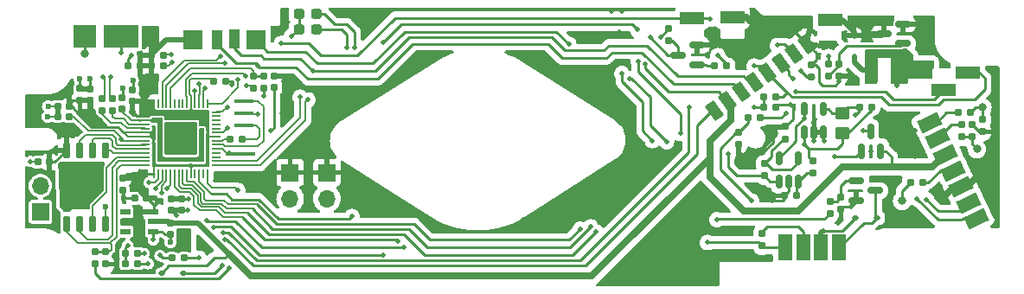
<source format=gbr>
%TF.GenerationSoftware,KiCad,Pcbnew,(7.0.0)*%
%TF.CreationDate,2023-04-17T21:08:14+08:00*%
%TF.ProjectId,opsx_x,6f707378-5f78-42e6-9b69-6361645f7063,rev?*%
%TF.SameCoordinates,Original*%
%TF.FileFunction,Copper,L1,Top*%
%TF.FilePolarity,Positive*%
%FSLAX46Y46*%
G04 Gerber Fmt 4.6, Leading zero omitted, Abs format (unit mm)*
G04 Created by KiCad (PCBNEW (7.0.0)) date 2023-04-17 21:08:14*
%MOMM*%
%LPD*%
G01*
G04 APERTURE LIST*
G04 Aperture macros list*
%AMRoundRect*
0 Rectangle with rounded corners*
0 $1 Rounding radius*
0 $2 $3 $4 $5 $6 $7 $8 $9 X,Y pos of 4 corners*
0 Add a 4 corners polygon primitive as box body*
4,1,4,$2,$3,$4,$5,$6,$7,$8,$9,$2,$3,0*
0 Add four circle primitives for the rounded corners*
1,1,$1+$1,$2,$3*
1,1,$1+$1,$4,$5*
1,1,$1+$1,$6,$7*
1,1,$1+$1,$8,$9*
0 Add four rect primitives between the rounded corners*
20,1,$1+$1,$2,$3,$4,$5,0*
20,1,$1+$1,$4,$5,$6,$7,0*
20,1,$1+$1,$6,$7,$8,$9,0*
20,1,$1+$1,$8,$9,$2,$3,0*%
%AMRotRect*
0 Rectangle, with rotation*
0 The origin of the aperture is its center*
0 $1 length*
0 $2 width*
0 $3 Rotation angle, in degrees counterclockwise*
0 Add horizontal line*
21,1,$1,$2,0,0,$3*%
G04 Aperture macros list end*
%TA.AperFunction,SMDPad,CuDef*%
%ADD10R,1.000001X0.599999*%
%TD*%
%TA.AperFunction,SMDPad,CuDef*%
%ADD11RoundRect,0.160000X0.197500X0.160000X-0.197500X0.160000X-0.197500X-0.160000X0.197500X-0.160000X0*%
%TD*%
%TA.AperFunction,SMDPad,CuDef*%
%ADD12RoundRect,0.237500X0.287500X0.237500X-0.287500X0.237500X-0.287500X-0.237500X0.287500X-0.237500X0*%
%TD*%
%TA.AperFunction,SMDPad,CuDef*%
%ADD13RoundRect,0.160000X-0.197500X-0.160000X0.197500X-0.160000X0.197500X0.160000X-0.197500X0.160000X0*%
%TD*%
%TA.AperFunction,SMDPad,CuDef*%
%ADD14RoundRect,0.150000X0.150000X-0.587500X0.150000X0.587500X-0.150000X0.587500X-0.150000X-0.587500X0*%
%TD*%
%TA.AperFunction,SMDPad,CuDef*%
%ADD15RoundRect,0.160000X-0.160000X0.197500X-0.160000X-0.197500X0.160000X-0.197500X0.160000X0.197500X0*%
%TD*%
%TA.AperFunction,SMDPad,CuDef*%
%ADD16RoundRect,0.150000X0.587500X0.150000X-0.587500X0.150000X-0.587500X-0.150000X0.587500X-0.150000X0*%
%TD*%
%TA.AperFunction,SMDPad,CuDef*%
%ADD17RoundRect,0.155000X-0.212500X-0.155000X0.212500X-0.155000X0.212500X0.155000X-0.212500X0.155000X0*%
%TD*%
%TA.AperFunction,SMDPad,CuDef*%
%ADD18RoundRect,0.150000X0.150000X-0.512500X0.150000X0.512500X-0.150000X0.512500X-0.150000X-0.512500X0*%
%TD*%
%TA.AperFunction,SMDPad,CuDef*%
%ADD19RoundRect,0.250000X-0.450000X0.350000X-0.450000X-0.350000X0.450000X-0.350000X0.450000X0.350000X0*%
%TD*%
%TA.AperFunction,SMDPad,CuDef*%
%ADD20RoundRect,0.155000X0.155000X-0.212500X0.155000X0.212500X-0.155000X0.212500X-0.155000X-0.212500X0*%
%TD*%
%TA.AperFunction,SMDPad,CuDef*%
%ADD21RoundRect,0.160000X0.160000X-0.197500X0.160000X0.197500X-0.160000X0.197500X-0.160000X-0.197500X0*%
%TD*%
%TA.AperFunction,SMDPad,CuDef*%
%ADD22R,1.950000X1.950000*%
%TD*%
%TA.AperFunction,SMDPad,CuDef*%
%ADD23R,1.050000X1.950000*%
%TD*%
%TA.AperFunction,SMDPad,CuDef*%
%ADD24RotRect,1.780000X1.060000X126.000000*%
%TD*%
%TA.AperFunction,SMDPad,CuDef*%
%ADD25R,2.310000X2.310000*%
%TD*%
%TA.AperFunction,SMDPad,CuDef*%
%ADD26RotRect,2.159000X1.310000X26.000000*%
%TD*%
%TA.AperFunction,SMDPad,CuDef*%
%ADD27R,2.413000X1.143000*%
%TD*%
%TA.AperFunction,SMDPad,CuDef*%
%ADD28R,3.500000X2.310000*%
%TD*%
%TA.AperFunction,SMDPad,CuDef*%
%ADD29R,1.371600X2.540000*%
%TD*%
%TA.AperFunction,SMDPad,CuDef*%
%ADD30R,1.143000X2.413000*%
%TD*%
%TA.AperFunction,SMDPad,CuDef*%
%ADD31RoundRect,0.150000X-0.587500X-0.150000X0.587500X-0.150000X0.587500X0.150000X-0.587500X0.150000X0*%
%TD*%
%TA.AperFunction,ComponentPad*%
%ADD32R,1.700000X1.700000*%
%TD*%
%TA.AperFunction,ComponentPad*%
%ADD33O,1.700000X1.700000*%
%TD*%
%TA.AperFunction,SMDPad,CuDef*%
%ADD34RoundRect,0.155000X-0.155000X0.212500X-0.155000X-0.212500X0.155000X-0.212500X0.155000X0.212500X0*%
%TD*%
%TA.AperFunction,SMDPad,CuDef*%
%ADD35RoundRect,0.155000X0.212500X0.155000X-0.212500X0.155000X-0.212500X-0.155000X0.212500X-0.155000X0*%
%TD*%
%TA.AperFunction,SMDPad,CuDef*%
%ADD36R,1.900000X0.400000*%
%TD*%
%TA.AperFunction,SMDPad,CuDef*%
%ADD37RoundRect,0.112500X0.112500X-0.187500X0.112500X0.187500X-0.112500X0.187500X-0.112500X-0.187500X0*%
%TD*%
%TA.AperFunction,SMDPad,CuDef*%
%ADD38RoundRect,0.112500X-0.187500X-0.112500X0.187500X-0.112500X0.187500X0.112500X-0.187500X0.112500X0*%
%TD*%
%TA.AperFunction,SMDPad,CuDef*%
%ADD39RoundRect,0.150000X0.150000X-0.650000X0.150000X0.650000X-0.150000X0.650000X-0.150000X-0.650000X0*%
%TD*%
%TA.AperFunction,SMDPad,CuDef*%
%ADD40RoundRect,0.050000X0.050000X-0.387500X0.050000X0.387500X-0.050000X0.387500X-0.050000X-0.387500X0*%
%TD*%
%TA.AperFunction,SMDPad,CuDef*%
%ADD41RoundRect,0.050000X0.387500X-0.050000X0.387500X0.050000X-0.387500X0.050000X-0.387500X-0.050000X0*%
%TD*%
%TA.AperFunction,ComponentPad*%
%ADD42C,0.600000*%
%TD*%
%TA.AperFunction,SMDPad,CuDef*%
%ADD43RoundRect,0.144000X1.456000X-1.456000X1.456000X1.456000X-1.456000X1.456000X-1.456000X-1.456000X0*%
%TD*%
%TA.AperFunction,ViaPad*%
%ADD44C,0.510000*%
%TD*%
%TA.AperFunction,ViaPad*%
%ADD45C,0.800000*%
%TD*%
%TA.AperFunction,ViaPad*%
%ADD46C,0.600000*%
%TD*%
%TA.AperFunction,Conductor*%
%ADD47C,0.254000*%
%TD*%
%TA.AperFunction,Conductor*%
%ADD48C,0.508000*%
%TD*%
%TA.AperFunction,Conductor*%
%ADD49C,0.127000*%
%TD*%
%TA.AperFunction,Conductor*%
%ADD50C,0.250000*%
%TD*%
%TA.AperFunction,Conductor*%
%ADD51C,0.200000*%
%TD*%
%TA.AperFunction,Conductor*%
%ADD52C,0.700000*%
%TD*%
%TA.AperFunction,Conductor*%
%ADD53C,0.500000*%
%TD*%
G04 APERTURE END LIST*
D10*
%TO.P,U2,1,GND*%
%TO.N,GND*%
X38200000Y-79944000D03*
%TO.P,U2,2,IN*%
%TO.N,VCC*%
X38200000Y-78993999D03*
%TO.P,U2,3,OUT*%
%TO.N,+3.3V*%
X38200000Y-78044001D03*
%TO.P,U2,4,NC*%
%TO.N,unconnected-(U2-NC-Pad4)*%
X35450000Y-78044001D03*
%TO.P,U2,5,NC*%
%TO.N,unconnected-(U2-NC-Pad5)*%
X35450000Y-79944000D03*
%TD*%
D11*
%TO.P,R35,1*%
%TO.N,/XOUT*%
X46872500Y-70950000D03*
%TO.P,R35,2*%
%TO.N,Net-(U1-XOUT)*%
X45677500Y-70950000D03*
%TD*%
D12*
%TO.P,D6,1,K*%
%TO.N,/LED2*%
X54215000Y-58674000D03*
%TO.P,D6,2,A*%
%TO.N,Net-(D5-A)*%
X52465000Y-58674000D03*
%TD*%
%TO.P,D5,1,K*%
%TO.N,/LED1*%
X54215000Y-60198000D03*
%TO.P,D5,2,A*%
%TO.N,Net-(D5-A)*%
X52465000Y-60198000D03*
%TD*%
D13*
%TO.P,R34,1*%
%TO.N,Net-(D5-A)*%
X35724500Y-63754000D03*
%TO.P,R34,2*%
%TO.N,+3.3V*%
X36919500Y-63754000D03*
%TD*%
D14*
%TO.P,Q3,3,D*%
%TO.N,/S1F_FPC*%
X108458000Y-70182500D03*
%TO.P,Q3,2,S*%
%TO.N,VCC*%
X109408000Y-72057500D03*
%TO.P,Q3,1,G*%
%TO.N,Net-(Q3-G)*%
X107508000Y-72057500D03*
%TD*%
D15*
%TO.P,R33,1*%
%TO.N,GND*%
X102616000Y-63664500D03*
%TO.P,R33,2*%
%TO.N,/S1F_FPC*%
X102616000Y-64859500D03*
%TD*%
%TO.P,R32,1*%
%TO.N,VCC*%
X88646000Y-60108500D03*
%TO.P,R32,2*%
%TO.N,Net-(Q3-G)*%
X88646000Y-61303500D03*
%TD*%
D13*
%TO.P,R31,1*%
%TO.N,Net-(Q4-B)*%
X93128500Y-63754000D03*
%TO.P,R31,2*%
%TO.N,/S1F_PF_MCU*%
X94323500Y-63754000D03*
%TD*%
D16*
%TO.P,Q4,1,B*%
%TO.N,Net-(Q4-B)*%
X91440000Y-63622000D03*
%TO.P,Q4,2,E*%
%TO.N,GND*%
X91440000Y-61722000D03*
%TO.P,Q4,3,C*%
%TO.N,Net-(Q3-G)*%
X89565000Y-62672000D03*
%TD*%
D15*
%TO.P,R30,2*%
%TO.N,/S4A_3*%
X97790000Y-81369500D03*
%TO.P,R30,1*%
%TO.N,/S4B*%
X97790000Y-80174500D03*
%TD*%
D11*
%TO.P,R29,1*%
%TO.N,/S4A_3*%
X41237500Y-82550000D03*
%TO.P,R29,2*%
%TO.N,GND*%
X40042500Y-82550000D03*
%TD*%
D15*
%TO.P,R27,2*%
%TO.N,Net-(U6-+)*%
X102750000Y-74257500D03*
%TO.P,R27,1*%
%TO.N,/SFH_H*%
X102750000Y-73062500D03*
%TD*%
D17*
%TO.P,C15,1*%
%TO.N,Net-(D2-K)*%
X107382500Y-67818000D03*
%TO.P,C15,2*%
%TO.N,/SFH_H*%
X108517500Y-67818000D03*
%TD*%
D18*
%TO.P,U6,1*%
%TO.N,/SFH_L*%
X99475000Y-75051500D03*
%TO.P,U6,2,V-*%
%TO.N,GND*%
X100425000Y-75051500D03*
%TO.P,U6,3,+*%
%TO.N,Net-(U6-+)*%
X101375000Y-75051500D03*
%TO.P,U6,4,-*%
%TO.N,Net-(U6--)*%
X101375000Y-72776500D03*
%TO.P,U6,5,V+*%
%TO.N,+3.3V*%
X99475000Y-72776500D03*
%TD*%
D11*
%TO.P,R28,2*%
%TO.N,GND*%
X99986500Y-76454000D03*
%TO.P,R28,1*%
%TO.N,Net-(U6-+)*%
X101181500Y-76454000D03*
%TD*%
D15*
%TO.P,R26,2*%
%TO.N,Net-(U6--)*%
X100100000Y-70872500D03*
%TO.P,R26,1*%
%TO.N,GND*%
X100100000Y-69677500D03*
%TD*%
%TO.P,R8,2*%
%TO.N,/SFH_L*%
X98044000Y-74511500D03*
%TO.P,R8,1*%
%TO.N,Net-(U6--)*%
X98044000Y-73316500D03*
%TD*%
D18*
%TO.P,U5,1*%
%TO.N,/SFH_H*%
X101920000Y-70225500D03*
%TO.P,U5,2,V-*%
%TO.N,GND*%
X102870000Y-70225500D03*
%TO.P,U5,3,+*%
X103820000Y-70225500D03*
%TO.P,U5,4,-*%
%TO.N,Net-(D2-K)*%
X103820000Y-67950500D03*
%TO.P,U5,5,V+*%
%TO.N,+3.3V*%
X101920000Y-67950500D03*
%TD*%
D19*
%TO.P,R7,1*%
%TO.N,Net-(D2-K)*%
X105664000Y-68342000D03*
%TO.P,R7,2*%
%TO.N,/SFH_H*%
X105664000Y-70342000D03*
%TD*%
D15*
%TO.P,R10,2*%
%TO.N,GND*%
X48000000Y-65897500D03*
%TO.P,R10,1*%
%TO.N,/FT-3*%
X48000000Y-64702500D03*
%TD*%
D20*
%TO.P,C8,1*%
%TO.N,+3.3V*%
X32025000Y-67117500D03*
%TO.P,C8,2*%
%TO.N,GND*%
X32025000Y-65982500D03*
%TD*%
D13*
%TO.P,R12,1*%
%TO.N,+3.3V*%
X38002500Y-63700000D03*
%TO.P,R12,2*%
%TO.N,/SCL0*%
X39197500Y-63700000D03*
%TD*%
D21*
%TO.P,R1,1*%
%TO.N,Net-(U1-USB_DP)*%
X33184000Y-68097500D03*
%TO.P,R1,2*%
%TO.N,/USB_D+*%
X33184000Y-66902500D03*
%TD*%
D16*
%TO.P,Q2,1,G*%
%TO.N,Net-(Q2-G)*%
X111587500Y-61550000D03*
%TO.P,Q2,2,S*%
%TO.N,GND*%
X111587500Y-59650000D03*
%TO.P,Q2,3,D*%
%TO.N,/SOL2-*%
X109712500Y-60600000D03*
%TD*%
D21*
%TO.P,R25,2*%
%TO.N,Net-(Q2-G)*%
X105325000Y-63527500D03*
%TO.P,R25,1*%
%TO.N,GND*%
X105325000Y-64722500D03*
%TD*%
D22*
%TO.P,sx1,F+,F+*%
%TO.N,+3.3V*%
X42085399Y-61173499D03*
%TO.P,sx1,F-,F-*%
%TO.N,/S1T*%
X48232199Y-61160799D03*
D23*
%TO.P,sx1,FF,FF*%
%TO.N,/FF*%
X44447599Y-61160799D03*
D24*
X95735063Y-66269481D03*
D23*
%TO.P,sx1,FT,FT*%
%TO.N,/FT*%
X46098599Y-61135399D03*
D24*
X97029490Y-65329024D03*
D25*
%TO.P,sx1,GND,GND*%
%TO.N,GND*%
X31483593Y-60801427D03*
D24*
X102207199Y-61567199D03*
D26*
X117243999Y-75587999D03*
D24*
%TO.P,sx1,GTD,GTD*%
%TO.N,/GTD-6*%
X93146208Y-68150394D03*
D26*
%TO.P,sx1,MOTOR,MOTOR*%
%TO.N,/MOTOR*%
X116476849Y-74015109D03*
D27*
%TO.P,sx1,S1C,S1C*%
%TO.N,VCC*%
X113250917Y-64393880D03*
%TO.P,sx1,S1F,S1F*%
%TO.N,/S1F*%
X115577599Y-66077599D03*
D24*
%TO.P,sx1,S1F_FPC,S1F_FPC*%
%TO.N,/S1F_FPC*%
X99618344Y-63448112D03*
%TO.P,sx1,S1T,S1T*%
%TO.N,/S1T*%
X98323917Y-64388568D03*
D27*
X117955199Y-64361199D03*
D28*
%TO.P,sx1,S2,S2*%
%TO.N,/S2*%
X35024199Y-60830599D03*
D24*
X100912771Y-62507655D03*
D27*
%TO.P,sx1,S2+,S2+*%
X90939702Y-59027677D03*
%TO.P,sx1,S2-,S2-*%
%TO.N,GND*%
X94901999Y-58990999D03*
D26*
%TO.P,sx1,S3,S3*%
%TO.N,/S3*%
X118011148Y-77160889D03*
D29*
%TO.P,sx1,S4A,S4A*%
%TO.N,/S4A_3*%
X100038343Y-81536678D03*
%TO.P,sx1,S4B,S4B*%
%TO.N,/S4B*%
X101816343Y-81536678D03*
D26*
%TO.P,sx1,S5,S5*%
%TO.N,/S5*%
X118778298Y-78733778D03*
%TO.P,sx1,S8,S8*%
%TO.N,/S8*%
X114175401Y-69296441D03*
%TO.P,sx1,S9,S9*%
%TO.N,/S9*%
X114942550Y-70869330D03*
D29*
%TO.P,sx1,SOL1+,SOL1+*%
%TO.N,VCC*%
X103578799Y-81531599D03*
%TO.P,sx1,SOL1-,SOL1-*%
%TO.N,/SOL1-*%
X105356799Y-81531599D03*
D30*
%TO.P,sx1,SOL2+,SOL2+*%
%TO.N,VCC*%
X108502280Y-64147999D03*
X110959399Y-64147999D03*
D27*
%TO.P,sx1,SOL2-,SOL2-*%
%TO.N,/SOL2-*%
X104456286Y-59242830D03*
D24*
%TO.P,sx1,VCC,VCC*%
%TO.N,VCC*%
X94440635Y-67209937D03*
D26*
X115709700Y-72442220D03*
%TD*%
D31*
%TO.P,Q1,1,G*%
%TO.N,Net-(Q1-G)*%
X107037500Y-75000000D03*
%TO.P,Q1,2,S*%
%TO.N,GND*%
X107037500Y-76900000D03*
%TO.P,Q1,3,D*%
%TO.N,/SOL1-*%
X108912500Y-75950000D03*
%TD*%
D11*
%TO.P,R15,1*%
%TO.N,/S1F*%
X97625500Y-68834000D03*
%TO.P,R15,2*%
%TO.N,/S1F-3*%
X96430500Y-68834000D03*
%TD*%
D32*
%TO.P,J2,1,Pin_1*%
%TO.N,/USB_D-*%
X27149999Y-78024999D03*
D33*
%TO.P,J2,2,Pin_2*%
%TO.N,/USB_D+*%
X27149999Y-75484999D03*
%TD*%
D34*
%TO.P,C4,1*%
%TO.N,VCC*%
X39884000Y-79132500D03*
%TO.P,C4,2*%
%TO.N,GND*%
X39884000Y-80267500D03*
%TD*%
D35*
%TO.P,C14,1*%
%TO.N,+3.3V*%
X28017500Y-73150000D03*
%TO.P,C14,2*%
%TO.N,GND*%
X26882500Y-73150000D03*
%TD*%
D20*
%TO.P,C6,1*%
%TO.N,+3.3V*%
X31025000Y-67092500D03*
%TO.P,C6,2*%
%TO.N,GND*%
X31025000Y-65957500D03*
%TD*%
D15*
%TO.P,R16,2*%
%TO.N,GND*%
X95504000Y-71463500D03*
%TO.P,R16,1*%
%TO.N,/S1F-3*%
X95504000Y-70268500D03*
%TD*%
D20*
%TO.P,C2,2*%
%TO.N,GND*%
X50000000Y-64707500D03*
%TO.P,C2,1*%
%TO.N,+1V1*%
X50000000Y-65842500D03*
%TD*%
D11*
%TO.P,R6,1*%
%TO.N,/GTD-6*%
X36700000Y-83100000D03*
%TO.P,R6,2*%
%TO.N,/GTD-3*%
X35505000Y-83100000D03*
%TD*%
D13*
%TO.P,R14,1*%
%TO.N,/S1T-3*%
X97954500Y-67818000D03*
%TO.P,R14,2*%
%TO.N,GND*%
X99149500Y-67818000D03*
%TD*%
D17*
%TO.P,C10,1*%
%TO.N,+3.3V*%
X44136500Y-65278000D03*
%TO.P,C10,2*%
%TO.N,GND*%
X45271500Y-65278000D03*
%TD*%
D21*
%TO.P,R23,1*%
%TO.N,GND*%
X105500000Y-77813500D03*
%TO.P,R23,2*%
%TO.N,Net-(Q1-G)*%
X105500000Y-76618500D03*
%TD*%
D36*
%TO.P,Y1,1,1*%
%TO.N,/XOUT*%
X47099999Y-69549999D03*
%TO.P,Y1,2,2*%
%TO.N,GND*%
X47099999Y-68349999D03*
%TO.P,Y1,3,3*%
%TO.N,/XIN*%
X47099999Y-67149999D03*
%TD*%
D37*
%TO.P,D4,1,K*%
%TO.N,VCC*%
X106825000Y-62850000D03*
%TO.P,D4,2,A*%
%TO.N,/SOL2-*%
X106825000Y-60750000D03*
%TD*%
D15*
%TO.P,R18,1*%
%TO.N,/S8-3*%
X119380000Y-68998500D03*
%TO.P,R18,2*%
%TO.N,GND*%
X119380000Y-70193500D03*
%TD*%
D13*
%TO.P,R5,1*%
%TO.N,/GTD-3*%
X35505000Y-82100000D03*
%TO.P,R5,2*%
%TO.N,GND*%
X36700000Y-82100000D03*
%TD*%
D15*
%TO.P,R19,1*%
%TO.N,/S9*%
X117332000Y-69504000D03*
%TO.P,R19,2*%
%TO.N,/S9-3*%
X117332000Y-70699000D03*
%TD*%
D32*
%TO.P,J1,1,Pin_1*%
%TO.N,GND*%
X55199999Y-74174999D03*
D33*
%TO.P,J1,2,Pin_2*%
%TO.N,/~{USB_BOOT}*%
X55199999Y-76714999D03*
%TD*%
D21*
%TO.P,R9,2*%
%TO.N,/FT-3*%
X49025000Y-64702500D03*
%TO.P,R9,1*%
%TO.N,/FT*%
X49025000Y-65897500D03*
%TD*%
D13*
%TO.P,R17,2*%
%TO.N,/S8-3*%
X118199500Y-68326000D03*
%TO.P,R17,1*%
%TO.N,/S8*%
X117004500Y-68326000D03*
%TD*%
D35*
%TO.P,C12,1*%
%TO.N,+3.3V*%
X29967500Y-67700000D03*
%TO.P,C12,2*%
%TO.N,GND*%
X28832500Y-67700000D03*
%TD*%
D38*
%TO.P,D3,1,K*%
%TO.N,VCC*%
X106925000Y-78600000D03*
%TO.P,D3,2,A*%
%TO.N,/SOL1-*%
X109025000Y-78600000D03*
%TD*%
%TO.P,D1,1,K*%
%TO.N,VCC*%
X39050000Y-84000000D03*
%TO.P,D1,2,A*%
%TO.N,VBUS*%
X41150000Y-84000000D03*
%TD*%
D15*
%TO.P,R24,1*%
%TO.N,/SOL2_MCU*%
X104325000Y-63552500D03*
%TO.P,R24,2*%
%TO.N,Net-(Q2-G)*%
X104325000Y-64747500D03*
%TD*%
D39*
%TO.P,U3,1,~{CS}*%
%TO.N,/QSPI_SS*%
X29695000Y-79200000D03*
%TO.P,U3,2,DO(IO1)*%
%TO.N,/QSPI_SD1*%
X30965000Y-79200000D03*
%TO.P,U3,3,IO2*%
%TO.N,/QSPI_SD2*%
X32235000Y-79200000D03*
%TO.P,U3,4,GND*%
%TO.N,GND*%
X33505000Y-79200000D03*
%TO.P,U3,5,DI(IO0)*%
%TO.N,/QSPI_SD0*%
X33505000Y-72000000D03*
%TO.P,U3,6,CLK*%
%TO.N,/QSPI_SCLK*%
X32235000Y-72000000D03*
%TO.P,U3,7,IO3*%
%TO.N,/QSPI_SD3*%
X30965000Y-72000000D03*
%TO.P,U3,8,VCC*%
%TO.N,+3.3V*%
X29695000Y-72000000D03*
%TD*%
D34*
%TO.P,C7,1*%
%TO.N,+3.3V*%
X35250000Y-74732500D03*
%TO.P,C7,2*%
%TO.N,GND*%
X35250000Y-75867500D03*
%TD*%
D20*
%TO.P,C1,1*%
%TO.N,+1V1*%
X35175000Y-67967500D03*
%TO.P,C1,2*%
%TO.N,GND*%
X35175000Y-66832500D03*
%TD*%
D21*
%TO.P,R2,1*%
%TO.N,Net-(U1-USB_DM)*%
X34200000Y-68097500D03*
%TO.P,R2,2*%
%TO.N,/USB_D-*%
X34200000Y-66902500D03*
%TD*%
D13*
%TO.P,R21,1*%
%TO.N,Net-(U1-GPIO5)*%
X112330000Y-75184000D03*
%TO.P,R21,2*%
%TO.N,/MOTOR*%
X113525000Y-75184000D03*
%TD*%
D32*
%TO.P,J3,1,Pin_1*%
%TO.N,GND*%
X51599999Y-74174999D03*
D33*
%TO.P,J3,2,Pin_2*%
%TO.N,VBUS*%
X51599999Y-76714999D03*
%TD*%
D13*
%TO.P,R11,1*%
%TO.N,+3.3V*%
X38002500Y-62700000D03*
%TO.P,R11,2*%
%TO.N,/SDA0*%
X39197500Y-62700000D03*
%TD*%
D21*
%TO.P,R4,1*%
%TO.N,+3.3V*%
X33528000Y-83147500D03*
%TO.P,R4,2*%
%TO.N,/QSPI_SS*%
X33528000Y-81952500D03*
%TD*%
D11*
%TO.P,R13,1*%
%TO.N,/S1T*%
X99149500Y-66802000D03*
%TO.P,R13,2*%
%TO.N,/S1T-3*%
X97954500Y-66802000D03*
%TD*%
D35*
%TO.P,C3,1*%
%TO.N,+1V1*%
X29967500Y-68700000D03*
%TO.P,C3,2*%
%TO.N,GND*%
X28832500Y-68700000D03*
%TD*%
D21*
%TO.P,R20,1*%
%TO.N,/S9-3*%
X118364000Y-70701500D03*
%TO.P,R20,2*%
%TO.N,GND*%
X118364000Y-69506500D03*
%TD*%
D34*
%TO.P,C9,1*%
%TO.N,+3.3V*%
X40000000Y-76732500D03*
%TO.P,C9,2*%
%TO.N,GND*%
X40000000Y-77867500D03*
%TD*%
D20*
%TO.P,C13,1*%
%TO.N,+3.3V*%
X36175000Y-67192500D03*
%TO.P,C13,2*%
%TO.N,GND*%
X36175000Y-66057500D03*
%TD*%
D35*
%TO.P,C5,1*%
%TO.N,+3.3V*%
X37517500Y-76700000D03*
%TO.P,C5,2*%
%TO.N,GND*%
X36382500Y-76700000D03*
%TD*%
D40*
%TO.P,U1,1,IOVDD*%
%TO.N,+3.3V*%
X38287500Y-74300000D03*
%TO.P,U1,2,GPIO0*%
%TO.N,/GTD-3*%
X38687500Y-74300000D03*
%TO.P,U1,3,GPIO1*%
%TO.N,/S1T-3*%
X39087500Y-74300000D03*
%TO.P,U1,4,GPIO2*%
%TO.N,/S1F-3*%
X39487500Y-74300000D03*
%TO.P,U1,5,GPIO3*%
%TO.N,/S9-3*%
X39887500Y-74300000D03*
%TO.P,U1,6,GPIO4*%
%TO.N,/S8-3*%
X40287500Y-74300000D03*
%TO.P,U1,7,GPIO5*%
%TO.N,Net-(U1-GPIO5)*%
X40687500Y-74300000D03*
%TO.P,U1,8,GPIO6*%
%TO.N,/S5*%
X41087500Y-74300000D03*
%TO.P,U1,9,GPIO7*%
%TO.N,/S3*%
X41487500Y-74300000D03*
%TO.P,U1,10,IOVDD*%
%TO.N,+3.3V*%
X41887500Y-74300000D03*
%TO.P,U1,11,GPIO8*%
%TO.N,unconnected-(U1-GPIO8-Pad11)*%
X42287500Y-74300000D03*
%TO.P,U1,12,GPIO9*%
%TO.N,/SOL1_MCU*%
X42687500Y-74300000D03*
%TO.P,U1,13,GPIO10*%
%TO.N,unconnected-(U1-GPIO10-Pad13)*%
X43087500Y-74300000D03*
%TO.P,U1,14,GPIO11*%
%TO.N,/S4A_3*%
X43487500Y-74300000D03*
D41*
%TO.P,U1,15,GPIO12*%
%TO.N,/LED2*%
X44325000Y-73462500D03*
%TO.P,U1,16,GPIO13*%
%TO.N,/LED1*%
X44325000Y-73062500D03*
%TO.P,U1,17,GPIO14*%
%TO.N,unconnected-(U1-GPIO14-Pad17)*%
X44325000Y-72662500D03*
%TO.P,U1,18,GPIO15*%
%TO.N,unconnected-(U1-GPIO15-Pad18)*%
X44325000Y-72262500D03*
%TO.P,U1,19,TESTEN*%
%TO.N,GND*%
X44325000Y-71862500D03*
%TO.P,U1,20,XIN*%
%TO.N,/XIN*%
X44325000Y-71462500D03*
%TO.P,U1,21,XOUT*%
%TO.N,Net-(U1-XOUT)*%
X44325000Y-71062500D03*
%TO.P,U1,22,IOVDD*%
%TO.N,+3.3V*%
X44325000Y-70662500D03*
%TO.P,U1,23,DVDD*%
%TO.N,+1V1*%
X44325000Y-70262500D03*
%TO.P,U1,24,SWCLK*%
%TO.N,unconnected-(U1-SWCLK-Pad24)*%
X44325000Y-69862500D03*
%TO.P,U1,25,SWD*%
%TO.N,unconnected-(U1-SWD-Pad25)*%
X44325000Y-69462500D03*
%TO.P,U1,26,RUN*%
%TO.N,unconnected-(U1-RUN-Pad26)*%
X44325000Y-69062500D03*
%TO.P,U1,27,GPIO16*%
%TO.N,unconnected-(U1-GPIO16-Pad27)*%
X44325000Y-68662500D03*
%TO.P,U1,28,GPIO17*%
%TO.N,/SOL2_MCU*%
X44325000Y-68262500D03*
D40*
%TO.P,U1,29,GPIO18*%
%TO.N,/FF*%
X43487500Y-67425000D03*
%TO.P,U1,30,GPIO19*%
%TO.N,/S2*%
X43087500Y-67425000D03*
%TO.P,U1,31,GPIO20*%
%TO.N,/SDA0*%
X42687500Y-67425000D03*
%TO.P,U1,32,GPIO21*%
%TO.N,/SCL0*%
X42287500Y-67425000D03*
%TO.P,U1,33,IOVDD*%
%TO.N,+3.3V*%
X41887500Y-67425000D03*
%TO.P,U1,34,GPIO22*%
%TO.N,/S1F_PF_MCU*%
X41487500Y-67425000D03*
%TO.P,U1,35,GPIO23*%
%TO.N,unconnected-(U1-GPIO23-Pad35)*%
X41087500Y-67425000D03*
%TO.P,U1,36,GPIO24*%
%TO.N,unconnected-(U1-GPIO24-Pad36)*%
X40687500Y-67425000D03*
%TO.P,U1,37,GPIO25*%
%TO.N,unconnected-(U1-GPIO25-Pad37)*%
X40287500Y-67425000D03*
%TO.P,U1,38,GPIO26_ADC0*%
%TO.N,/FT-3*%
X39887500Y-67425000D03*
%TO.P,U1,39,GPIO27_ADC1*%
%TO.N,/SFH_H*%
X39487500Y-67425000D03*
%TO.P,U1,40,GPIO28_ADC2*%
%TO.N,/SFH_L*%
X39087500Y-67425000D03*
%TO.P,U1,41,GPIO29_ADC3*%
%TO.N,unconnected-(U1-GPIO29_ADC3-Pad41)*%
X38687500Y-67425000D03*
%TO.P,U1,42,IOVDD*%
%TO.N,+3.3V*%
X38287500Y-67425000D03*
D41*
%TO.P,U1,43,ADC_AVDD*%
X37450000Y-68262500D03*
%TO.P,U1,44,VREG_IN*%
X37450000Y-68662500D03*
%TO.P,U1,45,VREG_VOUT*%
%TO.N,+1V1*%
X37450000Y-69062500D03*
%TO.P,U1,46,USB_DM*%
%TO.N,Net-(U1-USB_DM)*%
X37450000Y-69462500D03*
%TO.P,U1,47,USB_DP*%
%TO.N,Net-(U1-USB_DP)*%
X37450000Y-69862500D03*
%TO.P,U1,48,USB_VDD*%
%TO.N,+3.3V*%
X37450000Y-70262500D03*
%TO.P,U1,49,IOVDD*%
X37450000Y-70662500D03*
%TO.P,U1,50,DVDD*%
%TO.N,+1V1*%
X37450000Y-71062500D03*
%TO.P,U1,51,QSPI_SD3*%
%TO.N,/QSPI_SD3*%
X37450000Y-71462500D03*
%TO.P,U1,52,QSPI_SCLK*%
%TO.N,/QSPI_SCLK*%
X37450000Y-71862500D03*
%TO.P,U1,53,QSPI_SD0*%
%TO.N,/QSPI_SD0*%
X37450000Y-72262500D03*
%TO.P,U1,54,QSPI_SD2*%
%TO.N,/QSPI_SD2*%
X37450000Y-72662500D03*
%TO.P,U1,55,QSPI_SD1*%
%TO.N,/QSPI_SD1*%
X37450000Y-73062500D03*
%TO.P,U1,56,QSPI_SS*%
%TO.N,/QSPI_SS*%
X37450000Y-73462500D03*
D42*
%TO.P,U1,57,GND*%
%TO.N,GND*%
X39612500Y-72137500D03*
X40887500Y-72137500D03*
X42162500Y-72137500D03*
X39612500Y-70862500D03*
X40887500Y-70862500D03*
D43*
X40887500Y-70862500D03*
D42*
X42162500Y-70862500D03*
X39612500Y-69587500D03*
X40887500Y-69587500D03*
X42162500Y-69587500D03*
%TD*%
D21*
%TO.P,R3,1*%
%TO.N,/~{USB_BOOT}*%
X32512000Y-83147500D03*
%TO.P,R3,2*%
%TO.N,/QSPI_SS*%
X32512000Y-81952500D03*
%TD*%
%TO.P,R22,1*%
%TO.N,/SOL1_MCU*%
X104475000Y-78163500D03*
%TO.P,R22,2*%
%TO.N,Net-(Q1-G)*%
X104475000Y-76968500D03*
%TD*%
D34*
%TO.P,C11,1*%
%TO.N,+3.3V*%
X40975000Y-76732500D03*
%TO.P,C11,2*%
%TO.N,GND*%
X40975000Y-77867500D03*
%TD*%
D44*
%TO.N,GND*%
X100600000Y-67500000D03*
X112875000Y-79175000D03*
X105250000Y-79125000D03*
X45625000Y-72275000D03*
X45925000Y-65550000D03*
X32675000Y-76150000D03*
X29400000Y-73675000D03*
X31825000Y-76975000D03*
%TO.N,/USB_D-*%
X34072000Y-64800000D03*
%TO.N,/USB_D+*%
X33312000Y-64800000D03*
%TO.N,+3.3V*%
X33000000Y-69039545D03*
%TO.N,GND*%
X108458000Y-72136000D03*
X109728000Y-69850000D03*
X112776000Y-70104000D03*
X112776000Y-71374000D03*
X112776000Y-72644000D03*
X109728000Y-68580000D03*
X51054000Y-59944000D03*
X43180000Y-81534000D03*
X90932000Y-84582000D03*
X92710000Y-84582000D03*
X92710000Y-83312000D03*
X94488000Y-82042000D03*
X96012000Y-82042000D03*
X94488000Y-80010000D03*
X96012000Y-80010000D03*
X84074000Y-58420000D03*
X83058000Y-58420000D03*
X83820000Y-60452000D03*
%TO.N,/LED1*%
X52578000Y-66802000D03*
X57150000Y-61976000D03*
%TO.N,/LED2*%
X57912000Y-61976000D03*
X53340000Y-67056000D03*
%TO.N,Net-(D5-A)*%
X51698500Y-60823500D03*
X36068000Y-62738000D03*
%TO.N,GND*%
X98852797Y-70139332D03*
%TO.N,/S1F_FPC*%
X101600000Y-64262000D03*
X100838000Y-65024000D03*
X107696000Y-70104000D03*
%TO.N,GND*%
X98806000Y-76962000D03*
%TO.N,Net-(Q3-G)*%
X86868000Y-60960000D03*
X85668683Y-63256317D03*
X89803182Y-70358000D03*
X104902000Y-72570500D03*
%TO.N,/S1F_PF_MCU*%
X47225500Y-64770000D03*
X60706000Y-61468000D03*
X85598000Y-60198000D03*
X93472000Y-62738000D03*
%TO.N,VCC*%
X86329817Y-63530183D03*
X87839250Y-60915250D03*
%TO.N,/S2*%
X99314000Y-61722000D03*
X92710000Y-59182000D03*
%TO.N,/S4A_3*%
X92456000Y-81026000D03*
X46482000Y-75946000D03*
X42672000Y-82550000D03*
%TO.N,GND*%
X38862000Y-82296000D03*
%TO.N,/S1T*%
X97028000Y-63754000D03*
%TO.N,/SFH_L*%
X94488000Y-72390000D03*
X88450000Y-71150000D03*
X84836000Y-64950500D03*
X44746167Y-62759333D03*
%TO.N,GND*%
X105325000Y-65278000D03*
X50800000Y-68381500D03*
X50730000Y-64700000D03*
%TO.N,/S1F*%
X100154500Y-68354500D03*
%TO.N,/SFH_H*%
X101920000Y-71440000D03*
X84074000Y-64485817D03*
X87075000Y-71050000D03*
X45212000Y-63490000D03*
%TO.N,Net-(D2-K)*%
X106934000Y-68580000D03*
%TO.N,GND*%
X103886000Y-71120000D03*
X102870000Y-71120000D03*
%TO.N,+3.3V*%
X101920000Y-68855000D03*
D45*
%TO.N,Net-(U1-GPIO5)*%
X111506000Y-76962000D03*
%TO.N,/S8-3*%
X119380000Y-67818000D03*
%TO.N,/S9-3*%
X118834500Y-71882000D03*
D44*
%TO.N,+1V1*%
X49700000Y-70100000D03*
X45500000Y-69825000D03*
X42942000Y-70223544D03*
X38833000Y-71111500D03*
X35045000Y-70953000D03*
%TO.N,GND*%
X113125000Y-59675000D03*
X38200001Y-80750001D03*
X106550000Y-77525000D03*
X119700000Y-73750000D03*
X48400000Y-68500000D03*
X41575000Y-77867500D03*
D46*
X35300000Y-76675000D03*
X31009000Y-65026000D03*
D44*
X26200000Y-73100000D03*
D46*
X33500000Y-77550000D03*
X36200000Y-65116500D03*
D44*
X37300000Y-82100000D03*
D46*
X32025000Y-65026000D03*
X27901000Y-67690000D03*
X27876000Y-68700000D03*
D45*
X31500000Y-62500000D03*
D46*
X35209000Y-65916500D03*
D45*
X100950000Y-60150000D03*
D44*
X47300000Y-65700000D03*
D46*
X39884000Y-81000000D03*
D45*
X115550000Y-76600000D03*
D44*
X96900000Y-59600000D03*
X40500000Y-78395500D03*
%TO.N,VCC*%
X103775000Y-79850000D03*
X101346000Y-77978000D03*
X110959400Y-65684400D03*
X110490000Y-73660000D03*
%TO.N,/S8-3*%
X62103000Y-80899000D03*
%TO.N,/S3*%
X79979817Y-79725817D03*
X113914500Y-76839500D03*
%TO.N,/S5*%
X81026000Y-79502000D03*
X112981500Y-76756500D03*
%TO.N,+3.3V*%
X36223996Y-68276004D03*
X41667500Y-76732500D03*
X42600000Y-68500000D03*
D45*
X36900000Y-74362500D03*
D44*
X41887705Y-73548956D03*
%TO.N,/~{USB_BOOT}*%
X45650000Y-83525000D03*
%TO.N,Net-(U1-GPIO5)*%
X81534000Y-80010000D03*
%TO.N,/S9-3*%
X62738000Y-81534000D03*
X43437500Y-78912500D03*
X39550000Y-75700000D03*
%TO.N,/SOL2_MCU*%
X45425000Y-67800000D03*
X104325000Y-62825000D03*
%TO.N,/GTD-3*%
X37800000Y-75150000D03*
X35700000Y-81300000D03*
%TO.N,/GTD-6*%
X45232086Y-80720470D03*
X37700000Y-83100000D03*
%TO.N,VBUS*%
X44923000Y-83277000D03*
%TO.N,/FF*%
X48467500Y-63707500D03*
X46501832Y-65034000D03*
%TO.N,/FT*%
X49000000Y-66700000D03*
X53848000Y-64262000D03*
%TO.N,/SCL0*%
X42254162Y-66150000D03*
X40050000Y-63350000D03*
%TO.N,/SDA0*%
X40000000Y-62600000D03*
X42672000Y-65532000D03*
%TO.N,/S1T-3*%
X90678000Y-67818000D03*
%TO.N,/S1T*%
X78867000Y-61595000D03*
%TO.N,/S1T-3*%
X97028000Y-67818000D03*
X38400000Y-75700000D03*
X45000000Y-80050000D03*
%TO.N,/S2*%
X43290162Y-65959275D03*
X50725000Y-61541500D03*
X35024200Y-62484000D03*
%TO.N,/S1F*%
X101092000Y-66220500D03*
%TO.N,/S1F-3*%
X60706000Y-82222500D03*
X39000000Y-76150000D03*
X44075000Y-79525000D03*
X96774000Y-76962000D03*
%TO.N,/SOL1_MCU*%
X93375000Y-78800000D03*
X57658000Y-78486000D03*
%TD*%
D47*
%TO.N,GND*%
X98852797Y-70139332D02*
X99192129Y-69800000D01*
X99192129Y-69800000D02*
X99977500Y-69800000D01*
X99977500Y-69800000D02*
X100100000Y-69677500D01*
%TO.N,/S1F*%
X100154500Y-68354500D02*
X99675000Y-68834000D01*
X99675000Y-68834000D02*
X97625500Y-68834000D01*
%TO.N,GND*%
X99467500Y-67500000D02*
X99149500Y-67818000D01*
X100600000Y-67500000D02*
X99467500Y-67500000D01*
X100825000Y-68952500D02*
X100100000Y-69677500D01*
X100825000Y-67725000D02*
X100825000Y-68952500D01*
X100600000Y-67500000D02*
X100825000Y-67725000D01*
%TO.N,/S1F*%
X114599200Y-67056000D02*
X115577600Y-66077600D01*
X101092000Y-66220500D02*
X101165500Y-66294000D01*
X101165500Y-66294000D02*
X109855482Y-66294000D01*
X110617482Y-67056000D02*
X114599200Y-67056000D01*
X109855482Y-66294000D02*
X110617482Y-67056000D01*
%TO.N,GND*%
X95504000Y-72104000D02*
X95504000Y-71463500D01*
X95775000Y-72375000D02*
X95504000Y-72104000D01*
X98852797Y-71247203D02*
X97725000Y-72375000D01*
X98852797Y-70139332D02*
X98852797Y-71247203D01*
X97725000Y-72375000D02*
X95775000Y-72375000D01*
%TO.N,Net-(U6--)*%
X99927500Y-70872500D02*
X100100000Y-70872500D01*
X98750000Y-72610500D02*
X98750000Y-72050000D01*
X98044000Y-73316500D02*
X98750000Y-72610500D01*
X98750000Y-72050000D02*
X99927500Y-70872500D01*
%TO.N,+3.3V*%
X101100000Y-71125000D02*
X99448500Y-72776500D01*
X101100000Y-69675000D02*
X101100000Y-71125000D01*
X101920000Y-68855000D02*
X101100000Y-69675000D01*
X101920000Y-67950500D02*
X101920000Y-68855000D01*
%TO.N,GND*%
X100425000Y-76015500D02*
X99986500Y-76454000D01*
X100425000Y-75051500D02*
X100425000Y-76015500D01*
%TO.N,Net-(U6-+)*%
X101181500Y-75245000D02*
X101181500Y-76454000D01*
X102169000Y-74257500D02*
X101181500Y-75245000D01*
X102750000Y-74257500D02*
X102169000Y-74257500D01*
%TO.N,/SFH_H*%
X102750000Y-73062500D02*
X102362000Y-72674500D01*
X102362000Y-72674500D02*
X102362000Y-71882000D01*
X84074000Y-65278000D02*
X84074000Y-64485817D01*
X86106000Y-67310000D02*
X84074000Y-65278000D01*
X87075000Y-71050000D02*
X86106000Y-70081000D01*
X86106000Y-70081000D02*
X86106000Y-67310000D01*
%TO.N,/SFH_L*%
X86868000Y-66802000D02*
X85016500Y-64950500D01*
X86868000Y-69568000D02*
X86868000Y-66802000D01*
X88450000Y-71150000D02*
X86868000Y-69568000D01*
X85016500Y-64950500D02*
X84836000Y-64950500D01*
%TO.N,/FT*%
X95970000Y-64770000D02*
X96529025Y-65329025D01*
X89535000Y-64770000D02*
X95970000Y-64770000D01*
X86515000Y-61750000D02*
X89535000Y-64770000D01*
X82296000Y-62230000D02*
X82776000Y-61750000D01*
X78486000Y-62230000D02*
X82296000Y-62230000D01*
X77216000Y-60960000D02*
X78486000Y-62230000D01*
X82776000Y-61750000D02*
X86515000Y-61750000D01*
X59944000Y-64262000D02*
X63246000Y-60960000D01*
X63246000Y-60960000D02*
X77216000Y-60960000D01*
X53848000Y-64262000D02*
X59944000Y-64262000D01*
%TO.N,/FF*%
X94997582Y-65532000D02*
X95735064Y-66269482D01*
X89154000Y-65532000D02*
X94997582Y-65532000D01*
X86047000Y-62425000D02*
X89154000Y-65532000D01*
X83117000Y-62425000D02*
X86047000Y-62425000D01*
X78232000Y-62992000D02*
X82550000Y-62992000D01*
X76840000Y-61600000D02*
X78232000Y-62992000D01*
X63622000Y-61600000D02*
X76840000Y-61600000D01*
X53340000Y-65024000D02*
X60198000Y-65024000D01*
X52166817Y-63850817D02*
X53340000Y-65024000D01*
X82550000Y-62992000D02*
X83117000Y-62425000D01*
X60198000Y-65024000D02*
X63622000Y-61600000D01*
X48467500Y-63707500D02*
X48610817Y-63850817D01*
X48610817Y-63850817D02*
X52166817Y-63850817D01*
%TO.N,Net-(Q3-G)*%
X85668683Y-64332683D02*
X89803182Y-68467182D01*
X89803182Y-68467182D02*
X89803182Y-70358000D01*
X85668683Y-63256317D02*
X85668683Y-64332683D01*
%TO.N,GND*%
X105500000Y-78875000D02*
X105250000Y-79125000D01*
X105500000Y-77813500D02*
X105500000Y-78875000D01*
D48*
%TO.N,VCC*%
X103775000Y-79850000D02*
X103578800Y-80046200D01*
X103578800Y-80046200D02*
X103578800Y-81531600D01*
D47*
X103775000Y-79850000D02*
X105675000Y-79850000D01*
X105675000Y-79850000D02*
X106925000Y-78600000D01*
D49*
%TO.N,GND*%
X45625000Y-72275000D02*
X45400000Y-72275000D01*
D47*
X103378000Y-65303000D02*
X103700000Y-65625000D01*
X103378000Y-64008000D02*
X103378000Y-65303000D01*
X102616000Y-63664500D02*
X103034500Y-63664500D01*
X103034500Y-63664500D02*
X103378000Y-64008000D01*
X103700000Y-65625000D02*
X104978000Y-65625000D01*
X104978000Y-65625000D02*
X105325000Y-65278000D01*
X45974000Y-65501000D02*
X45925000Y-65550000D01*
X45974000Y-65278000D02*
X45974000Y-65501000D01*
D49*
%TO.N,/FF*%
X44925000Y-67425000D02*
X43487500Y-67425000D01*
X46501832Y-65848168D02*
X44925000Y-67425000D01*
X46501832Y-65034000D02*
X46501832Y-65848168D01*
D48*
%TO.N,/SOL2-*%
X106825000Y-60425000D02*
X106825000Y-60750000D01*
X105642831Y-59242831D02*
X106825000Y-60425000D01*
X104456287Y-59242831D02*
X105642831Y-59242831D01*
D49*
%TO.N,/XOUT*%
X48600000Y-69900000D02*
X48250000Y-69550000D01*
X48600000Y-70650000D02*
X48600000Y-69900000D01*
X48300000Y-70950000D02*
X48600000Y-70650000D01*
X46872500Y-70950000D02*
X48300000Y-70950000D01*
X48250000Y-69550000D02*
X47100000Y-69550000D01*
%TO.N,GND*%
X47100000Y-68350000D02*
X47250000Y-68500000D01*
X47250000Y-68500000D02*
X48400000Y-68500000D01*
%TO.N,/XIN*%
X49000000Y-67700000D02*
X48450000Y-67150000D01*
X49000000Y-71075000D02*
X49000000Y-67700000D01*
X48450000Y-71625000D02*
X49000000Y-71075000D01*
X45212448Y-71625000D02*
X48450000Y-71625000D01*
X45049948Y-71462500D02*
X45212448Y-71625000D01*
X44325000Y-71462500D02*
X45049948Y-71462500D01*
X48450000Y-67150000D02*
X47100000Y-67150000D01*
D47*
%TO.N,+1V1*%
X50000000Y-69800000D02*
X49700000Y-70100000D01*
X50000000Y-65842500D02*
X50000000Y-69800000D01*
%TO.N,/FT*%
X49000000Y-65922500D02*
X49025000Y-65897500D01*
X49000000Y-66700000D02*
X49000000Y-65922500D01*
%TO.N,GND*%
X50132500Y-64700000D02*
X50062500Y-64770000D01*
X50730000Y-64700000D02*
X50132500Y-64700000D01*
X50000000Y-64707500D02*
X50000000Y-64832500D01*
%TO.N,/FT-3*%
X49025000Y-64702500D02*
X48000000Y-64702500D01*
D49*
X39887500Y-65903500D02*
X39887500Y-67425000D01*
X47752000Y-64008000D02*
X41783000Y-64008000D01*
X48000000Y-64256000D02*
X47752000Y-64008000D01*
X41783000Y-64008000D02*
X39887500Y-65903500D01*
X48000000Y-64702500D02*
X48000000Y-64256000D01*
D47*
%TO.N,/FF*%
X44447600Y-61638400D02*
X44447600Y-61160800D01*
X46309200Y-63500000D02*
X44447600Y-61638400D01*
X48260000Y-63500000D02*
X46309200Y-63500000D01*
X48467500Y-63707500D02*
X48260000Y-63500000D01*
%TO.N,Net-(D5-A)*%
X52324000Y-60198000D02*
X52465000Y-60198000D01*
X51698500Y-60823500D02*
X52324000Y-60198000D01*
%TO.N,/S2*%
X61876322Y-59027678D02*
X90939703Y-59027678D01*
X58166000Y-62738000D02*
X61876322Y-59027678D01*
X53414000Y-61542000D02*
X54610000Y-62738000D01*
X50725500Y-61542000D02*
X53414000Y-61542000D01*
X50725000Y-61541500D02*
X50725500Y-61542000D01*
X54610000Y-62738000D02*
X58166000Y-62738000D01*
%TO.N,/FT*%
X46820396Y-62738000D02*
X46098600Y-62016204D01*
X48768000Y-62738000D02*
X46820396Y-62738000D01*
X49055000Y-63025000D02*
X48768000Y-62738000D01*
X52611000Y-63025000D02*
X49055000Y-63025000D01*
X53848000Y-64262000D02*
X52611000Y-63025000D01*
%TO.N,/S1T*%
X53054000Y-62325000D02*
X49396400Y-62325000D01*
X49396400Y-62325000D02*
X48232200Y-61160800D01*
X62790000Y-60400000D02*
X59690000Y-63500000D01*
X77672000Y-60400000D02*
X62790000Y-60400000D01*
X78867000Y-61595000D02*
X77672000Y-60400000D01*
X59690000Y-63500000D02*
X54229000Y-63500000D01*
X54229000Y-63500000D02*
X53054000Y-62325000D01*
D49*
%TO.N,+1V1*%
X45500000Y-69825000D02*
X45062500Y-70262500D01*
X45062500Y-70262500D02*
X44325000Y-70262500D01*
%TO.N,/SCL0*%
X42287500Y-66183338D02*
X42287500Y-67425000D01*
X42254162Y-66150000D02*
X42287500Y-66183338D01*
%TO.N,Net-(U1-XOUT)*%
X45100000Y-70950000D02*
X45677500Y-70950000D01*
X44987500Y-71062500D02*
X45100000Y-70950000D01*
X44325000Y-71062500D02*
X44987500Y-71062500D01*
%TO.N,GND*%
X44987500Y-71862500D02*
X44325000Y-71862500D01*
X45550000Y-72275000D02*
X45625000Y-72275000D01*
X45400000Y-72275000D02*
X44987500Y-71862500D01*
D47*
%TO.N,+3.3V*%
X38392500Y-77332500D02*
X38675000Y-77050000D01*
X38242500Y-77332500D02*
X38392500Y-77332500D01*
D50*
X28550000Y-73150000D02*
X28017500Y-73150000D01*
X29695000Y-72000000D02*
X29695000Y-72005000D01*
X29695000Y-72005000D02*
X28550000Y-73150000D01*
D49*
%TO.N,Net-(U1-USB_DM)*%
X34200000Y-68675000D02*
X34200000Y-68097500D01*
D47*
%TO.N,+3.3V*%
X29967500Y-67407500D02*
X29967500Y-67700000D01*
X30282500Y-67092500D02*
X29967500Y-67407500D01*
X31025000Y-67092500D02*
X30282500Y-67092500D01*
X32150000Y-68189545D02*
X32150000Y-67242500D01*
X33000000Y-69039545D02*
X32150000Y-68189545D01*
D49*
%TO.N,Net-(U1-USB_DP)*%
X33184000Y-68484000D02*
X33184000Y-68097500D01*
X35600000Y-69850000D02*
X35054000Y-69304000D01*
X37437500Y-69850000D02*
X35600000Y-69850000D01*
X34004000Y-69304000D02*
X33184000Y-68484000D01*
X37450000Y-69862500D02*
X37437500Y-69850000D01*
X35054000Y-69304000D02*
X34004000Y-69304000D01*
D51*
%TO.N,/USB_D-*%
X34200000Y-66902500D02*
X33917001Y-66619501D01*
%TO.N,/USB_D+*%
X33466999Y-66619501D02*
X33466999Y-64954999D01*
X33184000Y-66902500D02*
X33466999Y-66619501D01*
X33466999Y-64954999D02*
X33312000Y-64800000D01*
%TO.N,/USB_D-*%
X33917001Y-64954999D02*
X34072000Y-64800000D01*
X33917001Y-66619501D02*
X33917001Y-64954999D01*
D49*
%TO.N,Net-(U1-USB_DM)*%
X34425000Y-68900000D02*
X34200000Y-68675000D01*
X35845000Y-69445000D02*
X35300000Y-68900000D01*
X35300000Y-68900000D02*
X34425000Y-68900000D01*
X37432500Y-69445000D02*
X35845000Y-69445000D01*
X37450000Y-69462500D02*
X37432500Y-69445000D01*
%TO.N,+1V1*%
X35175000Y-68200000D02*
X35175000Y-67967500D01*
X37447500Y-69060000D02*
X36035000Y-69060000D01*
X36035000Y-69060000D02*
X35175000Y-68200000D01*
X37450000Y-69062500D02*
X37447500Y-69060000D01*
D47*
%TO.N,GND*%
X35209000Y-66798500D02*
X35209000Y-65916500D01*
X31009000Y-65941500D02*
X31009000Y-65026000D01*
X35250000Y-76625000D02*
X35300000Y-76675000D01*
X35250000Y-75867500D02*
X35250000Y-76625000D01*
%TO.N,+3.3V*%
X35682500Y-74300000D02*
X35250000Y-74732500D01*
X38260500Y-74300000D02*
X35682500Y-74300000D01*
%TO.N,/S1T*%
X119061200Y-64361200D02*
X117955200Y-64361200D01*
X119634000Y-64934000D02*
X119061200Y-64361200D01*
X119634000Y-66040000D02*
X119634000Y-64934000D01*
X118618000Y-67056000D02*
X119634000Y-66040000D01*
X110236000Y-67564000D02*
X115024626Y-67564000D01*
X109474000Y-66802000D02*
X110236000Y-67564000D01*
X115532626Y-67056000D02*
X118618000Y-67056000D01*
X100737350Y-66802000D02*
X109474000Y-66802000D01*
X115024626Y-67564000D02*
X115532626Y-67056000D01*
X100267675Y-66332325D02*
X100737350Y-66802000D01*
%TO.N,/S1T-3*%
X79996000Y-82804000D02*
X48304000Y-82804000D01*
X48304000Y-82804000D02*
X45550000Y-80050000D01*
X90630000Y-72170000D02*
X79996000Y-82804000D01*
X45550000Y-80050000D02*
X45000000Y-80050000D01*
X90630000Y-67866000D02*
X90630000Y-72170000D01*
X90678000Y-67818000D02*
X90630000Y-67866000D01*
D49*
%TO.N,/S4A_3*%
X43487500Y-74300000D02*
X43487500Y-75237500D01*
X43487500Y-75237500D02*
X43942000Y-75692000D01*
X43942000Y-75692000D02*
X46228000Y-75692000D01*
X46228000Y-75692000D02*
X46482000Y-75946000D01*
D47*
X97790000Y-81369500D02*
X97446500Y-81026000D01*
X97446500Y-81026000D02*
X92456000Y-81026000D01*
%TO.N,/S1F_PF_MCU*%
X85090000Y-59690000D02*
X85598000Y-60198000D01*
X62484000Y-59690000D02*
X85090000Y-59690000D01*
X60706000Y-61468000D02*
X62484000Y-59690000D01*
%TO.N,VCC*%
X93524698Y-66294000D02*
X94440636Y-67209938D01*
X86329817Y-63977817D02*
X88646000Y-66294000D01*
X86329817Y-63530183D02*
X86329817Y-63977817D01*
X88646000Y-66294000D02*
X93524698Y-66294000D01*
%TO.N,Net-(Q3-G)*%
X88580000Y-62672000D02*
X89565000Y-62672000D01*
X86868000Y-60960000D02*
X88580000Y-62672000D01*
%TO.N,/LED2*%
X54920500Y-58674000D02*
X54215000Y-58674000D01*
X57150000Y-59690000D02*
X55936500Y-59690000D01*
X55936500Y-59690000D02*
X54920500Y-58674000D01*
X57912000Y-61976000D02*
X57912000Y-60452000D01*
X57912000Y-60452000D02*
X57150000Y-59690000D01*
D49*
%TO.N,+3.3V*%
X43872000Y-65013500D02*
X44136500Y-65278000D01*
X42446730Y-65024000D02*
X42457230Y-65013500D01*
X42457230Y-65013500D02*
X43872000Y-65013500D01*
X41887500Y-66687500D02*
X41735162Y-66535162D01*
X41735162Y-66535162D02*
X41735162Y-65198838D01*
X41887500Y-67425000D02*
X41887500Y-66687500D01*
X41735162Y-65198838D02*
X41910000Y-65024000D01*
X41910000Y-65024000D02*
X42446730Y-65024000D01*
%TO.N,/SFH_H*%
X41656000Y-63500000D02*
X39487500Y-65668500D01*
X39487500Y-65668500D02*
X39487500Y-67425000D01*
X45202000Y-63500000D02*
X41656000Y-63500000D01*
X45212000Y-63490000D02*
X45202000Y-63500000D01*
%TO.N,/SFH_L*%
X39087500Y-65306500D02*
X39087500Y-67425000D01*
X44332500Y-63173000D02*
X41221000Y-63173000D01*
X41221000Y-63173000D02*
X39087500Y-65306500D01*
X44746167Y-62759333D02*
X44332500Y-63173000D01*
%TO.N,/S1F_PF_MCU*%
X41402000Y-66664448D02*
X41487500Y-66749948D01*
X41402000Y-65069552D02*
X41402000Y-66664448D01*
X41955552Y-64516000D02*
X41402000Y-65069552D01*
X41487500Y-66749948D02*
X41487500Y-67425000D01*
X46971500Y-64516000D02*
X41955552Y-64516000D01*
X47225500Y-64770000D02*
X46971500Y-64516000D01*
D47*
%TO.N,/LED1*%
X56642000Y-60198000D02*
X54215000Y-60198000D01*
X57150000Y-60706000D02*
X56642000Y-60198000D01*
X57150000Y-61976000D02*
X57150000Y-60706000D01*
D49*
%TO.N,/LED2*%
X53086000Y-67310000D02*
X53086000Y-69088000D01*
X53086000Y-69088000D02*
X48711500Y-73462500D01*
X53340000Y-67056000D02*
X53086000Y-67310000D01*
X48711500Y-73462500D02*
X44325000Y-73462500D01*
%TO.N,/LED1*%
X48349500Y-73062500D02*
X44325000Y-73062500D01*
X52578000Y-68834000D02*
X48349500Y-73062500D01*
X52578000Y-66802000D02*
X52578000Y-68834000D01*
D47*
%TO.N,Net-(D5-A)*%
X52465000Y-58674000D02*
X52465000Y-60198000D01*
X35724500Y-63081500D02*
X35724500Y-63754000D01*
X36068000Y-62738000D02*
X35724500Y-63081500D01*
%TO.N,/S2*%
X35024200Y-62484000D02*
X35024200Y-60830600D01*
D48*
%TO.N,+3.3V*%
X39410500Y-61173500D02*
X42085400Y-61173500D01*
X38002500Y-62581500D02*
X39410500Y-61173500D01*
X38002500Y-62700000D02*
X38002500Y-62581500D01*
D47*
%TO.N,GND*%
X103124000Y-63156500D02*
X102616000Y-63664500D01*
X103124000Y-62484000D02*
X103124000Y-63156500D01*
X102207200Y-61567200D02*
X103124000Y-62484000D01*
%TO.N,/S1F_FPC*%
X102870000Y-64859500D02*
X102197500Y-64859500D01*
X102197500Y-64859500D02*
X101600000Y-64262000D01*
%TO.N,GND*%
X105325000Y-65278000D02*
X105325000Y-64722500D01*
%TO.N,/S1F_FPC*%
X100432232Y-64618232D02*
X100838000Y-65024000D01*
X100432232Y-64262000D02*
X100432232Y-64618232D01*
X108379500Y-70104000D02*
X108458000Y-70182500D01*
X107696000Y-70104000D02*
X108379500Y-70104000D01*
D52*
%TO.N,VCC*%
X92710000Y-74676000D02*
X92710000Y-72644000D01*
X101346000Y-77978000D02*
X96012000Y-77978000D01*
X96012000Y-77978000D02*
X92710000Y-74676000D01*
D47*
%TO.N,/S1F-3*%
X95278427Y-70268500D02*
X95504000Y-70268500D01*
X93726000Y-71820927D02*
X95278427Y-70268500D01*
X93726000Y-73914000D02*
X93726000Y-71820927D01*
X96774000Y-76962000D02*
X93726000Y-73914000D01*
%TO.N,/S4B*%
X101816344Y-79972344D02*
X101816344Y-81536679D01*
X98298000Y-79502000D02*
X101346000Y-79502000D01*
X101346000Y-79502000D02*
X101816344Y-79972344D01*
X97790000Y-80010000D02*
X98298000Y-79502000D01*
X97790000Y-80174500D02*
X97790000Y-80010000D01*
%TO.N,/SOL1_MCU*%
X103898500Y-78740000D02*
X104475000Y-78163500D01*
X93435000Y-78740000D02*
X103898500Y-78740000D01*
X93375000Y-78800000D02*
X93435000Y-78740000D01*
%TO.N,GND*%
X99986500Y-76797500D02*
X99986500Y-76454000D01*
X98806000Y-76962000D02*
X99822000Y-76962000D01*
X99822000Y-76962000D02*
X99986500Y-76797500D01*
%TO.N,Net-(Q3-G)*%
X106995000Y-72570500D02*
X104902000Y-72570500D01*
X107508000Y-72057500D02*
X106995000Y-72570500D01*
%TO.N,VCC*%
X110490000Y-72644000D02*
X109903500Y-72057500D01*
X110490000Y-73660000D02*
X110490000Y-72644000D01*
X109903500Y-72057500D02*
X109408000Y-72057500D01*
%TO.N,/SFH_H*%
X106188000Y-70342000D02*
X105664000Y-70342000D01*
X108517500Y-67818000D02*
X108517500Y-68012500D01*
X108517500Y-68012500D02*
X106188000Y-70342000D01*
%TO.N,Net-(D2-K)*%
X107382500Y-68131500D02*
X107382500Y-67818000D01*
X106934000Y-68580000D02*
X107382500Y-68131500D01*
%TO.N,/S1F_PF_MCU*%
X94323500Y-63589500D02*
X93472000Y-62738000D01*
X94323500Y-63754000D02*
X94323500Y-63589500D01*
%TO.N,Net-(Q4-B)*%
X92324000Y-63622000D02*
X92456000Y-63754000D01*
X91440000Y-63622000D02*
X92324000Y-63622000D01*
X92456000Y-63754000D02*
X93128500Y-63754000D01*
%TO.N,Net-(Q3-G)*%
X89565000Y-61879000D02*
X89565000Y-62672000D01*
X88989500Y-61303500D02*
X89565000Y-61879000D01*
X88646000Y-61303500D02*
X88989500Y-61303500D01*
%TO.N,VCC*%
X87839250Y-60915250D02*
X88646000Y-60108500D01*
%TO.N,/S2*%
X100005116Y-61600000D02*
X100912772Y-62507656D01*
X99314000Y-61722000D02*
X99436000Y-61600000D01*
X99436000Y-61600000D02*
X100005116Y-61600000D01*
%TO.N,/S1T*%
X97689349Y-63754000D02*
X98323918Y-64388569D01*
X97028000Y-63754000D02*
X97689349Y-63754000D01*
%TO.N,/S2*%
X92555678Y-59027678D02*
X92710000Y-59182000D01*
X90939703Y-59027678D02*
X92555678Y-59027678D01*
%TO.N,/SOL2_MCU*%
X104325000Y-62825000D02*
X104325000Y-63552500D01*
%TO.N,/S1F-3*%
X44132000Y-79468000D02*
X44075000Y-79525000D01*
X45818000Y-79468000D02*
X44132000Y-79468000D01*
X48572500Y-82222500D02*
X45818000Y-79468000D01*
X60706000Y-82222500D02*
X48572500Y-82222500D01*
%TO.N,/S9-3*%
X43450000Y-78925000D02*
X43437500Y-78912500D01*
X48834000Y-81534000D02*
X46225000Y-78925000D01*
X46225000Y-78925000D02*
X43450000Y-78925000D01*
X62738000Y-81534000D02*
X48834000Y-81534000D01*
%TO.N,/S8-3*%
X49097000Y-80772000D02*
X46900000Y-78575000D01*
X61976000Y-80772000D02*
X49097000Y-80772000D01*
X62103000Y-80899000D02*
X61976000Y-80772000D01*
%TO.N,/GTD-6*%
X92885605Y-68150395D02*
X93146209Y-68150395D01*
X80513000Y-83312000D02*
X91440000Y-72385000D01*
X91440000Y-72385000D02*
X91440000Y-69596000D01*
X48012000Y-83312000D02*
X80513000Y-83312000D01*
X45420470Y-80720470D02*
X48012000Y-83312000D01*
X91440000Y-69596000D02*
X92885605Y-68150395D01*
X45232086Y-80720470D02*
X45420470Y-80720470D01*
%TO.N,Net-(U1-GPIO5)*%
X64770000Y-82296000D02*
X62738000Y-80264000D01*
X79248000Y-82296000D02*
X64770000Y-82296000D01*
X81534000Y-80010000D02*
X79248000Y-82296000D01*
X62738000Y-80264000D02*
X49514000Y-80264000D01*
X49514000Y-80264000D02*
X47375000Y-78125000D01*
%TO.N,/S5*%
X65024000Y-81534000D02*
X63246000Y-79756000D01*
X78994000Y-81534000D02*
X65024000Y-81534000D01*
X81026000Y-79502000D02*
X78994000Y-81534000D01*
X63246000Y-79756000D02*
X49906000Y-79756000D01*
X49906000Y-79756000D02*
X47877000Y-77727000D01*
%TO.N,/S3*%
X50273000Y-79248000D02*
X48325000Y-77300000D01*
X63754000Y-79248000D02*
X50273000Y-79248000D01*
X78933634Y-80772000D02*
X65278000Y-80772000D01*
X65278000Y-80772000D02*
X63754000Y-79248000D01*
X79979817Y-79725817D02*
X78933634Y-80772000D01*
D52*
%TO.N,VCC*%
X47778000Y-84328000D02*
X45600000Y-82150000D01*
X81142000Y-84328000D02*
X47778000Y-84328000D01*
X92710000Y-72760000D02*
X81142000Y-84328000D01*
X92710000Y-72644000D02*
X92710000Y-72760000D01*
D47*
%TO.N,/SOL1_MCU*%
X45350000Y-76225000D02*
X43850000Y-76225000D01*
X48500000Y-76800000D02*
X45925000Y-76800000D01*
X57404000Y-78740000D02*
X50440000Y-78740000D01*
X50440000Y-78740000D02*
X48500000Y-76800000D01*
X45925000Y-76800000D02*
X45350000Y-76225000D01*
X57658000Y-78486000D02*
X57404000Y-78740000D01*
%TO.N,VBUS*%
X44200000Y-84000000D02*
X41150000Y-84000000D01*
X44923000Y-83277000D02*
X44200000Y-84000000D01*
%TO.N,/S4A_3*%
X97957179Y-81536679D02*
X97790000Y-81369500D01*
X100038344Y-81536679D02*
X97957179Y-81536679D01*
X41237500Y-82550000D02*
X42672000Y-82550000D01*
%TO.N,GND*%
X39116000Y-82550000D02*
X38862000Y-82296000D01*
X40042500Y-82550000D02*
X39116000Y-82550000D01*
%TO.N,VCC*%
X43434000Y-83312000D02*
X39738000Y-83312000D01*
X44196000Y-82550000D02*
X43434000Y-83312000D01*
X39738000Y-83312000D02*
X39050000Y-84000000D01*
X45200000Y-82550000D02*
X44196000Y-82550000D01*
X45600000Y-82150000D02*
X45200000Y-82550000D01*
%TO.N,/SFH_L*%
X95339500Y-74511500D02*
X98044000Y-74511500D01*
X94488000Y-73660000D02*
X95339500Y-74511500D01*
X94488000Y-72390000D02*
X94488000Y-73660000D01*
D52*
%TO.N,VCC*%
X101346000Y-77978000D02*
X105664000Y-73660000D01*
X105664000Y-73660000D02*
X110490000Y-73660000D01*
D49*
%TO.N,/SDA0*%
X42687500Y-66604135D02*
X42687500Y-67425000D01*
X42772162Y-66519473D02*
X42687500Y-66604135D01*
X42772162Y-65632162D02*
X42772162Y-66519473D01*
X42672000Y-65532000D02*
X42772162Y-65632162D01*
%TO.N,/S2*%
X43290162Y-65959275D02*
X43099162Y-66150275D01*
X43087500Y-66666583D02*
X43087500Y-67425000D01*
X43099162Y-66150275D02*
X43099162Y-66654921D01*
X43099162Y-66654921D02*
X43087500Y-66666583D01*
D47*
%TO.N,GND*%
X45974000Y-65278000D02*
X45271500Y-65278000D01*
%TO.N,/SFH_H*%
X105664000Y-71374000D02*
X105156000Y-71882000D01*
X105156000Y-71882000D02*
X102362000Y-71882000D01*
X105664000Y-70342000D02*
X105664000Y-71374000D01*
%TO.N,Net-(D2-K)*%
X106188000Y-67818000D02*
X105664000Y-68342000D01*
X107382500Y-67818000D02*
X106188000Y-67818000D01*
X104272500Y-67950500D02*
X103820000Y-67950500D01*
X104664000Y-68342000D02*
X104272500Y-67950500D01*
X105664000Y-68342000D02*
X104664000Y-68342000D01*
%TO.N,/SFH_L*%
X98584000Y-75051500D02*
X99380000Y-75051500D01*
X98044000Y-74511500D02*
X98584000Y-75051500D01*
%TO.N,Net-(U6--)*%
X100617250Y-73914000D02*
X101280000Y-73251250D01*
X98208500Y-73316500D02*
X98806000Y-73914000D01*
X98806000Y-73914000D02*
X100617250Y-73914000D01*
%TO.N,/S1F-3*%
X96430500Y-69342000D02*
X95504000Y-70268500D01*
X96430500Y-69342000D02*
X96430500Y-68834000D01*
D52*
%TO.N,VCC*%
X94742000Y-67511302D02*
X94440636Y-67209938D01*
X94742000Y-69088000D02*
X94742000Y-67511302D01*
X92710000Y-71120000D02*
X94742000Y-69088000D01*
X92710000Y-72644000D02*
X92710000Y-71120000D01*
D47*
%TO.N,/S1T-3*%
X97028000Y-67818000D02*
X97954500Y-67818000D01*
X97954500Y-66802000D02*
X97954500Y-67818000D01*
%TO.N,/S1T*%
X99798000Y-66802000D02*
X100267675Y-66332325D01*
X99149500Y-66802000D02*
X99798000Y-66802000D01*
D49*
%TO.N,/FT*%
X46098600Y-62016204D02*
X46098600Y-61135400D01*
D47*
%TO.N,GND*%
X103820000Y-71054000D02*
X103886000Y-71120000D01*
X103820000Y-70225500D02*
X103820000Y-71054000D01*
X102870000Y-70225500D02*
X102870000Y-71120000D01*
%TO.N,/SFH_H*%
X101920000Y-71440000D02*
X101920000Y-70225500D01*
X102362000Y-71882000D02*
X101920000Y-71440000D01*
%TO.N,+3.3V*%
X41667500Y-76732500D02*
X40975000Y-76732500D01*
%TO.N,/S1F_FPC*%
X100432232Y-64262000D02*
X99618345Y-63448113D01*
D48*
%TO.N,VCC*%
X110959400Y-65684400D02*
X110959400Y-64148000D01*
D52*
X114491922Y-73660000D02*
X115709701Y-72442221D01*
X110490000Y-73660000D02*
X114491922Y-73660000D01*
D47*
%TO.N,/MOTOR*%
X115214890Y-74015110D02*
X116476850Y-74015110D01*
X114046000Y-75184000D02*
X115214890Y-74015110D01*
X113525000Y-75184000D02*
X114046000Y-75184000D01*
D50*
%TO.N,Net-(U1-GPIO5)*%
X111506000Y-76008000D02*
X111506000Y-76962000D01*
X112330000Y-75184000D02*
X111506000Y-76008000D01*
D47*
%TO.N,/S3*%
X117222039Y-77950000D02*
X118011149Y-77160890D01*
X115025000Y-77950000D02*
X117222039Y-77950000D01*
X113914500Y-76839500D02*
X115025000Y-77950000D01*
%TO.N,/S5*%
X117376543Y-78733779D02*
X118778299Y-78733779D01*
X117310322Y-78800000D02*
X117376543Y-78733779D01*
X115025000Y-78800000D02*
X117310322Y-78800000D01*
X112981500Y-76756500D02*
X115025000Y-78800000D01*
D50*
%TO.N,/S8-3*%
X119380000Y-67818000D02*
X119380000Y-68998500D01*
X119380000Y-67818000D02*
X118707500Y-67818000D01*
X118707500Y-67818000D02*
X118199500Y-68326000D01*
%TO.N,GND*%
X119051000Y-70193500D02*
X119380000Y-70193500D01*
X118364000Y-69506500D02*
X119051000Y-70193500D01*
%TO.N,/S8*%
X114853558Y-69296442D02*
X114175402Y-69296442D01*
X115824000Y-68326000D02*
X114853558Y-69296442D01*
X117004500Y-68326000D02*
X115824000Y-68326000D01*
%TO.N,/S9-3*%
X118364000Y-71411500D02*
X118834500Y-71882000D01*
X118364000Y-70701500D02*
X118364000Y-71411500D01*
X117334500Y-70701500D02*
X117332000Y-70699000D01*
X118364000Y-70701500D02*
X117334500Y-70701500D01*
%TO.N,/S9*%
X116307882Y-69504000D02*
X117332000Y-69504000D01*
X114942551Y-70869331D02*
X116307882Y-69504000D01*
D47*
%TO.N,GND*%
X105500000Y-77813500D02*
X105788500Y-77525000D01*
X105788500Y-77525000D02*
X106550000Y-77525000D01*
%TO.N,Net-(Q1-G)*%
X104475000Y-76968500D02*
X105150000Y-76968500D01*
X105150000Y-76968500D02*
X105500000Y-76618500D01*
X105975000Y-75000000D02*
X107037500Y-75000000D01*
X105500000Y-76618500D02*
X105500000Y-75475000D01*
X105500000Y-75475000D02*
X105975000Y-75000000D01*
D49*
%TO.N,+1V1*%
X35045000Y-70953000D02*
X35045000Y-70745000D01*
X35045000Y-70953000D02*
X35154500Y-71062500D01*
X35045000Y-70745000D02*
X34400000Y-70100000D01*
X30400000Y-68700000D02*
X29967500Y-68700000D01*
X31800000Y-70100000D02*
X30400000Y-68700000D01*
X35154500Y-71062500D02*
X37450000Y-71062500D01*
X34400000Y-70100000D02*
X31800000Y-70100000D01*
D52*
%TO.N,GND*%
X96291000Y-58991000D02*
X94902000Y-58991000D01*
D47*
X31483594Y-62483594D02*
X31500000Y-62500000D01*
X40300000Y-77867500D02*
X40300000Y-77895500D01*
X36700000Y-82100000D02*
X37300000Y-82100000D01*
X100950000Y-60310000D02*
X102207200Y-61567200D01*
X35325000Y-76700000D02*
X35300000Y-76675000D01*
X32025000Y-65982500D02*
X32025000Y-65026000D01*
D49*
X47662500Y-65700000D02*
X48000000Y-66037500D01*
D52*
X96900000Y-59600000D02*
X96291000Y-58991000D01*
X115550000Y-76600000D02*
X116562000Y-75588000D01*
D47*
X38200001Y-80750001D02*
X38200001Y-79944001D01*
X41575000Y-77867500D02*
X40975000Y-77867500D01*
D49*
X33505000Y-77555000D02*
X33505000Y-79200000D01*
D47*
X107037500Y-76900000D02*
X107037500Y-77037500D01*
D49*
X33500000Y-77550000D02*
X33505000Y-77555000D01*
D47*
X39044001Y-79944001D02*
X38200001Y-79944001D01*
X39367500Y-80267500D02*
X39044001Y-79944001D01*
X39884000Y-80267500D02*
X39367500Y-80267500D01*
D49*
X26882500Y-73150000D02*
X26250000Y-73150000D01*
X28857500Y-67690000D02*
X27901000Y-67690000D01*
D47*
X116562000Y-75588000D02*
X117244000Y-75588000D01*
X117862000Y-75588000D02*
X117244000Y-75588000D01*
X36382500Y-76700000D02*
X35325000Y-76700000D01*
X39884000Y-80267500D02*
X39884000Y-81000000D01*
X100950000Y-60150000D02*
X100950000Y-60310000D01*
X107037500Y-77037500D02*
X106550000Y-77525000D01*
X111587500Y-59650000D02*
X113100000Y-59650000D01*
D49*
X26250000Y-73150000D02*
X26200000Y-73100000D01*
D47*
X113100000Y-59650000D02*
X113125000Y-59675000D01*
X36200000Y-66132500D02*
X36200000Y-65116500D01*
D52*
X119700000Y-73750000D02*
X117862000Y-75588000D01*
D49*
X27876000Y-68700000D02*
X28842500Y-68700000D01*
D47*
X40000000Y-77895500D02*
X40500000Y-78395500D01*
X31483594Y-60801428D02*
X31483594Y-62483594D01*
D49*
X47300000Y-65700000D02*
X47662500Y-65700000D01*
D48*
%TO.N,VCC*%
X106825000Y-62850000D02*
X106825000Y-63350000D01*
D47*
X39884000Y-79132500D02*
X39751500Y-79000000D01*
D53*
X39884000Y-79132500D02*
X39745500Y-78994000D01*
X45600000Y-82150000D02*
X42550000Y-79100000D01*
X42550000Y-79100000D02*
X39916500Y-79100000D01*
D48*
X107623000Y-64148000D02*
X108502281Y-64148000D01*
X113100000Y-64242963D02*
X113250918Y-64393881D01*
D53*
X39745500Y-78994000D02*
X38500000Y-78994000D01*
D48*
X106825000Y-63350000D02*
X107623000Y-64148000D01*
D49*
%TO.N,/S8-3*%
X41775000Y-76075000D02*
X40775000Y-76075000D01*
X42200000Y-76500000D02*
X41775000Y-76075000D01*
X46900000Y-78575000D02*
X46859500Y-78534500D01*
X46859500Y-78534500D02*
X45059500Y-78534500D01*
X44402000Y-77877000D02*
X42752000Y-77877000D01*
X40775000Y-76075000D02*
X40287500Y-75587500D01*
X42752000Y-77877000D02*
X42200000Y-77325000D01*
X42200000Y-77325000D02*
X42200000Y-76500000D01*
X40287500Y-75587500D02*
X40287500Y-74300000D01*
X45059500Y-78534500D02*
X44402000Y-77877000D01*
%TO.N,/S3*%
X48325000Y-77300000D02*
X45525000Y-77300000D01*
X41594000Y-75069000D02*
X41487500Y-74962500D01*
X45121000Y-76896000D02*
X43371000Y-76896000D01*
X43204000Y-76116656D02*
X42156344Y-75069000D01*
X43204000Y-76729000D02*
X43204000Y-76116656D01*
X42156344Y-75069000D02*
X41594000Y-75069000D01*
X41487500Y-74962500D02*
X41487500Y-74300000D01*
X45525000Y-77300000D02*
X45121000Y-76896000D01*
X43371000Y-76896000D02*
X43204000Y-76729000D01*
%TO.N,/S5*%
X42020896Y-75396000D02*
X41271000Y-75396000D01*
X42877000Y-76252104D02*
X42020896Y-75396000D01*
X41087500Y-75212500D02*
X41087500Y-74300000D01*
X42877000Y-77052000D02*
X42877000Y-76252104D01*
X45402000Y-77727000D02*
X44898000Y-77223000D01*
X41271000Y-75396000D02*
X41087500Y-75212500D01*
X47877000Y-77727000D02*
X45402000Y-77727000D01*
X44898000Y-77223000D02*
X43048000Y-77223000D01*
X43048000Y-77223000D02*
X42877000Y-77052000D01*
D53*
%TO.N,+3.3V*%
X36900000Y-74362500D02*
X36900000Y-75994401D01*
D47*
X36223996Y-68276004D02*
X36147992Y-68200000D01*
D53*
X37517500Y-76611901D02*
X37517500Y-76700000D01*
D47*
X38232500Y-77332500D02*
X37600000Y-76700000D01*
D49*
X41851044Y-73548956D02*
X41887705Y-73548956D01*
D47*
X36200000Y-67267500D02*
X36200000Y-68252008D01*
D49*
X38287500Y-74300000D02*
X38287500Y-73412500D01*
X37437500Y-70650000D02*
X37450000Y-70662500D01*
X35700000Y-70650000D02*
X37437500Y-70650000D01*
X38287500Y-73412500D02*
X38300000Y-73400000D01*
X44325000Y-70662500D02*
X43562500Y-70662500D01*
D47*
X38200001Y-78044002D02*
X38232500Y-78011503D01*
X36200000Y-68252008D02*
X36223996Y-68276004D01*
X36223996Y-68276004D02*
X36583492Y-68635500D01*
D49*
X35321000Y-70271000D02*
X35700000Y-70650000D01*
D47*
X32194500Y-69694500D02*
X30200000Y-67700000D01*
X38232500Y-77332500D02*
X38242500Y-77332500D01*
D49*
X37450000Y-70262500D02*
X35329500Y-70262500D01*
X35329500Y-70262500D02*
X35321000Y-70271000D01*
D53*
X36900000Y-75994401D02*
X37517500Y-76611901D01*
D49*
X41850000Y-73550000D02*
X41851044Y-73548956D01*
D47*
X38232500Y-78011503D02*
X38232500Y-77332500D01*
X35321000Y-70271000D02*
X34744500Y-69694500D01*
X37600000Y-76700000D02*
X37517500Y-76700000D01*
D49*
X43562500Y-70662500D02*
X43550000Y-70650000D01*
D47*
X30200000Y-67700000D02*
X29967500Y-67700000D01*
X34744500Y-69694500D02*
X32194500Y-69694500D01*
X36583492Y-68635500D02*
X37423000Y-68635500D01*
D49*
X33528000Y-83147500D02*
X34454500Y-83147500D01*
X41887500Y-74300000D02*
X41887500Y-73587500D01*
X41887500Y-73587500D02*
X41850000Y-73550000D01*
D47*
%TO.N,/~{USB_BOOT}*%
X32512000Y-84074000D02*
X32512000Y-83147500D01*
X45650000Y-83525000D02*
X44593000Y-84582000D01*
X33020000Y-84582000D02*
X32512000Y-84074000D01*
X44593000Y-84582000D02*
X33020000Y-84582000D01*
D49*
%TO.N,/QSPI_SS*%
X29695000Y-79987000D02*
X30807000Y-81099000D01*
X34100000Y-81750000D02*
X33897500Y-81952500D01*
X35029000Y-73471000D02*
X37441500Y-73471000D01*
X37441500Y-73471000D02*
X37450000Y-73462500D01*
X30807000Y-81099000D02*
X33951000Y-81099000D01*
X34100000Y-81250000D02*
X34100000Y-81750000D01*
X29695000Y-79200000D02*
X29695000Y-79987000D01*
X34600000Y-80450000D02*
X34600000Y-73900000D01*
X33897500Y-81952500D02*
X33528000Y-81952500D01*
X34600000Y-73900000D02*
X35029000Y-73471000D01*
X33951000Y-81101000D02*
X34100000Y-81250000D01*
D47*
X32512000Y-81952500D02*
X33528000Y-81952500D01*
D49*
X33951000Y-81099000D02*
X34600000Y-80450000D01*
X33951000Y-81099000D02*
X33951000Y-81101000D01*
%TO.N,/QSPI_SD3*%
X31584000Y-70466000D02*
X30965000Y-71085000D01*
X34721000Y-71471000D02*
X34527000Y-71277000D01*
X30965000Y-71085000D02*
X30965000Y-72000000D01*
X34527000Y-71277000D02*
X34527000Y-70827000D01*
X34527000Y-70827000D02*
X34166000Y-70466000D01*
X34721000Y-71471000D02*
X37441500Y-71471000D01*
X34166000Y-70466000D02*
X31584000Y-70466000D01*
X37441500Y-71471000D02*
X37450000Y-71462500D01*
%TO.N,/QSPI_SCLK*%
X32457000Y-70793000D02*
X33943000Y-70793000D01*
X32235000Y-72000000D02*
X32235000Y-71015000D01*
X33943000Y-70793000D02*
X34200000Y-71050000D01*
X34200000Y-71550000D02*
X34512500Y-71862500D01*
X34512500Y-71862500D02*
X37450000Y-71862500D01*
X32235000Y-71015000D02*
X32457000Y-70793000D01*
X34200000Y-71050000D02*
X34200000Y-71550000D01*
%TO.N,/QSPI_SD0*%
X34321000Y-72271000D02*
X37441500Y-72271000D01*
X34050000Y-72000000D02*
X33505000Y-72000000D01*
X37441500Y-72271000D02*
X37450000Y-72262500D01*
X34321000Y-72271000D02*
X34050000Y-72000000D01*
%TO.N,/QSPI_SD2*%
X33600000Y-76100000D02*
X33600000Y-73700000D01*
X33600000Y-73700000D02*
X34637500Y-72662500D01*
X34637500Y-72662500D02*
X37450000Y-72662500D01*
X32235000Y-79200000D02*
X32235000Y-77465000D01*
X32235000Y-77465000D02*
X33600000Y-76100000D01*
%TO.N,/QSPI_SD1*%
X34200000Y-80350000D02*
X33778000Y-80772000D01*
X37441500Y-73071000D02*
X37450000Y-73062500D01*
X34200000Y-73700000D02*
X34200000Y-80350000D01*
X30965000Y-79987000D02*
X30965000Y-79200000D01*
X34829000Y-73071000D02*
X34200000Y-73700000D01*
X34829000Y-73071000D02*
X37441500Y-73071000D01*
X31750000Y-80772000D02*
X30965000Y-79987000D01*
X33778000Y-80772000D02*
X31750000Y-80772000D01*
%TO.N,Net-(U1-GPIO5)*%
X42900000Y-77550000D02*
X42550000Y-77200000D01*
X41910448Y-75748000D02*
X40948000Y-75748000D01*
X42550000Y-77200000D02*
X42550000Y-76387552D01*
X45200000Y-78125000D02*
X44625000Y-77550000D01*
X40948000Y-75748000D02*
X40687500Y-75487500D01*
X44625000Y-77550000D02*
X42900000Y-77550000D01*
X47375000Y-78125000D02*
X45200000Y-78125000D01*
X40687500Y-75487500D02*
X40687500Y-74300000D01*
X42550000Y-76387552D02*
X41910448Y-75748000D01*
%TO.N,/S9-3*%
X39550000Y-75700000D02*
X39887500Y-75362500D01*
X39887500Y-75362500D02*
X39887500Y-74300000D01*
D48*
%TO.N,/SOL2-*%
X109562500Y-60750000D02*
X109712500Y-60600000D01*
X106825000Y-60750000D02*
X109562500Y-60750000D01*
D49*
%TO.N,/SOL2_MCU*%
X45425000Y-67800000D02*
X44989500Y-68235500D01*
X44989500Y-68235500D02*
X44325000Y-68235500D01*
D47*
%TO.N,/GTD-3*%
X35505000Y-81495000D02*
X35505000Y-82100000D01*
D49*
X38387552Y-75150000D02*
X38687500Y-74850052D01*
X37800000Y-75150000D02*
X38387552Y-75150000D01*
D47*
X35505000Y-82100000D02*
X35505000Y-83100000D01*
D49*
X38687500Y-74850052D02*
X38687500Y-74300000D01*
D47*
X35700000Y-81300000D02*
X35505000Y-81495000D01*
%TO.N,/GTD-6*%
X37700000Y-83100000D02*
X36700000Y-83100000D01*
D49*
%TO.N,/FT*%
X96529025Y-65329025D02*
X97029491Y-65329025D01*
%TO.N,/SCL0*%
X39700000Y-63700000D02*
X39197500Y-63700000D01*
X40050000Y-63350000D02*
X39700000Y-63700000D01*
%TO.N,/SDA0*%
X40000000Y-62600000D02*
X39500000Y-62600000D01*
D47*
%TO.N,/S1T*%
X98323918Y-64388569D02*
X100267675Y-66332325D01*
D49*
%TO.N,/S1T-3*%
X38400000Y-75637552D02*
X39087500Y-74950052D01*
X39087500Y-74950052D02*
X39087500Y-74300000D01*
X38400000Y-75700000D02*
X38400000Y-75637552D01*
%TO.N,/S1F-3*%
X39000000Y-75500000D02*
X39487500Y-75012500D01*
X39487500Y-75012500D02*
X39487500Y-74300000D01*
X39000000Y-76150000D02*
X39000000Y-75500000D01*
D47*
%TO.N,/SOL1-*%
X108500000Y-79125000D02*
X107763400Y-79125000D01*
X108912500Y-78487500D02*
X109025000Y-78600000D01*
X108912500Y-75950000D02*
X108912500Y-78487500D01*
X107763400Y-79125000D02*
X105356800Y-81531600D01*
X109025000Y-78600000D02*
X108500000Y-79125000D01*
%TO.N,Net-(Q2-G)*%
X106075000Y-61802500D02*
X105325000Y-62552500D01*
X111335000Y-61802500D02*
X111587500Y-61550000D01*
X106075000Y-61802500D02*
X111335000Y-61802500D01*
X105325000Y-62552500D02*
X105325000Y-63527500D01*
X105325000Y-63676278D02*
X104325000Y-64676278D01*
X104325000Y-64676278D02*
X104325000Y-64747500D01*
X105325000Y-63527500D02*
X105325000Y-63676278D01*
D49*
%TO.N,/SOL1_MCU*%
X42687500Y-74300000D02*
X42687500Y-75062500D01*
X42687500Y-75062500D02*
X43850000Y-76225000D01*
%TD*%
%TA.AperFunction,Conductor*%
%TO.N,GND*%
G36*
X33338000Y-73116613D02*
G01*
X33383387Y-73162000D01*
X33400000Y-73224000D01*
X33400000Y-73486518D01*
X33394660Y-73522514D01*
X33379101Y-73555410D01*
X33358102Y-73586835D01*
X33358098Y-73586842D01*
X33351317Y-73596992D01*
X33348936Y-73608961D01*
X33348934Y-73608967D01*
X33333210Y-73688023D01*
X33330828Y-73700000D01*
X33333618Y-73714030D01*
X33336000Y-73738213D01*
X33336000Y-75939285D01*
X33326561Y-75986738D01*
X33299681Y-76026966D01*
X32075344Y-77251302D01*
X32056562Y-77266718D01*
X32054819Y-77267882D01*
X32054815Y-77267885D01*
X32044667Y-77274667D01*
X32037885Y-77284815D01*
X32037883Y-77284818D01*
X32030012Y-77296598D01*
X32029938Y-77296709D01*
X32029938Y-77296710D01*
X31986317Y-77361992D01*
X31983936Y-77373961D01*
X31983934Y-77373967D01*
X31968210Y-77453023D01*
X31965828Y-77465000D01*
X31968618Y-77479030D01*
X31971000Y-77503213D01*
X31971000Y-77676000D01*
X31954387Y-77738000D01*
X31909000Y-77783387D01*
X31847000Y-77800000D01*
X30300000Y-77800000D01*
X30291709Y-77806909D01*
X30291704Y-77806912D01*
X30094489Y-77971259D01*
X30057319Y-77992594D01*
X30015106Y-78000000D01*
X29459598Y-78000000D01*
X29405883Y-77987762D01*
X29362770Y-77953462D01*
X29026187Y-77532734D01*
X29006479Y-77497644D01*
X28999047Y-77458089D01*
X28998932Y-77453023D01*
X28924484Y-74177323D01*
X28924727Y-74174745D01*
X28925000Y-74175000D01*
X28904876Y-73309724D01*
X28913737Y-73260727D01*
X28941162Y-73219163D01*
X29024009Y-73136318D01*
X29064237Y-73109439D01*
X29111689Y-73100000D01*
X30000000Y-73100000D01*
X33276000Y-73100000D01*
X33338000Y-73116613D01*
G37*
%TD.AperFunction*%
%TD*%
%TA.AperFunction,Conductor*%
%TO.N,+1V1*%
G36*
X39077500Y-68835414D02*
G01*
X39104586Y-68862500D01*
X39114500Y-68899500D01*
X39114500Y-69254748D01*
X39107567Y-69286021D01*
X39095999Y-69310826D01*
X39095996Y-69310834D01*
X39093606Y-69315961D01*
X39092867Y-69321571D01*
X39092866Y-69321576D01*
X39087316Y-69363730D01*
X39087315Y-69363743D01*
X39087000Y-69366137D01*
X39087000Y-69368564D01*
X39087000Y-69368565D01*
X39087000Y-72356432D01*
X39087000Y-72356447D01*
X39087001Y-72358862D01*
X39087317Y-72361269D01*
X39087318Y-72361271D01*
X39092866Y-72403424D01*
X39092867Y-72403429D01*
X39093606Y-72409039D01*
X39095998Y-72414170D01*
X39095999Y-72414171D01*
X39107567Y-72438979D01*
X39114500Y-72470252D01*
X39114500Y-72635500D01*
X39124243Y-72635500D01*
X39279748Y-72635500D01*
X39311021Y-72642433D01*
X39335826Y-72654000D01*
X39335828Y-72654000D01*
X39340961Y-72656394D01*
X39391137Y-72663000D01*
X42383862Y-72662999D01*
X42434039Y-72656394D01*
X42463978Y-72642433D01*
X42495252Y-72635500D01*
X42660757Y-72635500D01*
X42670500Y-72635500D01*
X42670500Y-72448807D01*
X42677434Y-72417532D01*
X42679000Y-72414172D01*
X42681394Y-72409039D01*
X42688000Y-72358863D01*
X42687999Y-69915499D01*
X42697913Y-69878500D01*
X42724999Y-69851414D01*
X42761999Y-69841500D01*
X43104500Y-69841500D01*
X43141500Y-69851414D01*
X43168586Y-69878500D01*
X43178500Y-69915500D01*
X43178500Y-73069500D01*
X43168586Y-73106500D01*
X43141500Y-73133586D01*
X43104500Y-73143500D01*
X42121049Y-73143500D01*
X42088777Y-73134023D01*
X42088140Y-73135419D01*
X42083327Y-73133221D01*
X42078872Y-73130358D01*
X41997620Y-73106500D01*
X41958279Y-73094948D01*
X41958275Y-73094947D01*
X41953196Y-73093456D01*
X41822214Y-73093456D01*
X41817135Y-73094947D01*
X41817130Y-73094948D01*
X41701619Y-73128866D01*
X41696538Y-73130358D01*
X41692083Y-73133220D01*
X41687270Y-73135419D01*
X41686632Y-73134023D01*
X41654361Y-73143500D01*
X38680500Y-73143500D01*
X38643500Y-73133586D01*
X38616414Y-73106500D01*
X38606500Y-73069500D01*
X38606500Y-69343243D01*
X38606500Y-69333500D01*
X38596757Y-69333500D01*
X38125542Y-69333500D01*
X38090658Y-69324762D01*
X38064013Y-69300612D01*
X38022150Y-69237959D01*
X38018101Y-69231899D01*
X37935240Y-69176534D01*
X37928094Y-69175112D01*
X37928093Y-69175112D01*
X37865744Y-69162710D01*
X37865742Y-69162709D01*
X37862174Y-69162000D01*
X37037826Y-69162000D01*
X37034258Y-69162709D01*
X37034255Y-69162710D01*
X36971906Y-69175112D01*
X36971903Y-69175113D01*
X36964760Y-69176534D01*
X36964477Y-69176722D01*
X36942974Y-69181000D01*
X36902500Y-69181000D01*
X36865500Y-69171086D01*
X36838414Y-69144000D01*
X36828500Y-69107000D01*
X36828500Y-69037000D01*
X36838414Y-69000000D01*
X36865500Y-68972914D01*
X36902500Y-68963000D01*
X37858534Y-68963000D01*
X37862174Y-68963000D01*
X37935240Y-68948466D01*
X38018101Y-68893101D01*
X38041295Y-68858387D01*
X38067940Y-68834238D01*
X38102824Y-68825500D01*
X39040500Y-68825500D01*
X39077500Y-68835414D01*
G37*
%TD.AperFunction*%
%TD*%
%TA.AperFunction,Conductor*%
%TO.N,VCC*%
G36*
X111973716Y-62058963D02*
G01*
X112012593Y-62083194D01*
X112131000Y-62192000D01*
X112534902Y-62563153D01*
X112564534Y-62604597D01*
X112575000Y-62654458D01*
X112575000Y-63175000D01*
X114499659Y-63175000D01*
X114562043Y-63191836D01*
X114607488Y-63237771D01*
X114623652Y-63300333D01*
X114617272Y-63893684D01*
X114607498Y-63940621D01*
X114580650Y-63980341D01*
X114554939Y-63997456D01*
X114555459Y-63998234D01*
X114482750Y-64046815D01*
X114482747Y-64046817D01*
X114472598Y-64053599D01*
X114465816Y-64063748D01*
X114465814Y-64063751D01*
X114424019Y-64126303D01*
X114424018Y-64126305D01*
X114417233Y-64136460D01*
X114414850Y-64148435D01*
X114414849Y-64148440D01*
X114400174Y-64222220D01*
X114397791Y-64234200D01*
X114400174Y-64246180D01*
X114400316Y-64246894D01*
X114402699Y-64271085D01*
X114402699Y-64681613D01*
X114390794Y-64734630D01*
X114357364Y-64777466D01*
X114308829Y-64801897D01*
X114254508Y-64803230D01*
X114220674Y-64796500D01*
X114220673Y-64796500D01*
X114207979Y-64793975D01*
X114195999Y-64791592D01*
X114184019Y-64793975D01*
X114183305Y-64794117D01*
X114159114Y-64796500D01*
X112353284Y-64796500D01*
X112329093Y-64794117D01*
X112328379Y-64793975D01*
X112316399Y-64791592D01*
X112304419Y-64793975D01*
X112291725Y-64796500D01*
X112230639Y-64808650D01*
X112230634Y-64808651D01*
X112218659Y-64811034D01*
X112208504Y-64817819D01*
X112208502Y-64817820D01*
X112145950Y-64859615D01*
X112145947Y-64859617D01*
X112135798Y-64866399D01*
X112129016Y-64876548D01*
X112129014Y-64876551D01*
X112087219Y-64939103D01*
X112087218Y-64939105D01*
X112080433Y-64949260D01*
X112078050Y-64961235D01*
X112078049Y-64961240D01*
X112063374Y-65035020D01*
X112060991Y-65047000D01*
X112063374Y-65058980D01*
X112063516Y-65059694D01*
X112065899Y-65083885D01*
X112065899Y-65376000D01*
X112049286Y-65438000D01*
X112003899Y-65483387D01*
X111941899Y-65500000D01*
X110539394Y-65500000D01*
X110483099Y-65486485D01*
X110439076Y-65448885D01*
X110416921Y-65395398D01*
X110421463Y-65337682D01*
X110451713Y-65288319D01*
X110454846Y-65285185D01*
X110465000Y-65278401D01*
X110520365Y-65195540D01*
X110534899Y-65122474D01*
X110539807Y-65097800D01*
X110537282Y-65085106D01*
X110534899Y-65060915D01*
X110534899Y-63255085D01*
X110537282Y-63230894D01*
X110537424Y-63230180D01*
X110539807Y-63218200D01*
X110520365Y-63120460D01*
X110465000Y-63037599D01*
X110382139Y-62982234D01*
X110370161Y-62979851D01*
X110370158Y-62979850D01*
X110309073Y-62967700D01*
X110296379Y-62965175D01*
X110284399Y-62962792D01*
X110272419Y-62965175D01*
X110271705Y-62965317D01*
X110247514Y-62967700D01*
X109203684Y-62967700D01*
X109179493Y-62965317D01*
X109178779Y-62965175D01*
X109166799Y-62962792D01*
X109154819Y-62965175D01*
X109142125Y-62967700D01*
X109081039Y-62979850D01*
X109081034Y-62979851D01*
X109069059Y-62982234D01*
X109058904Y-62989019D01*
X109058902Y-62989020D01*
X108996350Y-63030815D01*
X108996347Y-63030817D01*
X108986198Y-63037599D01*
X108979416Y-63047748D01*
X108979414Y-63047751D01*
X108937619Y-63110303D01*
X108937618Y-63110305D01*
X108930833Y-63120460D01*
X108928450Y-63132435D01*
X108928449Y-63132440D01*
X108919984Y-63175000D01*
X108911391Y-63218200D01*
X108913774Y-63230180D01*
X108913916Y-63230894D01*
X108916299Y-63255085D01*
X108916299Y-65060915D01*
X108913915Y-65085106D01*
X108911391Y-65097800D01*
X108913774Y-65109780D01*
X108916299Y-65122474D01*
X108928449Y-65183559D01*
X108928450Y-65183562D01*
X108930833Y-65195540D01*
X108986198Y-65278401D01*
X108996350Y-65285184D01*
X108999485Y-65288319D01*
X109029735Y-65337682D01*
X109034277Y-65395398D01*
X109012122Y-65448885D01*
X108968099Y-65486485D01*
X108911804Y-65500000D01*
X107974000Y-65500000D01*
X107912000Y-65483387D01*
X107866613Y-65438000D01*
X107850000Y-65376000D01*
X107850000Y-62254000D01*
X107866613Y-62192000D01*
X107912000Y-62146613D01*
X107974000Y-62130000D01*
X111315289Y-62130000D01*
X111326097Y-62130472D01*
X111363984Y-62133787D01*
X111400748Y-62123935D01*
X111411262Y-62121604D01*
X111448739Y-62114997D01*
X111458145Y-62109565D01*
X111461658Y-62108287D01*
X111465052Y-62106704D01*
X111475543Y-62103894D01*
X111506700Y-62082076D01*
X111515797Y-62076280D01*
X111531685Y-62067107D01*
X111593676Y-62050500D01*
X111928693Y-62050500D01*
X111973716Y-62058963D01*
G37*
%TD.AperFunction*%
%TD*%
%TA.AperFunction,Conductor*%
%TO.N,GND*%
G36*
X91885968Y-74970503D02*
G01*
X91930225Y-75025943D01*
X91930978Y-75027571D01*
X91933556Y-75035221D01*
X91937718Y-75042140D01*
X91938644Y-75044140D01*
X91938969Y-75044925D01*
X91939391Y-75045805D01*
X91939790Y-75046534D01*
X91940782Y-75048534D01*
X91943568Y-75056116D01*
X91947919Y-75062923D01*
X91986095Y-75122650D01*
X91988218Y-75126072D01*
X92028930Y-75193736D01*
X92034487Y-75199603D01*
X92035826Y-75201364D01*
X92036306Y-75202051D01*
X92036916Y-75202832D01*
X92037467Y-75203463D01*
X92038848Y-75205182D01*
X92043200Y-75211989D01*
X92048910Y-75217699D01*
X92099046Y-75267835D01*
X92101826Y-75270691D01*
X92156151Y-75328041D01*
X92162846Y-75332580D01*
X92164507Y-75333991D01*
X92173407Y-75342196D01*
X94689352Y-77858141D01*
X94725700Y-77917456D01*
X94731159Y-77986809D01*
X94704537Y-78051080D01*
X94651638Y-78096260D01*
X94583993Y-78112500D01*
X93723013Y-78112500D01*
X93673802Y-78104139D01*
X93652199Y-78096580D01*
X93544178Y-78058782D01*
X93535864Y-78057845D01*
X93535859Y-78057844D01*
X93383316Y-78040657D01*
X93375000Y-78039720D01*
X93366684Y-78040657D01*
X93214140Y-78057844D01*
X93214133Y-78057845D01*
X93205822Y-78058782D01*
X93197924Y-78061545D01*
X93197922Y-78061546D01*
X93053026Y-78112246D01*
X93053018Y-78112249D01*
X93045127Y-78115011D01*
X93038047Y-78119459D01*
X93038040Y-78119463D01*
X92908057Y-78201137D01*
X92908052Y-78201140D01*
X92900973Y-78205589D01*
X92895060Y-78211501D01*
X92895056Y-78211505D01*
X92786505Y-78320056D01*
X92786501Y-78320060D01*
X92780589Y-78325973D01*
X92776140Y-78333052D01*
X92776137Y-78333057D01*
X92694463Y-78463040D01*
X92694459Y-78463047D01*
X92690011Y-78470127D01*
X92687249Y-78478018D01*
X92687246Y-78478026D01*
X92636578Y-78622831D01*
X92633782Y-78630822D01*
X92632845Y-78639133D01*
X92632844Y-78639140D01*
X92619139Y-78760782D01*
X92614720Y-78800000D01*
X92615657Y-78808316D01*
X92632844Y-78960859D01*
X92632845Y-78960864D01*
X92633782Y-78969178D01*
X92636546Y-78977077D01*
X92687246Y-79121973D01*
X92687248Y-79121978D01*
X92690011Y-79129873D01*
X92694461Y-79136956D01*
X92694463Y-79136959D01*
X92766956Y-79252331D01*
X92780589Y-79274027D01*
X92900973Y-79394411D01*
X93045127Y-79484989D01*
X93205822Y-79541218D01*
X93375000Y-79560280D01*
X93544178Y-79541218D01*
X93704873Y-79484989D01*
X93849027Y-79394411D01*
X93849440Y-79395069D01*
X93884193Y-79375862D01*
X93933407Y-79367500D01*
X96962464Y-79367500D01*
X97023616Y-79380627D01*
X97073992Y-79417695D01*
X97104717Y-79472172D01*
X97110378Y-79534460D01*
X97089976Y-79593579D01*
X97061108Y-79641335D01*
X97028407Y-79695429D01*
X97023267Y-79703931D01*
X97020586Y-79712534D01*
X97020584Y-79712539D01*
X96977893Y-79849539D01*
X96977891Y-79849546D01*
X96975548Y-79857067D01*
X96974835Y-79864907D01*
X96974834Y-79864915D01*
X96969804Y-79920270D01*
X96969500Y-79923619D01*
X96969500Y-80159196D01*
X96969501Y-80249500D01*
X96958159Y-80306520D01*
X96925860Y-80354859D01*
X96877521Y-80387158D01*
X96820501Y-80398500D01*
X92920293Y-80398500D01*
X92879045Y-80392677D01*
X92841020Y-80375662D01*
X92792959Y-80345463D01*
X92792956Y-80345461D01*
X92785873Y-80341011D01*
X92777978Y-80338248D01*
X92777973Y-80338246D01*
X92633077Y-80287546D01*
X92625178Y-80284782D01*
X92616864Y-80283845D01*
X92616859Y-80283844D01*
X92464316Y-80266657D01*
X92456000Y-80265720D01*
X92447684Y-80266657D01*
X92295140Y-80283844D01*
X92295133Y-80283845D01*
X92286822Y-80284782D01*
X92278924Y-80287545D01*
X92278922Y-80287546D01*
X92134026Y-80338246D01*
X92134018Y-80338249D01*
X92126127Y-80341011D01*
X92119047Y-80345459D01*
X92119040Y-80345463D01*
X91989057Y-80427137D01*
X91989052Y-80427140D01*
X91981973Y-80431589D01*
X91976060Y-80437501D01*
X91976056Y-80437505D01*
X91867505Y-80546056D01*
X91867501Y-80546060D01*
X91861589Y-80551973D01*
X91857140Y-80559052D01*
X91857137Y-80559057D01*
X91775463Y-80689040D01*
X91775459Y-80689047D01*
X91771011Y-80696127D01*
X91768249Y-80704018D01*
X91768246Y-80704026D01*
X91719367Y-80843718D01*
X91714782Y-80856822D01*
X91713845Y-80865133D01*
X91713844Y-80865140D01*
X91696682Y-81017458D01*
X91695720Y-81026000D01*
X91696657Y-81034316D01*
X91713844Y-81186859D01*
X91713845Y-81186864D01*
X91714782Y-81195178D01*
X91717546Y-81203077D01*
X91768246Y-81347973D01*
X91768248Y-81347978D01*
X91771011Y-81355873D01*
X91775461Y-81362956D01*
X91775463Y-81362959D01*
X91801740Y-81404778D01*
X91861589Y-81500027D01*
X91981973Y-81620411D01*
X92126127Y-81710989D01*
X92286822Y-81767218D01*
X92456000Y-81786280D01*
X92625178Y-81767218D01*
X92785873Y-81710989D01*
X92841018Y-81676338D01*
X92879045Y-81659323D01*
X92920293Y-81653500D01*
X96855494Y-81653500D01*
X96916646Y-81666627D01*
X96967022Y-81703695D01*
X96997747Y-81758172D01*
X97013517Y-81808782D01*
X97023267Y-81840069D01*
X97027931Y-81847785D01*
X97027932Y-81847786D01*
X97101582Y-81969619D01*
X97101584Y-81969621D01*
X97106247Y-81977335D01*
X97219665Y-82090753D01*
X97227379Y-82095416D01*
X97227380Y-82095417D01*
X97234961Y-82100000D01*
X97356931Y-82173733D01*
X97510067Y-82221452D01*
X97576619Y-82227500D01*
X98003380Y-82227499D01*
X98069933Y-82221452D01*
X98223069Y-82173733D01*
X98223448Y-82174952D01*
X98273634Y-82164179D01*
X98703045Y-82164179D01*
X98760065Y-82175521D01*
X98808404Y-82207820D01*
X98840703Y-82256159D01*
X98852045Y-82313179D01*
X98852045Y-82757700D01*
X98840703Y-82814720D01*
X98808404Y-82863059D01*
X98760065Y-82895358D01*
X98703045Y-82906700D01*
X93889949Y-82906700D01*
X93869186Y-82904655D01*
X93864992Y-82904655D01*
X93850599Y-82901792D01*
X93836206Y-82904655D01*
X93825925Y-82906700D01*
X93788412Y-82914162D01*
X93767249Y-82918371D01*
X93767246Y-82918372D01*
X93752859Y-82921234D01*
X93740663Y-82929382D01*
X93740660Y-82929384D01*
X93682199Y-82968446D01*
X93682196Y-82968448D01*
X93669998Y-82976599D01*
X93661847Y-82988797D01*
X93661845Y-82988800D01*
X93622785Y-83047258D01*
X93622783Y-83047261D01*
X93614633Y-83059460D01*
X93611771Y-83073847D01*
X93611769Y-83073853D01*
X93602948Y-83118205D01*
X93602948Y-83118206D01*
X93595191Y-83157200D01*
X93598054Y-83171593D01*
X93598054Y-83175787D01*
X93600099Y-83196550D01*
X93600099Y-85170700D01*
X93588757Y-85227720D01*
X93556458Y-85276059D01*
X93508119Y-85308358D01*
X93451099Y-85319700D01*
X81680113Y-85319700D01*
X81606079Y-85300006D01*
X81551616Y-85246129D01*
X81531122Y-85172313D01*
X81550014Y-85098070D01*
X81603298Y-85043027D01*
X81652812Y-85013236D01*
X81652812Y-85013235D01*
X81659736Y-85009070D01*
X81665599Y-85003514D01*
X81667356Y-85002180D01*
X81668027Y-85001711D01*
X81668841Y-85001074D01*
X81669481Y-85000516D01*
X81671170Y-84999157D01*
X81677989Y-84994800D01*
X81733852Y-84938935D01*
X81736669Y-84936193D01*
X81794041Y-84881849D01*
X81798584Y-84875147D01*
X81799985Y-84873498D01*
X81808185Y-84864602D01*
X91689640Y-74983147D01*
X91750298Y-74946371D01*
X91821091Y-74941811D01*
X91885968Y-74970503D01*
G37*
%TD.AperFunction*%
%TA.AperFunction,Conductor*%
G36*
X42610543Y-80244879D02*
G01*
X42669859Y-80281227D01*
X44084133Y-81695500D01*
X44121527Y-81758167D01*
X44124678Y-81831075D01*
X44092831Y-81896734D01*
X44033624Y-81939396D01*
X43999054Y-81953083D01*
X43985777Y-81957629D01*
X43953812Y-81966916D01*
X43953810Y-81966916D01*
X43944809Y-81969532D01*
X43936743Y-81974301D01*
X43936734Y-81974306D01*
X43929173Y-81978778D01*
X43908184Y-81989060D01*
X43900022Y-81992291D01*
X43900011Y-81992296D01*
X43891297Y-81995747D01*
X43883712Y-82001257D01*
X43883704Y-82001262D01*
X43856793Y-82020814D01*
X43845066Y-82028518D01*
X43816413Y-82045463D01*
X43816402Y-82045470D01*
X43808344Y-82050237D01*
X43795496Y-82063083D01*
X43777731Y-82078257D01*
X43770616Y-82083426D01*
X43770609Y-82083431D01*
X43763033Y-82088937D01*
X43757059Y-82096156D01*
X43757061Y-82096156D01*
X43735847Y-82121798D01*
X43726402Y-82132177D01*
X43596264Y-82262315D01*
X43536152Y-82298920D01*
X43465945Y-82303851D01*
X43401307Y-82276007D01*
X43358133Y-82223399D01*
X43356989Y-82220127D01*
X43266411Y-82075973D01*
X43146027Y-81955589D01*
X43117054Y-81937384D01*
X43008959Y-81869463D01*
X43008956Y-81869461D01*
X43001873Y-81865011D01*
X42993978Y-81862248D01*
X42993973Y-81862246D01*
X42849077Y-81811546D01*
X42841178Y-81808782D01*
X42832864Y-81807845D01*
X42832859Y-81807844D01*
X42680316Y-81790657D01*
X42672000Y-81789720D01*
X42581181Y-81799952D01*
X42519253Y-81793854D01*
X42465215Y-81762991D01*
X42428495Y-81712748D01*
X42415500Y-81651890D01*
X42415500Y-80386586D01*
X42431740Y-80318941D01*
X42476920Y-80266042D01*
X42541191Y-80239420D01*
X42610543Y-80244879D01*
G37*
%TD.AperFunction*%
%TA.AperFunction,Conductor*%
G36*
X67541811Y-62243629D02*
G01*
X67594640Y-62288525D01*
X67621433Y-62352468D01*
X67616390Y-62421613D01*
X67580603Y-62480991D01*
X67521820Y-62517748D01*
X67385981Y-62563367D01*
X67385973Y-62563369D01*
X67383689Y-62564137D01*
X67381444Y-62565056D01*
X67381435Y-62565060D01*
X66918910Y-62754533D01*
X66918891Y-62754541D01*
X66916661Y-62755455D01*
X66914495Y-62756510D01*
X66914488Y-62756514D01*
X66706646Y-62857833D01*
X66696179Y-62862342D01*
X66695086Y-62862880D01*
X66688253Y-62865454D01*
X66682044Y-62869314D01*
X66678908Y-62870862D01*
X66671368Y-62875030D01*
X66661839Y-62879676D01*
X66661835Y-62879678D01*
X66650127Y-62885387D01*
X66641657Y-62894152D01*
X66636161Y-62897851D01*
X56279623Y-69339113D01*
X56259168Y-69349735D01*
X56259047Y-69349785D01*
X56259037Y-69349791D01*
X56247050Y-69354881D01*
X56237522Y-69363766D01*
X56237519Y-69363768D01*
X56232586Y-69368369D01*
X56231775Y-69367499D01*
X56231539Y-69367652D01*
X56232349Y-69368517D01*
X56214110Y-69385601D01*
X56144710Y-69450360D01*
X56130436Y-69463680D01*
X56110927Y-69481884D01*
X56107936Y-69485478D01*
X56107922Y-69485493D01*
X55932276Y-69696562D01*
X55932265Y-69696576D01*
X55929265Y-69700182D01*
X55926740Y-69704138D01*
X55926734Y-69704148D01*
X55779046Y-69935650D01*
X55779041Y-69935657D01*
X55776521Y-69939609D01*
X55774518Y-69943843D01*
X55774513Y-69943854D01*
X55657132Y-70192109D01*
X55657128Y-70192117D01*
X55655125Y-70196355D01*
X55653670Y-70200812D01*
X55653668Y-70200818D01*
X55568467Y-70461866D01*
X55568463Y-70461879D01*
X55567008Y-70466339D01*
X55566125Y-70470945D01*
X55566122Y-70470959D01*
X55516971Y-70727520D01*
X55513571Y-70745266D01*
X55513275Y-70749944D01*
X55513275Y-70749948D01*
X55501886Y-70930219D01*
X55495664Y-71028700D01*
X55495960Y-71033385D01*
X55513150Y-71305480D01*
X55513571Y-71312134D01*
X55514454Y-71316743D01*
X55566122Y-71586440D01*
X55566124Y-71586450D01*
X55567008Y-71591061D01*
X55568464Y-71595524D01*
X55568467Y-71595533D01*
X55650986Y-71848363D01*
X55655125Y-71861045D01*
X55657131Y-71865288D01*
X55657132Y-71865290D01*
X55761781Y-72086618D01*
X55776521Y-72117791D01*
X55779045Y-72121748D01*
X55779046Y-72121749D01*
X55923392Y-72348013D01*
X55929265Y-72357218D01*
X55932271Y-72360830D01*
X55932276Y-72360837D01*
X56010519Y-72454859D01*
X56110926Y-72575515D01*
X56110927Y-72575516D01*
X56110745Y-72575666D01*
X56144003Y-72633189D01*
X56148033Y-72701814D01*
X56120826Y-72764944D01*
X56068175Y-72809142D01*
X56001286Y-72825000D01*
X55464675Y-72825000D01*
X55452434Y-72827434D01*
X55450000Y-72839675D01*
X55450000Y-73910325D01*
X55452434Y-73922565D01*
X55464675Y-73925000D01*
X56535325Y-73925000D01*
X56547565Y-73922565D01*
X56550000Y-73910325D01*
X56550000Y-73281159D01*
X56549573Y-73273205D01*
X56544594Y-73226892D01*
X56540340Y-73208888D01*
X56536395Y-73198311D01*
X56528489Y-73125221D01*
X56556493Y-73057248D01*
X56613590Y-73010938D01*
X56685879Y-72997566D01*
X56755763Y-73020386D01*
X60714083Y-75529181D01*
X65265045Y-78413594D01*
X65267594Y-78415246D01*
X65278817Y-78422684D01*
X65495373Y-78566208D01*
X65700681Y-78683863D01*
X65974557Y-78840812D01*
X65974563Y-78840815D01*
X65976655Y-78842014D01*
X66474848Y-79085952D01*
X66987843Y-79296992D01*
X67513471Y-79474240D01*
X67515818Y-79474865D01*
X67515822Y-79474866D01*
X67999482Y-79603628D01*
X68049508Y-79616946D01*
X68593688Y-79724507D01*
X69143709Y-79796468D01*
X69697245Y-79832525D01*
X70249538Y-79832525D01*
X70251953Y-79832525D01*
X70805489Y-79796468D01*
X71355510Y-79724507D01*
X71899690Y-79616946D01*
X72435727Y-79474240D01*
X72961355Y-79296992D01*
X73474350Y-79085952D01*
X73972543Y-78842014D01*
X74453825Y-78566208D01*
X74682117Y-78414905D01*
X74684214Y-78413541D01*
X83408702Y-72850100D01*
X83410443Y-72852831D01*
X83411980Y-72851719D01*
X83410614Y-72849647D01*
X83444887Y-72827047D01*
X83446744Y-72825841D01*
X83465088Y-72814145D01*
X83465087Y-72814145D01*
X83465093Y-72814142D01*
X83465850Y-72815329D01*
X83467600Y-72814457D01*
X83466501Y-72812791D01*
X83471491Y-72809500D01*
X83562473Y-72749492D01*
X83772030Y-72570676D01*
X83957967Y-72367411D01*
X84117451Y-72142791D01*
X84248055Y-71900238D01*
X84347789Y-71643445D01*
X84415134Y-71376323D01*
X84449065Y-71102940D01*
X84449065Y-70827460D01*
X84415135Y-70554078D01*
X84347789Y-70286956D01*
X84248055Y-70030163D01*
X84238126Y-70011724D01*
X84218622Y-69975500D01*
X84117452Y-69787610D01*
X83957967Y-69562990D01*
X83943898Y-69547610D01*
X83775133Y-69363115D01*
X83775132Y-69363114D01*
X83772031Y-69359724D01*
X83562473Y-69180908D01*
X83465787Y-69117137D01*
X83466808Y-69115588D01*
X83464287Y-69114350D01*
X83463748Y-69115209D01*
X83446539Y-69104399D01*
X83443773Y-69102619D01*
X83410615Y-69080755D01*
X83411743Y-69079044D01*
X83409525Y-69077445D01*
X83407858Y-69080099D01*
X73568396Y-62898898D01*
X73561844Y-62894468D01*
X73553072Y-62885387D01*
X73541356Y-62879675D01*
X73541352Y-62879672D01*
X73532648Y-62875429D01*
X73526572Y-62872053D01*
X73522159Y-62869851D01*
X73515959Y-62865957D01*
X73509122Y-62863348D01*
X73508793Y-62863184D01*
X73497359Y-62858227D01*
X73492860Y-62856034D01*
X73429199Y-62825000D01*
X73288724Y-62756520D01*
X73288707Y-62756512D01*
X73286538Y-62755455D01*
X73284298Y-62754537D01*
X73284286Y-62754532D01*
X72851252Y-62577140D01*
X72819510Y-62564137D01*
X72681379Y-62517748D01*
X72622596Y-62480991D01*
X72586809Y-62421613D01*
X72581766Y-62352468D01*
X72608559Y-62288525D01*
X72661388Y-62243629D01*
X72728815Y-62227500D01*
X76518363Y-62227500D01*
X76575383Y-62238842D01*
X76623722Y-62271141D01*
X77733754Y-63381173D01*
X77740457Y-63388539D01*
X77744660Y-63395162D01*
X77751492Y-63401578D01*
X77751494Y-63401580D01*
X77793551Y-63441074D01*
X77796912Y-63444331D01*
X77816204Y-63463623D01*
X77819906Y-63466494D01*
X77823418Y-63469590D01*
X77823409Y-63469599D01*
X77829138Y-63474492D01*
X77853396Y-63497273D01*
X77853398Y-63497274D01*
X77860233Y-63503693D01*
X77876150Y-63512443D01*
X77895691Y-63525279D01*
X77910038Y-63536408D01*
X77949184Y-63553347D01*
X77961781Y-63559519D01*
X77985335Y-63572468D01*
X77999166Y-63580072D01*
X78016761Y-63584589D01*
X78038872Y-63592160D01*
X78055541Y-63599373D01*
X78097662Y-63606044D01*
X78111408Y-63608890D01*
X78152728Y-63619500D01*
X78170894Y-63619500D01*
X78194200Y-63621333D01*
X78212133Y-63624174D01*
X78254587Y-63620160D01*
X78268609Y-63619500D01*
X82472868Y-63619500D01*
X82482823Y-63619969D01*
X82490477Y-63621680D01*
X82557536Y-63619573D01*
X82562216Y-63619500D01*
X82584785Y-63619500D01*
X82589476Y-63619500D01*
X82594131Y-63618911D01*
X82598797Y-63618618D01*
X82598797Y-63618631D01*
X82606294Y-63618040D01*
X82648943Y-63616701D01*
X82666380Y-63611634D01*
X82689288Y-63606890D01*
X82695986Y-63606044D01*
X82707293Y-63604616D01*
X82746972Y-63588905D01*
X82760209Y-63584373D01*
X82801191Y-63572468D01*
X82816815Y-63563226D01*
X82837818Y-63552937D01*
X82854703Y-63546253D01*
X82889219Y-63521173D01*
X82900919Y-63513487D01*
X82937656Y-63491763D01*
X82950503Y-63478915D01*
X82968273Y-63463737D01*
X82982967Y-63453063D01*
X83010158Y-63420192D01*
X83019584Y-63409833D01*
X83333277Y-63096141D01*
X83381617Y-63063842D01*
X83438637Y-63052500D01*
X84764637Y-63052500D01*
X84825495Y-63065495D01*
X84875738Y-63102215D01*
X84906601Y-63156253D01*
X84912699Y-63218182D01*
X84908403Y-63256317D01*
X84909340Y-63264633D01*
X84926527Y-63417176D01*
X84926528Y-63417181D01*
X84927465Y-63425495D01*
X84930229Y-63433394D01*
X84980929Y-63578290D01*
X84980931Y-63578295D01*
X84983694Y-63586190D01*
X84988144Y-63593273D01*
X84988146Y-63593276D01*
X85018345Y-63641337D01*
X85035360Y-63679362D01*
X85041183Y-63720610D01*
X85041183Y-64046608D01*
X85028187Y-64107467D01*
X84991467Y-64157710D01*
X84937428Y-64188572D01*
X84875500Y-64194670D01*
X84847598Y-64191526D01*
X84785011Y-64169625D01*
X84738123Y-64122736D01*
X84672865Y-64018877D01*
X84672860Y-64018871D01*
X84668411Y-64011790D01*
X84548027Y-63891406D01*
X84467167Y-63840598D01*
X84410959Y-63805280D01*
X84410956Y-63805278D01*
X84403873Y-63800828D01*
X84395978Y-63798065D01*
X84395973Y-63798063D01*
X84251077Y-63747363D01*
X84243178Y-63744599D01*
X84234864Y-63743662D01*
X84234859Y-63743661D01*
X84082316Y-63726474D01*
X84074000Y-63725537D01*
X84065684Y-63726474D01*
X83913140Y-63743661D01*
X83913133Y-63743662D01*
X83904822Y-63744599D01*
X83896924Y-63747362D01*
X83896922Y-63747363D01*
X83752026Y-63798063D01*
X83752018Y-63798066D01*
X83744127Y-63800828D01*
X83737047Y-63805276D01*
X83737040Y-63805280D01*
X83607057Y-63886954D01*
X83607052Y-63886957D01*
X83599973Y-63891406D01*
X83594060Y-63897318D01*
X83594056Y-63897322D01*
X83485505Y-64005873D01*
X83485501Y-64005877D01*
X83479589Y-64011790D01*
X83475140Y-64018869D01*
X83475137Y-64018874D01*
X83393463Y-64148857D01*
X83393459Y-64148864D01*
X83389011Y-64155944D01*
X83386249Y-64163835D01*
X83386246Y-64163843D01*
X83355517Y-64251665D01*
X83332782Y-64316639D01*
X83331845Y-64324950D01*
X83331844Y-64324957D01*
X83316385Y-64462163D01*
X83313720Y-64485817D01*
X83314657Y-64494133D01*
X83331844Y-64646676D01*
X83331845Y-64646681D01*
X83332782Y-64654995D01*
X83335546Y-64662894D01*
X83386246Y-64807790D01*
X83386248Y-64807795D01*
X83389011Y-64815690D01*
X83393461Y-64822773D01*
X83393463Y-64822776D01*
X83423662Y-64870837D01*
X83440677Y-64908862D01*
X83446500Y-64950110D01*
X83446500Y-65200868D01*
X83446030Y-65210823D01*
X83444320Y-65218477D01*
X83444614Y-65227842D01*
X83444614Y-65227845D01*
X83446427Y-65285537D01*
X83446500Y-65290216D01*
X83446500Y-65317476D01*
X83447086Y-65322116D01*
X83447380Y-65326791D01*
X83447368Y-65326791D01*
X83447958Y-65334299D01*
X83449004Y-65367570D01*
X83449299Y-65376943D01*
X83451912Y-65385938D01*
X83451914Y-65385948D01*
X83454367Y-65394389D01*
X83459109Y-65417285D01*
X83461384Y-65435293D01*
X83464833Y-65444006D01*
X83464834Y-65444007D01*
X83477085Y-65474950D01*
X83481631Y-65488229D01*
X83490915Y-65520186D01*
X83490917Y-65520191D01*
X83493532Y-65529191D01*
X83498303Y-65537258D01*
X83498306Y-65537265D01*
X83502777Y-65544825D01*
X83513062Y-65565818D01*
X83516294Y-65573983D01*
X83516296Y-65573987D01*
X83519747Y-65582703D01*
X83525261Y-65590292D01*
X83525262Y-65590294D01*
X83544815Y-65617207D01*
X83552522Y-65628939D01*
X83569462Y-65657583D01*
X83569464Y-65657586D01*
X83574237Y-65665656D01*
X83580867Y-65672286D01*
X83587079Y-65678498D01*
X83602262Y-65696275D01*
X83607425Y-65703382D01*
X83607429Y-65703386D01*
X83612937Y-65710967D01*
X83620156Y-65716939D01*
X83620158Y-65716941D01*
X83645797Y-65738151D01*
X83656180Y-65747599D01*
X85434859Y-67526278D01*
X85467158Y-67574617D01*
X85478500Y-67631637D01*
X85478500Y-70003868D01*
X85478030Y-70013823D01*
X85476320Y-70021477D01*
X85476614Y-70030842D01*
X85476614Y-70030845D01*
X85478427Y-70088537D01*
X85478500Y-70093216D01*
X85478500Y-70120476D01*
X85479086Y-70125116D01*
X85479380Y-70129791D01*
X85479368Y-70129791D01*
X85479958Y-70137299D01*
X85481004Y-70170570D01*
X85481299Y-70179943D01*
X85483912Y-70188938D01*
X85483914Y-70188948D01*
X85486367Y-70197389D01*
X85491109Y-70220285D01*
X85493384Y-70238293D01*
X85496833Y-70247006D01*
X85496834Y-70247007D01*
X85509085Y-70277950D01*
X85513631Y-70291229D01*
X85522915Y-70323186D01*
X85522917Y-70323191D01*
X85525532Y-70332191D01*
X85530303Y-70340258D01*
X85530306Y-70340265D01*
X85534777Y-70347825D01*
X85545062Y-70368818D01*
X85548294Y-70376983D01*
X85548296Y-70376987D01*
X85551747Y-70385703D01*
X85557261Y-70393292D01*
X85557262Y-70393294D01*
X85576815Y-70420207D01*
X85584522Y-70431939D01*
X85601462Y-70460583D01*
X85601464Y-70460586D01*
X85606237Y-70468656D01*
X85612867Y-70475286D01*
X85619079Y-70481498D01*
X85634262Y-70499275D01*
X85639425Y-70506382D01*
X85639429Y-70506386D01*
X85644937Y-70513967D01*
X85652156Y-70519939D01*
X85652158Y-70519941D01*
X85677797Y-70541151D01*
X85688180Y-70550599D01*
X86297878Y-71160297D01*
X86322925Y-71193577D01*
X86332826Y-71219512D01*
X86333782Y-71219178D01*
X86387246Y-71371973D01*
X86387248Y-71371978D01*
X86390011Y-71379873D01*
X86394461Y-71386956D01*
X86394463Y-71386959D01*
X86473718Y-71513092D01*
X86480589Y-71524027D01*
X86600973Y-71644411D01*
X86705086Y-71709829D01*
X86734064Y-71728038D01*
X86745127Y-71734989D01*
X86905822Y-71791218D01*
X87075000Y-71810280D01*
X87244178Y-71791218D01*
X87404873Y-71734989D01*
X87549027Y-71644411D01*
X87613044Y-71580393D01*
X87669190Y-71545114D01*
X87735086Y-71537690D01*
X87797677Y-71559592D01*
X87844564Y-71606481D01*
X87855589Y-71624027D01*
X87975973Y-71744411D01*
X88120127Y-71834989D01*
X88280822Y-71891218D01*
X88450000Y-71910280D01*
X88619178Y-71891218D01*
X88779873Y-71834989D01*
X88924027Y-71744411D01*
X89044411Y-71624027D01*
X89134989Y-71479873D01*
X89191218Y-71319178D01*
X89210280Y-71150000D01*
X89209716Y-71144998D01*
X89222682Y-71085104D01*
X89260310Y-71034517D01*
X89315490Y-71004019D01*
X89378343Y-70999072D01*
X89437615Y-71020561D01*
X89473309Y-71042989D01*
X89634004Y-71099218D01*
X89803182Y-71118280D01*
X89836817Y-71114490D01*
X89898747Y-71120589D01*
X89952785Y-71151452D01*
X89989505Y-71201695D01*
X90002500Y-71262553D01*
X90002500Y-71848363D01*
X89991158Y-71905383D01*
X89958859Y-71953722D01*
X82355756Y-79556823D01*
X82303533Y-79590667D01*
X82242042Y-79600230D01*
X82182008Y-79583842D01*
X82133903Y-79544363D01*
X82132864Y-79543060D01*
X82128411Y-79535973D01*
X82008027Y-79415589D01*
X82000942Y-79411137D01*
X81870953Y-79329459D01*
X81870948Y-79329456D01*
X81863873Y-79325011D01*
X81818344Y-79309079D01*
X81762198Y-79273800D01*
X81726919Y-79217653D01*
X81721848Y-79203162D01*
X81710989Y-79172127D01*
X81620411Y-79027973D01*
X81500027Y-78907589D01*
X81492942Y-78903137D01*
X81362959Y-78821463D01*
X81362956Y-78821461D01*
X81355873Y-78817011D01*
X81347978Y-78814248D01*
X81347973Y-78814246D01*
X81203077Y-78763546D01*
X81195178Y-78760782D01*
X81186864Y-78759845D01*
X81186859Y-78759844D01*
X81034316Y-78742657D01*
X81026000Y-78741720D01*
X81017684Y-78742657D01*
X80865140Y-78759844D01*
X80865133Y-78759845D01*
X80856822Y-78760782D01*
X80848924Y-78763545D01*
X80848922Y-78763546D01*
X80704026Y-78814246D01*
X80704018Y-78814249D01*
X80696127Y-78817011D01*
X80689047Y-78821459D01*
X80689040Y-78821463D01*
X80559057Y-78903137D01*
X80559052Y-78903140D01*
X80551973Y-78907589D01*
X80546060Y-78913501D01*
X80546051Y-78913509D01*
X80456668Y-79002892D01*
X80410894Y-79034101D01*
X80356881Y-79046429D01*
X80302099Y-79038172D01*
X80148995Y-78984599D01*
X80140681Y-78983662D01*
X80140676Y-78983661D01*
X79988133Y-78966474D01*
X79979817Y-78965537D01*
X79971501Y-78966474D01*
X79818957Y-78983661D01*
X79818950Y-78983662D01*
X79810639Y-78984599D01*
X79802741Y-78987362D01*
X79802739Y-78987363D01*
X79657843Y-79038063D01*
X79657835Y-79038066D01*
X79649944Y-79040828D01*
X79642864Y-79045276D01*
X79642857Y-79045280D01*
X79512874Y-79126954D01*
X79512869Y-79126957D01*
X79505790Y-79131406D01*
X79499877Y-79137318D01*
X79499873Y-79137322D01*
X79391322Y-79245873D01*
X79391318Y-79245877D01*
X79385406Y-79251790D01*
X79380957Y-79258869D01*
X79380954Y-79258874D01*
X79299280Y-79388857D01*
X79299276Y-79388864D01*
X79294828Y-79395944D01*
X79292066Y-79403835D01*
X79292063Y-79403843D01*
X79238599Y-79556639D01*
X79237644Y-79556304D01*
X79227736Y-79582248D01*
X79202695Y-79615518D01*
X78717356Y-80100859D01*
X78669017Y-80133158D01*
X78611997Y-80144500D01*
X65599637Y-80144500D01*
X65542617Y-80133158D01*
X65494278Y-80100859D01*
X64252244Y-78858825D01*
X64245540Y-78851457D01*
X64241340Y-78844838D01*
X64216448Y-78821463D01*
X64192447Y-78798924D01*
X64189086Y-78795667D01*
X64173101Y-78779682D01*
X64173100Y-78779681D01*
X64169796Y-78776377D01*
X64166101Y-78773511D01*
X64162581Y-78770408D01*
X64162589Y-78770398D01*
X64156858Y-78765504D01*
X64132600Y-78742724D01*
X64125767Y-78736307D01*
X64117555Y-78731792D01*
X64117553Y-78731791D01*
X64109845Y-78727554D01*
X64090309Y-78714720D01*
X64083374Y-78709341D01*
X64083371Y-78709339D01*
X64075962Y-78703592D01*
X64036815Y-78686651D01*
X64024214Y-78680478D01*
X63995049Y-78664444D01*
X63995047Y-78664443D01*
X63986834Y-78659928D01*
X63977752Y-78657596D01*
X63969240Y-78655410D01*
X63947132Y-78647841D01*
X63939064Y-78644350D01*
X63939063Y-78644349D01*
X63930458Y-78640626D01*
X63911481Y-78637620D01*
X63888330Y-78633953D01*
X63874591Y-78631108D01*
X63842351Y-78622831D01*
X63842350Y-78622830D01*
X63833272Y-78620500D01*
X63823898Y-78620500D01*
X63815113Y-78620500D01*
X63791804Y-78618665D01*
X63783134Y-78617291D01*
X63783120Y-78617290D01*
X63773867Y-78615825D01*
X63764535Y-78616707D01*
X63764533Y-78616707D01*
X63731405Y-78619839D01*
X63717382Y-78620500D01*
X58566343Y-78620500D01*
X58509323Y-78609158D01*
X58460984Y-78576859D01*
X58428685Y-78528520D01*
X58420184Y-78485785D01*
X58418280Y-78486000D01*
X58399218Y-78316822D01*
X58342989Y-78156127D01*
X58252411Y-78011973D01*
X58132027Y-77891589D01*
X58117215Y-77882282D01*
X57994959Y-77805463D01*
X57994956Y-77805461D01*
X57987873Y-77801011D01*
X57979978Y-77798248D01*
X57979973Y-77798246D01*
X57835077Y-77747546D01*
X57827178Y-77744782D01*
X57818864Y-77743845D01*
X57818859Y-77743844D01*
X57666316Y-77726657D01*
X57658000Y-77725720D01*
X57649684Y-77726657D01*
X57497140Y-77743844D01*
X57497133Y-77743845D01*
X57488822Y-77744782D01*
X57480924Y-77747545D01*
X57480922Y-77747546D01*
X57336026Y-77798246D01*
X57336018Y-77798249D01*
X57328127Y-77801011D01*
X57321047Y-77805459D01*
X57321040Y-77805463D01*
X57191057Y-77887137D01*
X57191052Y-77887140D01*
X57183973Y-77891589D01*
X57178060Y-77897501D01*
X57178056Y-77897505D01*
X57069505Y-78006056D01*
X57069501Y-78006060D01*
X57063589Y-78011973D01*
X57059141Y-78019051D01*
X57059137Y-78019057D01*
X57044236Y-78042773D01*
X56990148Y-78093908D01*
X56918074Y-78112500D01*
X56031257Y-78112500D01*
X55959020Y-78093818D01*
X55904898Y-78042458D01*
X55882461Y-77971298D01*
X55897337Y-77898183D01*
X55945794Y-77841446D01*
X55962825Y-77829521D01*
X56071401Y-77753495D01*
X56238495Y-77586401D01*
X56374035Y-77392830D01*
X56473903Y-77178663D01*
X56535063Y-76950408D01*
X56555659Y-76715000D01*
X56535063Y-76479592D01*
X56473903Y-76251337D01*
X56470989Y-76245089D01*
X56376781Y-76043059D01*
X56376779Y-76043055D01*
X56374035Y-76037171D01*
X56334303Y-75980428D01*
X56242224Y-75848924D01*
X56242221Y-75848921D01*
X56238495Y-75843599D01*
X56143687Y-75748791D01*
X56106082Y-75685411D01*
X56103452Y-75611760D01*
X56136441Y-75545858D01*
X56196978Y-75503827D01*
X56282104Y-75472077D01*
X56300619Y-75461966D01*
X56398656Y-75388576D01*
X56413576Y-75373656D01*
X56486966Y-75275619D01*
X56497076Y-75257106D01*
X56540341Y-75141107D01*
X56544594Y-75123107D01*
X56549573Y-75076794D01*
X56550000Y-75068841D01*
X56550000Y-74439675D01*
X56547565Y-74427434D01*
X56535325Y-74425000D01*
X53864675Y-74425000D01*
X53852434Y-74427434D01*
X53850000Y-74439675D01*
X53850000Y-75068841D01*
X53850426Y-75076794D01*
X53855405Y-75123107D01*
X53859658Y-75141107D01*
X53902923Y-75257106D01*
X53913033Y-75275619D01*
X53986423Y-75373656D01*
X54001343Y-75388576D01*
X54099380Y-75461966D01*
X54117895Y-75472077D01*
X54203021Y-75503827D01*
X54263558Y-75545858D01*
X54296547Y-75611760D01*
X54293917Y-75685410D01*
X54256311Y-75748791D01*
X54166108Y-75838994D01*
X54166097Y-75839006D01*
X54161505Y-75843599D01*
X54157783Y-75848913D01*
X54157775Y-75848924D01*
X54029692Y-76031847D01*
X54029687Y-76031854D01*
X54025965Y-76037171D01*
X54023225Y-76043046D01*
X54023218Y-76043059D01*
X53928844Y-76245443D01*
X53928838Y-76245457D01*
X53926097Y-76251337D01*
X53924415Y-76257611D01*
X53924413Y-76257619D01*
X53866619Y-76473313D01*
X53864937Y-76479592D01*
X53864370Y-76486061D01*
X53864370Y-76486067D01*
X53848507Y-76667380D01*
X53844341Y-76715000D01*
X53844908Y-76721481D01*
X53863670Y-76935933D01*
X53864937Y-76950408D01*
X53866618Y-76956684D01*
X53866619Y-76956686D01*
X53920477Y-77157688D01*
X53926097Y-77178663D01*
X53928845Y-77184556D01*
X54018815Y-77377498D01*
X54025965Y-77392830D01*
X54029698Y-77398161D01*
X54157775Y-77581075D01*
X54157779Y-77581079D01*
X54161505Y-77586401D01*
X54328599Y-77753495D01*
X54333921Y-77757221D01*
X54333924Y-77757224D01*
X54454206Y-77841446D01*
X54502663Y-77898183D01*
X54517539Y-77971298D01*
X54495102Y-78042458D01*
X54440980Y-78093818D01*
X54368743Y-78112500D01*
X52431257Y-78112500D01*
X52359020Y-78093818D01*
X52304898Y-78042458D01*
X52282461Y-77971298D01*
X52297337Y-77898183D01*
X52345794Y-77841446D01*
X52362825Y-77829521D01*
X52471401Y-77753495D01*
X52638495Y-77586401D01*
X52774035Y-77392830D01*
X52873903Y-77178663D01*
X52935063Y-76950408D01*
X52955659Y-76715000D01*
X52935063Y-76479592D01*
X52873903Y-76251337D01*
X52870989Y-76245089D01*
X52776781Y-76043059D01*
X52776779Y-76043055D01*
X52774035Y-76037171D01*
X52734303Y-75980428D01*
X52642224Y-75848924D01*
X52642221Y-75848921D01*
X52638495Y-75843599D01*
X52543687Y-75748791D01*
X52506082Y-75685411D01*
X52503452Y-75611760D01*
X52536441Y-75545858D01*
X52596978Y-75503827D01*
X52682104Y-75472077D01*
X52700619Y-75461966D01*
X52798656Y-75388576D01*
X52813576Y-75373656D01*
X52886966Y-75275619D01*
X52897076Y-75257106D01*
X52940341Y-75141107D01*
X52944594Y-75123107D01*
X52949573Y-75076794D01*
X52950000Y-75068841D01*
X52950000Y-74439675D01*
X52947565Y-74427434D01*
X52935325Y-74425000D01*
X50264675Y-74425000D01*
X50252434Y-74427434D01*
X50250000Y-74439675D01*
X50250000Y-75068841D01*
X50250426Y-75076794D01*
X50255405Y-75123107D01*
X50259658Y-75141107D01*
X50302923Y-75257106D01*
X50313033Y-75275619D01*
X50386423Y-75373656D01*
X50401343Y-75388576D01*
X50499380Y-75461966D01*
X50517895Y-75472077D01*
X50603021Y-75503827D01*
X50663558Y-75545858D01*
X50696547Y-75611760D01*
X50693917Y-75685410D01*
X50656311Y-75748791D01*
X50566108Y-75838994D01*
X50566097Y-75839006D01*
X50561505Y-75843599D01*
X50557783Y-75848913D01*
X50557775Y-75848924D01*
X50429692Y-76031847D01*
X50429687Y-76031854D01*
X50425965Y-76037171D01*
X50423225Y-76043046D01*
X50423218Y-76043059D01*
X50328844Y-76245443D01*
X50328838Y-76245457D01*
X50326097Y-76251337D01*
X50324415Y-76257611D01*
X50324413Y-76257619D01*
X50266619Y-76473313D01*
X50264937Y-76479592D01*
X50264370Y-76486061D01*
X50264370Y-76486067D01*
X50248507Y-76667380D01*
X50244341Y-76715000D01*
X50244908Y-76721481D01*
X50263670Y-76935933D01*
X50264937Y-76950408D01*
X50266618Y-76956684D01*
X50266619Y-76956686D01*
X50320477Y-77157688D01*
X50326097Y-77178663D01*
X50328845Y-77184556D01*
X50418815Y-77377498D01*
X50425965Y-77392830D01*
X50429698Y-77398161D01*
X50490150Y-77484496D01*
X50516089Y-77552661D01*
X50506569Y-77624971D01*
X50463871Y-77684100D01*
X50398226Y-77715881D01*
X50325362Y-77712699D01*
X50262737Y-77675318D01*
X48998244Y-76410825D01*
X48991540Y-76403457D01*
X48987340Y-76396838D01*
X48951452Y-76363137D01*
X48938447Y-76350924D01*
X48935086Y-76347667D01*
X48919101Y-76331682D01*
X48915796Y-76328377D01*
X48912101Y-76325511D01*
X48908581Y-76322408D01*
X48908589Y-76322398D01*
X48902858Y-76317504D01*
X48885355Y-76301067D01*
X48871767Y-76288307D01*
X48863555Y-76283792D01*
X48863553Y-76283791D01*
X48855845Y-76279554D01*
X48836309Y-76266720D01*
X48829374Y-76261341D01*
X48829371Y-76261339D01*
X48821962Y-76255592D01*
X48782815Y-76238651D01*
X48770214Y-76232478D01*
X48741049Y-76216444D01*
X48741047Y-76216443D01*
X48732834Y-76211928D01*
X48723752Y-76209596D01*
X48715240Y-76207410D01*
X48693132Y-76199841D01*
X48685064Y-76196350D01*
X48685063Y-76196349D01*
X48676458Y-76192626D01*
X48657481Y-76189620D01*
X48634330Y-76185953D01*
X48620591Y-76183108D01*
X48588351Y-76174831D01*
X48588350Y-76174830D01*
X48579272Y-76172500D01*
X48569898Y-76172500D01*
X48561113Y-76172500D01*
X48537804Y-76170665D01*
X48529134Y-76169291D01*
X48529120Y-76169290D01*
X48519867Y-76167825D01*
X48510535Y-76168707D01*
X48510533Y-76168707D01*
X48477405Y-76171839D01*
X48463382Y-76172500D01*
X47383490Y-76172500D01*
X47322631Y-76159505D01*
X47272389Y-76122785D01*
X47241526Y-76068747D01*
X47235427Y-76006818D01*
X47242280Y-75946000D01*
X47223218Y-75776822D01*
X47166989Y-75616127D01*
X47076411Y-75471973D01*
X46956027Y-75351589D01*
X46948942Y-75347137D01*
X46818959Y-75265463D01*
X46818956Y-75265461D01*
X46811873Y-75261011D01*
X46803978Y-75258248D01*
X46803973Y-75258246D01*
X46659077Y-75207546D01*
X46651178Y-75204782D01*
X46642864Y-75203845D01*
X46642859Y-75203844D01*
X46499516Y-75187693D01*
X46459179Y-75177288D01*
X46384257Y-75146254D01*
X46384253Y-75146253D01*
X46375234Y-75142517D01*
X46364524Y-75141107D01*
X46264968Y-75128000D01*
X46228000Y-75123133D01*
X46218316Y-75124408D01*
X46218314Y-75124408D01*
X46200715Y-75126725D01*
X46181267Y-75128000D01*
X44237335Y-75128000D01*
X44180315Y-75116658D01*
X44131976Y-75084359D01*
X44095141Y-75047524D01*
X44062842Y-74999185D01*
X44051500Y-74942165D01*
X44051500Y-74913001D01*
X44061888Y-74858340D01*
X44077377Y-74819064D01*
X44088000Y-74730602D01*
X44088000Y-74212000D01*
X44099342Y-74154980D01*
X44131641Y-74106641D01*
X44179980Y-74074342D01*
X44237000Y-74063000D01*
X44751147Y-74063000D01*
X44755602Y-74063000D01*
X44844064Y-74052377D01*
X44883342Y-74036887D01*
X44938001Y-74026500D01*
X48664767Y-74026500D01*
X48684215Y-74027775D01*
X48701814Y-74030092D01*
X48701816Y-74030092D01*
X48711500Y-74031367D01*
X48858734Y-74011983D01*
X48995933Y-73955153D01*
X49084168Y-73887449D01*
X49084173Y-73887444D01*
X49113750Y-73864750D01*
X49130504Y-73842913D01*
X49143348Y-73828267D01*
X50080387Y-72891228D01*
X50140376Y-72854664D01*
X50210453Y-72849652D01*
X50275036Y-72877308D01*
X50319768Y-72931484D01*
X50334702Y-73000135D01*
X50316518Y-73067997D01*
X50302924Y-73092892D01*
X50259658Y-73208892D01*
X50255405Y-73226892D01*
X50250426Y-73273205D01*
X50250000Y-73281159D01*
X50250000Y-73910325D01*
X50252434Y-73922565D01*
X50264675Y-73925000D01*
X51335325Y-73925000D01*
X51347565Y-73922565D01*
X51350000Y-73910325D01*
X51850000Y-73910325D01*
X51852434Y-73922565D01*
X51864675Y-73925000D01*
X52935325Y-73925000D01*
X52947565Y-73922565D01*
X52950000Y-73910325D01*
X53850000Y-73910325D01*
X53852434Y-73922565D01*
X53864675Y-73925000D01*
X54935325Y-73925000D01*
X54947565Y-73922565D01*
X54950000Y-73910325D01*
X54950000Y-72839675D01*
X54947565Y-72827434D01*
X54935325Y-72825000D01*
X54306159Y-72825000D01*
X54298205Y-72825426D01*
X54251892Y-72830405D01*
X54233892Y-72834658D01*
X54117893Y-72877923D01*
X54099380Y-72888033D01*
X54001343Y-72961423D01*
X53986423Y-72976343D01*
X53913033Y-73074380D01*
X53902923Y-73092893D01*
X53859658Y-73208892D01*
X53855405Y-73226892D01*
X53850426Y-73273205D01*
X53850000Y-73281159D01*
X53850000Y-73910325D01*
X52950000Y-73910325D01*
X52950000Y-73281159D01*
X52949573Y-73273205D01*
X52944594Y-73226892D01*
X52940341Y-73208892D01*
X52897076Y-73092893D01*
X52886966Y-73074380D01*
X52813576Y-72976343D01*
X52798656Y-72961423D01*
X52700619Y-72888033D01*
X52682106Y-72877923D01*
X52566107Y-72834658D01*
X52548107Y-72830405D01*
X52501794Y-72825426D01*
X52493841Y-72825000D01*
X51864675Y-72825000D01*
X51852434Y-72827434D01*
X51850000Y-72839675D01*
X51850000Y-73910325D01*
X51350000Y-73910325D01*
X51350000Y-72839675D01*
X51347565Y-72827434D01*
X51335325Y-72825000D01*
X50706159Y-72825000D01*
X50698205Y-72825426D01*
X50651892Y-72830405D01*
X50633892Y-72834658D01*
X50517892Y-72877924D01*
X50492997Y-72891518D01*
X50425135Y-72909702D01*
X50356484Y-72894768D01*
X50302308Y-72850036D01*
X50274652Y-72785453D01*
X50279664Y-72715376D01*
X50316228Y-72655386D01*
X53451763Y-69519851D01*
X53466409Y-69507008D01*
X53488250Y-69490250D01*
X53578653Y-69372433D01*
X53635483Y-69235234D01*
X53650000Y-69124968D01*
X53654867Y-69088000D01*
X53653477Y-69077445D01*
X53651275Y-69060715D01*
X53650000Y-69041267D01*
X53650000Y-67835826D01*
X53668592Y-67763752D01*
X53719727Y-67709664D01*
X53761366Y-67683500D01*
X53814027Y-67650411D01*
X53934411Y-67530027D01*
X54024989Y-67385873D01*
X54081218Y-67225178D01*
X54100280Y-67056000D01*
X54081218Y-66886822D01*
X54024989Y-66726127D01*
X53934411Y-66581973D01*
X53814027Y-66461589D01*
X53806942Y-66457137D01*
X53676959Y-66375463D01*
X53676956Y-66375461D01*
X53669873Y-66371011D01*
X53661978Y-66368248D01*
X53661973Y-66368246D01*
X53526812Y-66320952D01*
X53509178Y-66314782D01*
X53500864Y-66313845D01*
X53500859Y-66313844D01*
X53348316Y-66296657D01*
X53340000Y-66295720D01*
X53331684Y-66296657D01*
X53331682Y-66296657D01*
X53231697Y-66307922D01*
X53165803Y-66300497D01*
X53109656Y-66265218D01*
X53057943Y-66213505D01*
X53057942Y-66213504D01*
X53052027Y-66207589D01*
X53022879Y-66189274D01*
X52914959Y-66121463D01*
X52914956Y-66121461D01*
X52907873Y-66117011D01*
X52899978Y-66114248D01*
X52899973Y-66114246D01*
X52755077Y-66063546D01*
X52747178Y-66060782D01*
X52738864Y-66059845D01*
X52738859Y-66059844D01*
X52586316Y-66042657D01*
X52578000Y-66041720D01*
X52569684Y-66042657D01*
X52417140Y-66059844D01*
X52417133Y-66059845D01*
X52408822Y-66060782D01*
X52400924Y-66063545D01*
X52400922Y-66063546D01*
X52256026Y-66114246D01*
X52256018Y-66114249D01*
X52248127Y-66117011D01*
X52241047Y-66121459D01*
X52241040Y-66121463D01*
X52111057Y-66203137D01*
X52111052Y-66203140D01*
X52103973Y-66207589D01*
X52098060Y-66213501D01*
X52098056Y-66213505D01*
X51989505Y-66322056D01*
X51989501Y-66322060D01*
X51983589Y-66327973D01*
X51979140Y-66335052D01*
X51979137Y-66335057D01*
X51897463Y-66465040D01*
X51897459Y-66465047D01*
X51893011Y-66472127D01*
X51890249Y-66480018D01*
X51890246Y-66480026D01*
X51839546Y-66624922D01*
X51836782Y-66632822D01*
X51835845Y-66641133D01*
X51835844Y-66641140D01*
X51821871Y-66765158D01*
X51817720Y-66802000D01*
X51818657Y-66810316D01*
X51835844Y-66962859D01*
X51835845Y-66962864D01*
X51836782Y-66971178D01*
X51839546Y-66979077D01*
X51890246Y-67123973D01*
X51890248Y-67123978D01*
X51893011Y-67131873D01*
X51897461Y-67138956D01*
X51897463Y-67138959D01*
X51979137Y-67268943D01*
X51979140Y-67268947D01*
X51983589Y-67276027D01*
X51984006Y-67276444D01*
X52005638Y-67315584D01*
X52014000Y-67364796D01*
X52014000Y-68538665D01*
X52002658Y-68595685D01*
X51970359Y-68644024D01*
X50881859Y-69732523D01*
X50822543Y-69768871D01*
X50753191Y-69774330D01*
X50688920Y-69747708D01*
X50643740Y-69694809D01*
X50627500Y-69627164D01*
X50627500Y-66571235D01*
X50638842Y-66514215D01*
X50665367Y-66474516D01*
X50664689Y-66473990D01*
X50670435Y-66466581D01*
X50677063Y-66459954D01*
X50761370Y-66317400D01*
X50807576Y-66158358D01*
X50810500Y-66121203D01*
X50810499Y-65563798D01*
X50807576Y-65526642D01*
X50761370Y-65367600D01*
X50751170Y-65350354D01*
X50732776Y-65300895D01*
X50732776Y-65248120D01*
X50751174Y-65198655D01*
X50756134Y-65190267D01*
X50763522Y-65173195D01*
X50804953Y-65030590D01*
X50807675Y-65015688D01*
X50809771Y-64989054D01*
X50810000Y-64983233D01*
X50810000Y-64972175D01*
X50807565Y-64959934D01*
X50795325Y-64957500D01*
X49994500Y-64957500D01*
X49920000Y-64937538D01*
X49865462Y-64883000D01*
X49845500Y-64808501D01*
X49845499Y-64627318D01*
X49856841Y-64570298D01*
X49889140Y-64521958D01*
X49937479Y-64489659D01*
X49994499Y-64478317D01*
X51845180Y-64478317D01*
X51902200Y-64489659D01*
X51950539Y-64521958D01*
X52841754Y-65413173D01*
X52848457Y-65420539D01*
X52852660Y-65427162D01*
X52859492Y-65433578D01*
X52859494Y-65433580D01*
X52901551Y-65473074D01*
X52904911Y-65476330D01*
X52924204Y-65495623D01*
X52927906Y-65498494D01*
X52931418Y-65501590D01*
X52931409Y-65501599D01*
X52937138Y-65506492D01*
X52961396Y-65529273D01*
X52961398Y-65529274D01*
X52968233Y-65535693D01*
X52984150Y-65544443D01*
X53003691Y-65557279D01*
X53018038Y-65568408D01*
X53057184Y-65585347D01*
X53069781Y-65591519D01*
X53093335Y-65604468D01*
X53107166Y-65612072D01*
X53124761Y-65616589D01*
X53146872Y-65624160D01*
X53163541Y-65631373D01*
X53205662Y-65638044D01*
X53219408Y-65640890D01*
X53260728Y-65651500D01*
X53278894Y-65651500D01*
X53302200Y-65653333D01*
X53320133Y-65656174D01*
X53362587Y-65652160D01*
X53376609Y-65651500D01*
X60120868Y-65651500D01*
X60130823Y-65651969D01*
X60138477Y-65653680D01*
X60205536Y-65651573D01*
X60210216Y-65651500D01*
X60232785Y-65651500D01*
X60237476Y-65651500D01*
X60242131Y-65650911D01*
X60246797Y-65650618D01*
X60246797Y-65650631D01*
X60254294Y-65650040D01*
X60296943Y-65648701D01*
X60314380Y-65643634D01*
X60337288Y-65638890D01*
X60343986Y-65638044D01*
X60355293Y-65636616D01*
X60394972Y-65620905D01*
X60408209Y-65616373D01*
X60449191Y-65604468D01*
X60464815Y-65595226D01*
X60485818Y-65584937D01*
X60502703Y-65578253D01*
X60537219Y-65553173D01*
X60548919Y-65545487D01*
X60585656Y-65523763D01*
X60598503Y-65510915D01*
X60616273Y-65495737D01*
X60630967Y-65485063D01*
X60658158Y-65452192D01*
X60667584Y-65441833D01*
X63838277Y-62271141D01*
X63886617Y-62238842D01*
X63943637Y-62227500D01*
X67474384Y-62227500D01*
X67541811Y-62243629D01*
G37*
%TD.AperFunction*%
%TA.AperFunction,Conductor*%
G36*
X111468082Y-74523627D02*
G01*
X111518459Y-74560695D01*
X111549184Y-74615173D01*
X111554843Y-74677462D01*
X111534440Y-74736582D01*
X111525767Y-74750931D01*
X111523086Y-74759534D01*
X111523084Y-74759539D01*
X111480393Y-74896539D01*
X111480391Y-74896546D01*
X111478048Y-74904067D01*
X111477335Y-74911907D01*
X111477334Y-74911915D01*
X111472304Y-74967270D01*
X111472000Y-74970619D01*
X111472000Y-74973986D01*
X111472000Y-75095691D01*
X111460658Y-75152711D01*
X111428359Y-75201050D01*
X111118048Y-75511359D01*
X111110721Y-75518025D01*
X111104123Y-75522214D01*
X111097711Y-75529041D01*
X111097707Y-75529045D01*
X111058357Y-75570947D01*
X111055108Y-75574299D01*
X111039195Y-75590213D01*
X111039188Y-75590220D01*
X111035880Y-75593529D01*
X111033010Y-75597227D01*
X111029918Y-75600735D01*
X111029908Y-75600726D01*
X111025038Y-75606427D01*
X111002356Y-75630582D01*
X111002351Y-75630587D01*
X110995938Y-75637418D01*
X110991423Y-75645630D01*
X110991416Y-75645640D01*
X110987229Y-75653256D01*
X110974403Y-75672782D01*
X110969073Y-75679653D01*
X110969065Y-75679665D01*
X110963327Y-75687064D01*
X110959606Y-75695661D01*
X110959606Y-75695662D01*
X110946448Y-75726067D01*
X110940276Y-75738665D01*
X110924316Y-75767696D01*
X110924312Y-75767705D01*
X110919803Y-75775908D01*
X110917474Y-75784975D01*
X110917471Y-75784985D01*
X110915308Y-75793410D01*
X110907740Y-75815514D01*
X110904285Y-75823497D01*
X110904281Y-75823507D01*
X110900562Y-75832104D01*
X110899096Y-75841355D01*
X110899095Y-75841361D01*
X110893912Y-75874084D01*
X110891067Y-75887820D01*
X110882831Y-75919899D01*
X110882830Y-75919904D01*
X110880500Y-75928981D01*
X110880500Y-75938355D01*
X110880500Y-75947045D01*
X110878666Y-75970352D01*
X110875840Y-75988196D01*
X110876721Y-75997517D01*
X110876721Y-75997522D01*
X110879839Y-76030500D01*
X110880500Y-76044522D01*
X110880500Y-76253715D01*
X110870603Y-76307112D01*
X110842229Y-76353415D01*
X110778692Y-76423979D01*
X110778684Y-76423989D01*
X110773467Y-76429784D01*
X110769564Y-76436543D01*
X110769564Y-76436544D01*
X110682724Y-76586954D01*
X110682720Y-76586961D01*
X110678821Y-76593716D01*
X110676409Y-76601136D01*
X110676407Y-76601143D01*
X110622740Y-76766311D01*
X110622737Y-76766321D01*
X110620326Y-76773744D01*
X110619509Y-76781510D01*
X110619509Y-76781514D01*
X110606162Y-76908509D01*
X110600540Y-76962000D01*
X110601356Y-76969764D01*
X110617279Y-77121271D01*
X110620326Y-77150256D01*
X110622738Y-77157680D01*
X110622740Y-77157688D01*
X110676407Y-77322856D01*
X110678821Y-77330284D01*
X110682722Y-77337041D01*
X110682724Y-77337045D01*
X110691321Y-77351935D01*
X110773467Y-77494216D01*
X110778693Y-77500020D01*
X110891199Y-77624971D01*
X110900129Y-77634888D01*
X111053270Y-77746151D01*
X111226197Y-77823144D01*
X111411354Y-77862500D01*
X111592835Y-77862500D01*
X111600646Y-77862500D01*
X111785803Y-77823144D01*
X111958730Y-77746151D01*
X112111871Y-77634888D01*
X112238533Y-77494216D01*
X112293877Y-77398356D01*
X112336693Y-77351338D01*
X112395217Y-77326454D01*
X112458787Y-77328240D01*
X112506829Y-77351935D01*
X112507473Y-77350911D01*
X112651627Y-77441489D01*
X112659525Y-77444252D01*
X112659526Y-77444253D01*
X112812322Y-77497718D01*
X112811986Y-77498675D01*
X112837904Y-77508565D01*
X112871202Y-77533621D01*
X114526754Y-79189173D01*
X114533457Y-79196539D01*
X114537660Y-79203162D01*
X114544492Y-79209578D01*
X114544494Y-79209580D01*
X114586551Y-79249074D01*
X114589911Y-79252330D01*
X114609204Y-79271623D01*
X114612906Y-79274494D01*
X114616418Y-79277590D01*
X114616409Y-79277599D01*
X114622138Y-79282492D01*
X114646396Y-79305273D01*
X114646398Y-79305274D01*
X114653233Y-79311693D01*
X114669150Y-79320443D01*
X114688688Y-79333277D01*
X114694732Y-79337965D01*
X114739781Y-79395665D01*
X114751914Y-79467855D01*
X114728203Y-79537112D01*
X114674371Y-79586718D01*
X114603411Y-79604700D01*
X109887286Y-79604700D01*
X109868635Y-79603080D01*
X109865116Y-79603084D01*
X109852275Y-79600837D01*
X109839439Y-79603116D01*
X109839437Y-79603117D01*
X109830528Y-79604700D01*
X109830248Y-79603129D01*
X109829251Y-79603130D01*
X109827704Y-79603611D01*
X109827920Y-79604700D01*
X109821604Y-79605957D01*
X109807355Y-79608791D01*
X109804332Y-79609360D01*
X109656789Y-79635548D01*
X109656786Y-79635548D01*
X109652953Y-79636229D01*
X109649212Y-79637305D01*
X109649206Y-79637307D01*
X109356903Y-79721432D01*
X109348762Y-79723775D01*
X109345169Y-79725229D01*
X109345153Y-79725235D01*
X109096505Y-79825890D01*
X109029072Y-79836331D01*
X108964056Y-79815615D01*
X108915093Y-79768089D01*
X108892451Y-79703718D01*
X108900880Y-79636005D01*
X108933646Y-79586629D01*
X108932965Y-79586065D01*
X108934804Y-79583842D01*
X108960158Y-79553192D01*
X108969584Y-79542833D01*
X109143278Y-79369139D01*
X109191617Y-79336841D01*
X109248637Y-79325499D01*
X109271484Y-79325499D01*
X109274404Y-79325499D01*
X109309156Y-79322765D01*
X109457887Y-79279555D01*
X109591198Y-79200715D01*
X109700715Y-79091198D01*
X109779555Y-78957887D01*
X109822765Y-78809156D01*
X109825500Y-78774405D01*
X109825499Y-78425596D01*
X109822765Y-78390844D01*
X109779555Y-78242113D01*
X109700715Y-78108802D01*
X109591198Y-77999285D01*
X109591198Y-77999284D01*
X109591846Y-77998636D01*
X109555193Y-77953614D01*
X109540000Y-77888064D01*
X109540000Y-76877649D01*
X109553524Y-76815623D01*
X109591640Y-76764857D01*
X109647429Y-76734565D01*
X109658647Y-76731305D01*
X109760398Y-76701744D01*
X109901865Y-76618081D01*
X110018081Y-76501865D01*
X110101744Y-76360398D01*
X110147598Y-76202569D01*
X110150500Y-76165694D01*
X110150500Y-75734306D01*
X110147598Y-75697431D01*
X110101744Y-75539602D01*
X110018081Y-75398135D01*
X109901865Y-75281919D01*
X109826616Y-75237417D01*
X109768461Y-75203024D01*
X109768458Y-75203022D01*
X109760398Y-75198256D01*
X109751311Y-75195616D01*
X109609880Y-75154526D01*
X109609879Y-75154525D01*
X109602569Y-75152402D01*
X109594983Y-75151805D01*
X109594978Y-75151804D01*
X109568598Y-75149728D01*
X109568584Y-75149727D01*
X109565694Y-75149500D01*
X109562777Y-75149500D01*
X108424500Y-75149500D01*
X108367480Y-75138158D01*
X108319141Y-75105859D01*
X108286842Y-75057520D01*
X108275500Y-75000500D01*
X108275500Y-74787223D01*
X108275500Y-74784306D01*
X108272598Y-74747431D01*
X108267709Y-74730602D01*
X108259129Y-74701069D01*
X108255637Y-74632730D01*
X108283060Y-74570037D01*
X108335613Y-74526213D01*
X108402213Y-74510500D01*
X110397503Y-74510500D01*
X110536113Y-74510500D01*
X111406930Y-74510500D01*
X111468082Y-74523627D01*
G37*
%TD.AperFunction*%
%TA.AperFunction,Conductor*%
G36*
X120940119Y-63734042D02*
G01*
X120988458Y-63766341D01*
X121020757Y-63814680D01*
X121032099Y-63871700D01*
X121032099Y-79455700D01*
X121020757Y-79512720D01*
X120988458Y-79561059D01*
X120940119Y-79593358D01*
X120883099Y-79604700D01*
X120273927Y-79604700D01*
X120209390Y-79589998D01*
X120157589Y-79548793D01*
X120128746Y-79489218D01*
X120128553Y-79423027D01*
X120157049Y-79363285D01*
X120208610Y-79321780D01*
X120298112Y-79278127D01*
X120348881Y-79246236D01*
X120448033Y-79141918D01*
X120513778Y-79013890D01*
X120540792Y-78872526D01*
X120526884Y-78729277D01*
X120506513Y-78672891D01*
X119890274Y-77409416D01*
X119858383Y-77358647D01*
X119811619Y-77314199D01*
X119780349Y-77271516D01*
X119765967Y-77220599D01*
X119759734Y-77156388D01*
X119739363Y-77100002D01*
X119123124Y-75836527D01*
X119091233Y-75785758D01*
X119084477Y-75779336D01*
X119084475Y-75779334D01*
X119043918Y-75740786D01*
X119012648Y-75698103D01*
X118998266Y-75647184D01*
X118992995Y-75592894D01*
X118988927Y-75574851D01*
X118973103Y-75531050D01*
X118969990Y-75523692D01*
X118357299Y-74267490D01*
X118353420Y-74260511D01*
X118328643Y-74221069D01*
X118316933Y-74206761D01*
X118277395Y-74169181D01*
X118246124Y-74126497D01*
X118231743Y-74075581D01*
X118225435Y-74010608D01*
X118205064Y-73954222D01*
X117588825Y-72690747D01*
X117556934Y-72639978D01*
X117510171Y-72595531D01*
X117478901Y-72552848D01*
X117464519Y-72501931D01*
X117458286Y-72437719D01*
X117437915Y-72381333D01*
X117140388Y-71771314D01*
X117125513Y-71698201D01*
X117147950Y-71627041D01*
X117202072Y-71575681D01*
X117274306Y-71556999D01*
X117545380Y-71556999D01*
X117611933Y-71550952D01*
X117613747Y-71550386D01*
X117684047Y-71553975D01*
X117746417Y-71591853D01*
X117777539Y-71644939D01*
X117779045Y-71644288D01*
X117782767Y-71652891D01*
X117785382Y-71661890D01*
X117790149Y-71669951D01*
X117790153Y-71669960D01*
X117794581Y-71677447D01*
X117804860Y-71698429D01*
X117808062Y-71706516D01*
X117808065Y-71706521D01*
X117811514Y-71715232D01*
X117817020Y-71722810D01*
X117817022Y-71722814D01*
X117836495Y-71749617D01*
X117844199Y-71761346D01*
X117861056Y-71789849D01*
X117861059Y-71789853D01*
X117865830Y-71797920D01*
X117872457Y-71804547D01*
X117878604Y-71810694D01*
X117893785Y-71828469D01*
X117898522Y-71834989D01*
X117904405Y-71843085D01*
X117902998Y-71844106D01*
X117919858Y-71869182D01*
X117932577Y-71915656D01*
X117942723Y-72012196D01*
X117948826Y-72070256D01*
X117951238Y-72077680D01*
X117951240Y-72077688D01*
X118004907Y-72242856D01*
X118007321Y-72250284D01*
X118011222Y-72257041D01*
X118011224Y-72257045D01*
X118062516Y-72345885D01*
X118101967Y-72414216D01*
X118107193Y-72420020D01*
X118203308Y-72526767D01*
X118228629Y-72554888D01*
X118381770Y-72666151D01*
X118554697Y-72743144D01*
X118739854Y-72782500D01*
X118921335Y-72782500D01*
X118929146Y-72782500D01*
X119114303Y-72743144D01*
X119287230Y-72666151D01*
X119440371Y-72554888D01*
X119567033Y-72414216D01*
X119661679Y-72250284D01*
X119720174Y-72070256D01*
X119739960Y-71882000D01*
X119720174Y-71693744D01*
X119714003Y-71674753D01*
X119686221Y-71589247D01*
X119661679Y-71513716D01*
X119567033Y-71349784D01*
X119519473Y-71296963D01*
X119487441Y-71239928D01*
X119482926Y-71174666D01*
X119506799Y-71113761D01*
X119554460Y-71068951D01*
X119616720Y-71048875D01*
X119651994Y-71045670D01*
X119667368Y-71042611D01*
X119804257Y-70999955D01*
X119820572Y-70992612D01*
X119942310Y-70919019D01*
X119956397Y-70907983D01*
X120056983Y-70807397D01*
X120068019Y-70793310D01*
X120141612Y-70671572D01*
X120148955Y-70655257D01*
X120191611Y-70518368D01*
X120194670Y-70502994D01*
X120199137Y-70453836D01*
X120197565Y-70445934D01*
X120185325Y-70443500D01*
X119306608Y-70443500D01*
X119245457Y-70430373D01*
X119195080Y-70393305D01*
X119164355Y-70338828D01*
X119147013Y-70283176D01*
X119136746Y-70250230D01*
X119130000Y-70205903D01*
X119130000Y-70092500D01*
X119141342Y-70035480D01*
X119173641Y-69987141D01*
X119221980Y-69954842D01*
X119279000Y-69943500D01*
X120185325Y-69943500D01*
X120197565Y-69941065D01*
X120199137Y-69933163D01*
X120194670Y-69884005D01*
X120191611Y-69868631D01*
X120148957Y-69731750D01*
X120141608Y-69715419D01*
X120116307Y-69673567D01*
X120097259Y-69623341D01*
X120097259Y-69569625D01*
X120116306Y-69519401D01*
X120146733Y-69469069D01*
X120194452Y-69315933D01*
X120200500Y-69249381D01*
X120200499Y-68747620D01*
X120194452Y-68681067D01*
X120146733Y-68527931D01*
X120122302Y-68487518D01*
X120103438Y-68438279D01*
X120102907Y-68385549D01*
X120120776Y-68335938D01*
X120199260Y-68200000D01*
X120203274Y-68193048D01*
X120203274Y-68193046D01*
X120207179Y-68186284D01*
X120265674Y-68006256D01*
X120285460Y-67818000D01*
X120265674Y-67629744D01*
X120263237Y-67622245D01*
X120220140Y-67489607D01*
X120207179Y-67449716D01*
X120112533Y-67285784D01*
X120052524Y-67219137D01*
X119991099Y-67150918D01*
X119991097Y-67150916D01*
X119985871Y-67145112D01*
X119970495Y-67133941D01*
X119839045Y-67038437D01*
X119839044Y-67038436D01*
X119832730Y-67033849D01*
X119819628Y-67028015D01*
X119763222Y-66984142D01*
X119733731Y-66919050D01*
X119737938Y-66847713D01*
X119774875Y-66786542D01*
X120023186Y-66538231D01*
X120030537Y-66531543D01*
X120037162Y-66527340D01*
X120083122Y-66478395D01*
X120086317Y-66475100D01*
X120105623Y-66455796D01*
X120108499Y-66452087D01*
X120111600Y-66448570D01*
X120111610Y-66448579D01*
X120116488Y-66442864D01*
X120145693Y-66411767D01*
X120154439Y-66395855D01*
X120167280Y-66376307D01*
X120171388Y-66371011D01*
X120178408Y-66361962D01*
X120195352Y-66322804D01*
X120201522Y-66310212D01*
X120222072Y-66272834D01*
X120226587Y-66255244D01*
X120234165Y-66233115D01*
X120241374Y-66216458D01*
X120248046Y-66174326D01*
X120250894Y-66160577D01*
X120251464Y-66158358D01*
X120261500Y-66119272D01*
X120261500Y-66101113D01*
X120263335Y-66077804D01*
X120264708Y-66069134D01*
X120264708Y-66069128D01*
X120266175Y-66059867D01*
X120262161Y-66017405D01*
X120261500Y-66003382D01*
X120261500Y-65011132D01*
X120261969Y-65001176D01*
X120263680Y-64993523D01*
X120261573Y-64926464D01*
X120261500Y-64921785D01*
X120261500Y-64899216D01*
X120261500Y-64899214D01*
X120261500Y-64894524D01*
X120260911Y-64889865D01*
X120260618Y-64885206D01*
X120260631Y-64885205D01*
X120260040Y-64877699D01*
X120259824Y-64870837D01*
X120258701Y-64835058D01*
X120253632Y-64817610D01*
X120248891Y-64794715D01*
X120248247Y-64789618D01*
X120246616Y-64776707D01*
X120230917Y-64737055D01*
X120226371Y-64723777D01*
X120223119Y-64712583D01*
X120214469Y-64682809D01*
X120209695Y-64674736D01*
X120205223Y-64667174D01*
X120194934Y-64646172D01*
X120191704Y-64638013D01*
X120191703Y-64638012D01*
X120188253Y-64629297D01*
X120163184Y-64594793D01*
X120155478Y-64583061D01*
X120138538Y-64554418D01*
X120133764Y-64546345D01*
X120120917Y-64533497D01*
X120105739Y-64515727D01*
X120095063Y-64501033D01*
X120086722Y-64494133D01*
X120062207Y-64473852D01*
X120051824Y-64464405D01*
X119705840Y-64118421D01*
X119673541Y-64070082D01*
X119662199Y-64013062D01*
X119662199Y-63871700D01*
X119673541Y-63814680D01*
X119705840Y-63766341D01*
X119754179Y-63734042D01*
X119811199Y-63722700D01*
X120883099Y-63722700D01*
X120940119Y-63734042D01*
G37*
%TD.AperFunction*%
%TA.AperFunction,Conductor*%
G36*
X105658020Y-77574842D02*
G01*
X105706359Y-77607141D01*
X105738658Y-77655480D01*
X105750000Y-77712500D01*
X105750000Y-78652143D01*
X105752992Y-78666346D01*
X105770379Y-78690544D01*
X105796622Y-78754696D01*
X105791001Y-78823779D01*
X105754734Y-78882846D01*
X105458722Y-79178859D01*
X105410383Y-79211158D01*
X105353363Y-79222500D01*
X105021121Y-79222500D01*
X104947141Y-79202837D01*
X104892687Y-79149037D01*
X104872132Y-79075300D01*
X104890900Y-79001088D01*
X104944035Y-78945990D01*
X105045335Y-78884753D01*
X105158753Y-78771335D01*
X105184840Y-78728182D01*
X105189638Y-78720245D01*
X105241517Y-78668950D01*
X105247158Y-78665626D01*
X105250000Y-78652143D01*
X105250000Y-78630215D01*
X105256747Y-78585887D01*
X105279129Y-78514061D01*
X105289452Y-78480933D01*
X105295500Y-78414381D01*
X105295499Y-77912620D01*
X105289452Y-77846067D01*
X105261643Y-77756827D01*
X105256949Y-77687859D01*
X105283885Y-77624193D01*
X105336654Y-77579536D01*
X105403897Y-77563500D01*
X105601000Y-77563500D01*
X105658020Y-77574842D01*
G37*
%TD.AperFunction*%
%TA.AperFunction,Conductor*%
G36*
X41133020Y-77628842D02*
G01*
X41181359Y-77661141D01*
X41213658Y-77709480D01*
X41225000Y-77766500D01*
X41225000Y-77968500D01*
X41213658Y-78025520D01*
X41181359Y-78073859D01*
X41133020Y-78106158D01*
X41076000Y-78117500D01*
X39899000Y-78117500D01*
X39841980Y-78106158D01*
X39793641Y-78073859D01*
X39761342Y-78025520D01*
X39750000Y-77968500D01*
X39750000Y-77766500D01*
X39761342Y-77709480D01*
X39793641Y-77661141D01*
X39841980Y-77628842D01*
X39899000Y-77617500D01*
X41076000Y-77617500D01*
X41133020Y-77628842D01*
G37*
%TD.AperFunction*%
%TA.AperFunction,Conductor*%
G36*
X115219259Y-75078639D02*
G01*
X115264028Y-75132707D01*
X115364875Y-75339473D01*
X115366999Y-75342854D01*
X115390860Y-75380841D01*
X115396766Y-75390242D01*
X115413561Y-75406205D01*
X115444080Y-75435213D01*
X115475349Y-75477894D01*
X115489731Y-75528811D01*
X115495003Y-75583104D01*
X115499070Y-75601143D01*
X115514896Y-75644949D01*
X115518009Y-75652307D01*
X116130700Y-76908509D01*
X116134579Y-76915488D01*
X116159356Y-76954930D01*
X116171066Y-76969239D01*
X116210603Y-77006818D01*
X116241872Y-77049500D01*
X116256255Y-77100417D01*
X116261953Y-77159100D01*
X116255081Y-77220385D01*
X116223983Y-77273638D01*
X116173984Y-77309738D01*
X116113650Y-77322500D01*
X115346637Y-77322500D01*
X115289617Y-77311158D01*
X115241278Y-77278859D01*
X114691621Y-76729202D01*
X114666565Y-76695904D01*
X114656675Y-76669986D01*
X114655718Y-76670322D01*
X114602253Y-76517526D01*
X114602252Y-76517525D01*
X114599489Y-76509627D01*
X114589540Y-76493794D01*
X114538784Y-76413015D01*
X114508911Y-76365473D01*
X114388527Y-76245089D01*
X114364787Y-76230172D01*
X114251459Y-76158963D01*
X114251456Y-76158961D01*
X114244373Y-76154511D01*
X114236475Y-76151747D01*
X114236468Y-76151744D01*
X114170118Y-76128527D01*
X114116174Y-76095406D01*
X114080849Y-76042879D01*
X114070517Y-75980428D01*
X114087044Y-75919323D01*
X114126751Y-75871430D01*
X114132835Y-75867753D01*
X114182599Y-75817987D01*
X114233106Y-75784811D01*
X114242961Y-75780909D01*
X114256209Y-75776373D01*
X114297191Y-75764468D01*
X114312815Y-75755226D01*
X114333818Y-75744937D01*
X114350703Y-75738253D01*
X114385219Y-75713173D01*
X114396919Y-75705487D01*
X114433656Y-75683763D01*
X114446503Y-75670915D01*
X114464273Y-75655737D01*
X114478967Y-75645063D01*
X114506158Y-75612192D01*
X114515584Y-75601833D01*
X115024752Y-75092665D01*
X115084684Y-75056119D01*
X115154701Y-75051069D01*
X115219259Y-75078639D01*
G37*
%TD.AperFunction*%
%TA.AperFunction,Conductor*%
G36*
X35379900Y-76223860D02*
G01*
X35436306Y-76273352D01*
X35474306Y-76329370D01*
X35493432Y-76369264D01*
X35500000Y-76413015D01*
X35500000Y-76717317D01*
X35506272Y-76747307D01*
X35507930Y-76750620D01*
X35515000Y-76795971D01*
X35515000Y-76918233D01*
X35515228Y-76924054D01*
X35517324Y-76950688D01*
X35520046Y-76965593D01*
X35545421Y-77052933D01*
X35548913Y-77121271D01*
X35521490Y-77183964D01*
X35468938Y-77227789D01*
X35402339Y-77243502D01*
X35343712Y-77243502D01*
X35313000Y-77243502D01*
X35255981Y-77232162D01*
X35207642Y-77199863D01*
X35175342Y-77151523D01*
X35164000Y-77094503D01*
X35164000Y-76356997D01*
X35182896Y-76284375D01*
X35234792Y-76230172D01*
X35306525Y-76208138D01*
X35379900Y-76223860D01*
G37*
%TD.AperFunction*%
%TA.AperFunction,Conductor*%
G36*
X106347431Y-75797598D02*
G01*
X106384306Y-75800500D01*
X107525500Y-75800500D01*
X107582520Y-75811842D01*
X107630859Y-75844141D01*
X107663158Y-75892480D01*
X107674500Y-75949500D01*
X107674500Y-75951000D01*
X107663158Y-76008020D01*
X107630859Y-76056359D01*
X107582520Y-76088658D01*
X107525500Y-76100000D01*
X107302175Y-76100000D01*
X107289934Y-76102434D01*
X107287500Y-76114675D01*
X107287500Y-77001000D01*
X107276158Y-77058020D01*
X107243859Y-77106359D01*
X107195520Y-77138658D01*
X107138500Y-77150000D01*
X106936500Y-77150000D01*
X106879480Y-77138658D01*
X106831141Y-77106359D01*
X106798842Y-77058020D01*
X106787500Y-77001000D01*
X106787500Y-76114675D01*
X106785065Y-76102434D01*
X106772825Y-76100000D01*
X106387275Y-76100000D01*
X106381453Y-76100228D01*
X106355086Y-76102303D01*
X106351776Y-76102908D01*
X106348317Y-76102836D01*
X106347509Y-76102900D01*
X106347502Y-76102819D01*
X106292214Y-76101675D01*
X106237895Y-76077206D01*
X106197505Y-76033413D01*
X106189248Y-76019754D01*
X106168294Y-75955276D01*
X106178079Y-75888188D01*
X106216576Y-75832380D01*
X106275816Y-75799408D01*
X106342447Y-75796150D01*
X106347431Y-75797598D01*
G37*
%TD.AperFunction*%
%TA.AperFunction,Conductor*%
G36*
X97375214Y-75150342D02*
G01*
X97423553Y-75182641D01*
X97473665Y-75232753D01*
X97481379Y-75237416D01*
X97481380Y-75237417D01*
X97513950Y-75257106D01*
X97610931Y-75315733D01*
X97764067Y-75363452D01*
X97830619Y-75369500D01*
X97952862Y-75369499D01*
X98009881Y-75380841D01*
X98058221Y-75413140D01*
X98085754Y-75440673D01*
X98092457Y-75448039D01*
X98096660Y-75454662D01*
X98103492Y-75461078D01*
X98103494Y-75461080D01*
X98145551Y-75500574D01*
X98148908Y-75503827D01*
X98168204Y-75523123D01*
X98171906Y-75525994D01*
X98175418Y-75529090D01*
X98175409Y-75529099D01*
X98181138Y-75533992D01*
X98205396Y-75556773D01*
X98205398Y-75556774D01*
X98212233Y-75563193D01*
X98228150Y-75571943D01*
X98247691Y-75584779D01*
X98262038Y-75595908D01*
X98301184Y-75612847D01*
X98313781Y-75619019D01*
X98322889Y-75624026D01*
X98351166Y-75639572D01*
X98368761Y-75644089D01*
X98390872Y-75651660D01*
X98407541Y-75658873D01*
X98449662Y-75665544D01*
X98463408Y-75668390D01*
X98504728Y-75679000D01*
X98522894Y-75679000D01*
X98546200Y-75680833D01*
X98564133Y-75683674D01*
X98573468Y-75682791D01*
X98574913Y-75682837D01*
X98635082Y-75697616D01*
X98684038Y-75735589D01*
X98713317Y-75790191D01*
X98720641Y-75815399D01*
X98720642Y-75815402D01*
X98723256Y-75824398D01*
X98728022Y-75832458D01*
X98728024Y-75832461D01*
X98760981Y-75888188D01*
X98806919Y-75965865D01*
X98923135Y-76082081D01*
X99064602Y-76165744D01*
X99073598Y-76168357D01*
X99082207Y-76172083D01*
X99082037Y-76172475D01*
X99118924Y-76190424D01*
X99133652Y-76201006D01*
X99147857Y-76204000D01*
X99175072Y-76204000D01*
X99207536Y-76208620D01*
X99207630Y-76208106D01*
X99215118Y-76209473D01*
X99222431Y-76211598D01*
X99259306Y-76214500D01*
X99687777Y-76214500D01*
X99690694Y-76214500D01*
X99727569Y-76211598D01*
X99734881Y-76209473D01*
X99742370Y-76208106D01*
X99742463Y-76208620D01*
X99774928Y-76204000D01*
X100087500Y-76204000D01*
X100144520Y-76215342D01*
X100192859Y-76247641D01*
X100225158Y-76295980D01*
X100236500Y-76353000D01*
X100236500Y-76555000D01*
X100225158Y-76612020D01*
X100192859Y-76660359D01*
X100144520Y-76692658D01*
X100087500Y-76704000D01*
X99147857Y-76704000D01*
X99135242Y-76706658D01*
X99133736Y-76719467D01*
X99134329Y-76725986D01*
X99137389Y-76741371D01*
X99180044Y-76878257D01*
X99187386Y-76894570D01*
X99191524Y-76901415D01*
X99211926Y-76960539D01*
X99206267Y-77022827D01*
X99175541Y-77077305D01*
X99125165Y-77114373D01*
X99064013Y-77127500D01*
X97682343Y-77127500D01*
X97625323Y-77116158D01*
X97576984Y-77083859D01*
X97544685Y-77035520D01*
X97533343Y-76978500D01*
X97533343Y-76970316D01*
X97534280Y-76962000D01*
X97515218Y-76792822D01*
X97458989Y-76632127D01*
X97368411Y-76487973D01*
X97248027Y-76367589D01*
X97231170Y-76356997D01*
X97110959Y-76281463D01*
X97110956Y-76281461D01*
X97103873Y-76277011D01*
X97095978Y-76274248D01*
X97095973Y-76274246D01*
X96943178Y-76220782D01*
X96943512Y-76219826D01*
X96917577Y-76209925D01*
X96884297Y-76184878D01*
X96092778Y-75393359D01*
X96056430Y-75334044D01*
X96050971Y-75264691D01*
X96077593Y-75200420D01*
X96130492Y-75155240D01*
X96198137Y-75139000D01*
X97318194Y-75139000D01*
X97375214Y-75150342D01*
G37*
%TD.AperFunction*%
%TA.AperFunction,Conductor*%
G36*
X100258020Y-69438842D02*
G01*
X100306359Y-69471141D01*
X100338658Y-69519480D01*
X100350000Y-69576500D01*
X100350000Y-69778500D01*
X100338658Y-69835520D01*
X100306359Y-69883859D01*
X100258020Y-69916158D01*
X100201000Y-69927500D01*
X99294675Y-69927500D01*
X99282434Y-69929934D01*
X99280862Y-69937836D01*
X99285329Y-69986994D01*
X99288388Y-70002368D01*
X99331043Y-70139253D01*
X99338388Y-70155572D01*
X99363693Y-70197432D01*
X99382740Y-70247656D01*
X99382741Y-70301371D01*
X99363694Y-70351596D01*
X99337929Y-70394218D01*
X99337927Y-70394222D01*
X99333267Y-70401931D01*
X99330587Y-70410528D01*
X99330585Y-70410535D01*
X99287893Y-70547539D01*
X99287891Y-70547546D01*
X99285548Y-70555067D01*
X99284835Y-70562911D01*
X99284833Y-70562922D01*
X99283235Y-70580504D01*
X99269780Y-70630213D01*
X99240206Y-70672373D01*
X98360827Y-71551752D01*
X98353455Y-71558459D01*
X98346838Y-71562660D01*
X98340427Y-71569486D01*
X98340423Y-71569490D01*
X98300907Y-71611569D01*
X98297657Y-71614922D01*
X98281696Y-71630884D01*
X98281689Y-71630891D01*
X98278377Y-71634204D01*
X98275506Y-71637904D01*
X98272408Y-71641419D01*
X98272398Y-71641410D01*
X98267508Y-71647135D01*
X98244726Y-71671395D01*
X98244718Y-71671405D01*
X98238307Y-71678233D01*
X98233792Y-71686444D01*
X98233790Y-71686448D01*
X98229553Y-71694155D01*
X98216725Y-71713684D01*
X98211339Y-71720627D01*
X98211334Y-71720634D01*
X98205592Y-71728038D01*
X98201869Y-71736640D01*
X98201866Y-71736646D01*
X98188651Y-71767182D01*
X98182480Y-71779779D01*
X98166442Y-71808952D01*
X98166437Y-71808962D01*
X98161928Y-71817166D01*
X98159598Y-71826237D01*
X98159596Y-71826244D01*
X98157409Y-71834761D01*
X98149843Y-71856860D01*
X98146349Y-71864935D01*
X98146346Y-71864944D01*
X98142626Y-71873542D01*
X98141160Y-71882793D01*
X98141159Y-71882799D01*
X98135953Y-71915671D01*
X98133107Y-71929414D01*
X98124831Y-71961646D01*
X98124830Y-71961651D01*
X98122500Y-71970728D01*
X98122500Y-71980102D01*
X98122500Y-71988887D01*
X98120665Y-72012196D01*
X98119291Y-72020865D01*
X98119290Y-72020879D01*
X98117825Y-72030133D01*
X98118707Y-72039463D01*
X98118707Y-72039466D01*
X98121839Y-72072595D01*
X98122500Y-72086618D01*
X98122500Y-72288864D01*
X98111157Y-72345885D01*
X98078856Y-72394225D01*
X98058219Y-72414861D01*
X98009882Y-72447159D01*
X97952864Y-72458500D01*
X97833989Y-72458500D01*
X97833967Y-72458500D01*
X97830620Y-72458501D01*
X97827281Y-72458804D01*
X97827267Y-72458805D01*
X97771922Y-72463834D01*
X97771919Y-72463834D01*
X97764067Y-72464548D01*
X97756539Y-72466893D01*
X97756533Y-72466895D01*
X97619539Y-72509584D01*
X97619534Y-72509586D01*
X97610931Y-72512267D01*
X97603217Y-72516930D01*
X97603213Y-72516932D01*
X97481380Y-72590582D01*
X97481373Y-72590586D01*
X97473665Y-72595247D01*
X97467295Y-72601616D01*
X97467291Y-72601620D01*
X97366620Y-72702291D01*
X97366616Y-72702295D01*
X97360247Y-72708665D01*
X97355586Y-72716373D01*
X97355582Y-72716380D01*
X97281932Y-72838213D01*
X97281930Y-72838217D01*
X97277267Y-72845931D01*
X97274586Y-72854534D01*
X97274584Y-72854539D01*
X97231893Y-72991539D01*
X97231891Y-72991546D01*
X97229548Y-72999067D01*
X97228835Y-73006907D01*
X97228834Y-73006915D01*
X97223804Y-73062270D01*
X97223500Y-73065619D01*
X97223500Y-73068985D01*
X97223500Y-73068986D01*
X97223500Y-73564011D01*
X97223500Y-73564032D01*
X97223501Y-73567380D01*
X97223804Y-73570720D01*
X97223805Y-73570731D01*
X97228834Y-73626077D01*
X97229548Y-73633933D01*
X97247229Y-73690674D01*
X97251924Y-73759641D01*
X97224989Y-73823306D01*
X97172219Y-73867964D01*
X97104976Y-73884000D01*
X95661137Y-73884000D01*
X95604117Y-73872658D01*
X95555778Y-73840359D01*
X95159141Y-73443722D01*
X95126842Y-73395383D01*
X95115500Y-73338363D01*
X95115500Y-72854293D01*
X95121323Y-72813045D01*
X95138338Y-72775020D01*
X95156252Y-72746510D01*
X95172989Y-72719873D01*
X95229218Y-72559178D01*
X95248280Y-72390000D01*
X95246514Y-72374328D01*
X95248779Y-72326915D01*
X95254000Y-72302141D01*
X95254000Y-71362500D01*
X95265342Y-71305480D01*
X95297641Y-71257141D01*
X95345980Y-71224842D01*
X95403000Y-71213500D01*
X95605000Y-71213500D01*
X95662020Y-71224842D01*
X95710359Y-71257141D01*
X95742658Y-71305480D01*
X95754000Y-71362500D01*
X95754000Y-72302143D01*
X95756658Y-72314757D01*
X95769467Y-72316263D01*
X95775986Y-72315670D01*
X95791371Y-72312610D01*
X95928257Y-72269955D01*
X95944572Y-72262612D01*
X96066310Y-72189019D01*
X96080397Y-72177983D01*
X96180983Y-72077397D01*
X96192019Y-72063310D01*
X96265612Y-71941572D01*
X96272955Y-71925257D01*
X96315611Y-71788368D01*
X96318670Y-71772993D01*
X96320855Y-71748944D01*
X96346938Y-71677322D01*
X96405029Y-71627972D01*
X96479924Y-71613807D01*
X96551517Y-71638361D01*
X96556094Y-71642118D01*
X96562548Y-71645568D01*
X96562550Y-71645569D01*
X96568711Y-71648862D01*
X96733815Y-71737112D01*
X96926654Y-71795609D01*
X97127199Y-71815361D01*
X97327744Y-71795609D01*
X97520583Y-71737112D01*
X97698304Y-71642118D01*
X97854077Y-71514278D01*
X97981917Y-71358505D01*
X98076911Y-71180784D01*
X98135408Y-70987945D01*
X98155160Y-70787400D01*
X98135408Y-70586855D01*
X98076911Y-70394016D01*
X97981917Y-70216295D01*
X97854077Y-70060522D01*
X97843115Y-70051526D01*
X97703964Y-69937327D01*
X97703963Y-69937326D01*
X97698304Y-69932682D01*
X97691845Y-69929230D01*
X97689089Y-69927388D01*
X97639109Y-69871144D01*
X97622984Y-69797649D01*
X97644826Y-69725647D01*
X97699064Y-69673497D01*
X97771868Y-69654499D01*
X97876380Y-69654499D01*
X97942933Y-69648452D01*
X98096069Y-69600733D01*
X98233335Y-69517753D01*
X98245946Y-69505141D01*
X98294286Y-69472842D01*
X98351306Y-69461500D01*
X99597868Y-69461500D01*
X99607823Y-69461969D01*
X99615477Y-69463680D01*
X99682536Y-69461573D01*
X99687216Y-69461500D01*
X99709785Y-69461500D01*
X99714476Y-69461500D01*
X99719131Y-69460911D01*
X99723797Y-69460618D01*
X99723797Y-69460631D01*
X99731294Y-69460040D01*
X99773943Y-69458701D01*
X99791380Y-69453634D01*
X99814288Y-69448890D01*
X99832293Y-69446616D01*
X99854144Y-69437964D01*
X99908997Y-69427500D01*
X100201000Y-69427500D01*
X100258020Y-69438842D01*
G37*
%TD.AperFunction*%
%TA.AperFunction,Conductor*%
G36*
X109580542Y-67818928D02*
G01*
X109639858Y-67855277D01*
X109737754Y-67953173D01*
X109744457Y-67960539D01*
X109748660Y-67967162D01*
X109755492Y-67973578D01*
X109755494Y-67973580D01*
X109797551Y-68013074D01*
X109800912Y-68016331D01*
X109820204Y-68035623D01*
X109823906Y-68038494D01*
X109827418Y-68041590D01*
X109827409Y-68041599D01*
X109833138Y-68046492D01*
X109857396Y-68069273D01*
X109857398Y-68069274D01*
X109864233Y-68075693D01*
X109880150Y-68084443D01*
X109899691Y-68097279D01*
X109914038Y-68108408D01*
X109922641Y-68112131D01*
X109922645Y-68112133D01*
X109953175Y-68125344D01*
X109965785Y-68131521D01*
X110003166Y-68152072D01*
X110012244Y-68154402D01*
X110012245Y-68154403D01*
X110020748Y-68156586D01*
X110042872Y-68164160D01*
X110059542Y-68171374D01*
X110101667Y-68178045D01*
X110115413Y-68180891D01*
X110156728Y-68191500D01*
X110174887Y-68191500D01*
X110198196Y-68193335D01*
X110206865Y-68194708D01*
X110206872Y-68194708D01*
X110216133Y-68196175D01*
X110258594Y-68192161D01*
X110272618Y-68191500D01*
X113159588Y-68191500D01*
X113224125Y-68206202D01*
X113275926Y-68247407D01*
X113304769Y-68306982D01*
X113304962Y-68373173D01*
X113276466Y-68432915D01*
X113224905Y-68474419D01*
X113060445Y-68554632D01*
X112659178Y-68750343D01*
X112659170Y-68750347D01*
X112655589Y-68752094D01*
X112652212Y-68754214D01*
X112652207Y-68754218D01*
X112612716Y-68779024D01*
X112612710Y-68779028D01*
X112604820Y-68783985D01*
X112598399Y-68790739D01*
X112598397Y-68790742D01*
X112527945Y-68864865D01*
X112505668Y-68888303D01*
X112500800Y-68897782D01*
X112500799Y-68897784D01*
X112444790Y-69006852D01*
X112444788Y-69006855D01*
X112439923Y-69016331D01*
X112437923Y-69026792D01*
X112437923Y-69026795D01*
X112414908Y-69147231D01*
X112414907Y-69147235D01*
X112412909Y-69157695D01*
X112413938Y-69168294D01*
X112413938Y-69168298D01*
X112422530Y-69256789D01*
X112426817Y-69300944D01*
X112429983Y-69309708D01*
X112429984Y-69309711D01*
X112442227Y-69343598D01*
X112447188Y-69357330D01*
X112448939Y-69360921D01*
X112448942Y-69360927D01*
X113042563Y-70578027D01*
X113063427Y-70620805D01*
X113095318Y-70671574D01*
X113102075Y-70677996D01*
X113102078Y-70678000D01*
X113142078Y-70716019D01*
X113173348Y-70758700D01*
X113187731Y-70809618D01*
X113190736Y-70840569D01*
X113193966Y-70873833D01*
X113197132Y-70882597D01*
X113197133Y-70882600D01*
X113211550Y-70922506D01*
X113214337Y-70930219D01*
X113216088Y-70933810D01*
X113216091Y-70933816D01*
X113778351Y-72086618D01*
X113830576Y-72193694D01*
X113862467Y-72244463D01*
X113869220Y-72250881D01*
X113869227Y-72250890D01*
X113909228Y-72288909D01*
X113940498Y-72331590D01*
X113954881Y-72382508D01*
X113960215Y-72437446D01*
X113961116Y-72446723D01*
X113964282Y-72455487D01*
X113964283Y-72455490D01*
X113972410Y-72477984D01*
X113981487Y-72503109D01*
X114026395Y-72595185D01*
X114041271Y-72668298D01*
X114018834Y-72739458D01*
X113964712Y-72790818D01*
X113892475Y-72809500D01*
X111267401Y-72809500D01*
X111194256Y-72790311D01*
X111139952Y-72737686D01*
X111118475Y-72665180D01*
X111117574Y-72636509D01*
X111117500Y-72631829D01*
X111117500Y-72609215D01*
X111117500Y-72604524D01*
X111116911Y-72599868D01*
X111116618Y-72595204D01*
X111116631Y-72595203D01*
X111116039Y-72587691D01*
X111115661Y-72575666D01*
X111114700Y-72545057D01*
X111109632Y-72527616D01*
X111104892Y-72504728D01*
X111102616Y-72486707D01*
X111099164Y-72477989D01*
X111099163Y-72477984D01*
X111086913Y-72447044D01*
X111082365Y-72433761D01*
X111076874Y-72414861D01*
X111070468Y-72392809D01*
X111065692Y-72384734D01*
X111065691Y-72384731D01*
X111061225Y-72377180D01*
X111050938Y-72356184D01*
X111044253Y-72339297D01*
X111019180Y-72304788D01*
X111011484Y-72293073D01*
X110989763Y-72256344D01*
X110976917Y-72243498D01*
X110961739Y-72225727D01*
X110951063Y-72211033D01*
X110926165Y-72190436D01*
X110918207Y-72183852D01*
X110907824Y-72174405D01*
X110401744Y-71668325D01*
X110395040Y-71660957D01*
X110390840Y-71654338D01*
X110379240Y-71643445D01*
X110341947Y-71608424D01*
X110338586Y-71605167D01*
X110322601Y-71589182D01*
X110322600Y-71589181D01*
X110319296Y-71585877D01*
X110315601Y-71583011D01*
X110312081Y-71579908D01*
X110312089Y-71579898D01*
X110306358Y-71575004D01*
X110282101Y-71552225D01*
X110282102Y-71552225D01*
X110275267Y-71545807D01*
X110269102Y-71542418D01*
X110224740Y-71490475D01*
X110208500Y-71422831D01*
X110208500Y-71407223D01*
X110208500Y-71404306D01*
X110205598Y-71367431D01*
X110159744Y-71209602D01*
X110076081Y-71068135D01*
X109959865Y-70951919D01*
X109885573Y-70907983D01*
X109826461Y-70873024D01*
X109826458Y-70873022D01*
X109818398Y-70868256D01*
X109737652Y-70844797D01*
X109667880Y-70824526D01*
X109667879Y-70824525D01*
X109660569Y-70822402D01*
X109652983Y-70821805D01*
X109652978Y-70821804D01*
X109626598Y-70819728D01*
X109626584Y-70819727D01*
X109623694Y-70819500D01*
X109620777Y-70819500D01*
X109407500Y-70819500D01*
X109350480Y-70808158D01*
X109302141Y-70775859D01*
X109269842Y-70727520D01*
X109258500Y-70670500D01*
X109258500Y-69532223D01*
X109258500Y-69529306D01*
X109255598Y-69492431D01*
X109209744Y-69334602D01*
X109126081Y-69193135D01*
X109009865Y-69076919D01*
X108946574Y-69039489D01*
X108876461Y-68998024D01*
X108876458Y-68998022D01*
X108868398Y-68993256D01*
X108859407Y-68990644D01*
X108859396Y-68990639D01*
X108766110Y-68963537D01*
X108700680Y-68924144D01*
X108663362Y-68857508D01*
X108663962Y-68781137D01*
X108702320Y-68715098D01*
X108750669Y-68666748D01*
X108786825Y-68640155D01*
X108827893Y-68626005D01*
X108833358Y-68625576D01*
X108992400Y-68579370D01*
X109134954Y-68495063D01*
X109252063Y-68377954D01*
X109336370Y-68235400D01*
X109382576Y-68076358D01*
X109385500Y-68039203D01*
X109385499Y-67960634D01*
X109401738Y-67892993D01*
X109446918Y-67840093D01*
X109511190Y-67813471D01*
X109580542Y-67818928D01*
G37*
%TD.AperFunction*%
%TA.AperFunction,Conductor*%
G36*
X108515520Y-71431842D02*
G01*
X108563859Y-71464141D01*
X108596158Y-71512480D01*
X108607500Y-71569500D01*
X108607500Y-72660500D01*
X108596158Y-72717520D01*
X108563859Y-72765859D01*
X108515520Y-72798158D01*
X108458500Y-72809500D01*
X108457500Y-72809500D01*
X108400480Y-72798158D01*
X108352141Y-72765859D01*
X108319842Y-72717520D01*
X108308500Y-72660500D01*
X108308500Y-71569500D01*
X108319842Y-71512480D01*
X108352141Y-71464141D01*
X108400480Y-71431842D01*
X108457500Y-71420500D01*
X108458500Y-71420500D01*
X108515520Y-71431842D01*
G37*
%TD.AperFunction*%
%TA.AperFunction,Conductor*%
G36*
X48133310Y-72205240D02*
G01*
X48186209Y-72250420D01*
X48212831Y-72314691D01*
X48207372Y-72384044D01*
X48171024Y-72443359D01*
X48159524Y-72454859D01*
X48111185Y-72487158D01*
X48054165Y-72498500D01*
X45412000Y-72498500D01*
X45354980Y-72487158D01*
X45306641Y-72454859D01*
X45274342Y-72406520D01*
X45263000Y-72349500D01*
X45263000Y-72338000D01*
X45274342Y-72280980D01*
X45306641Y-72232641D01*
X45354980Y-72200342D01*
X45412000Y-72189000D01*
X48065665Y-72189000D01*
X48133310Y-72205240D01*
G37*
%TD.AperFunction*%
%TA.AperFunction,Conductor*%
G36*
X102927520Y-67440842D02*
G01*
X102975859Y-67473141D01*
X103008158Y-67521480D01*
X103019500Y-67578500D01*
X103019500Y-68528694D01*
X103019727Y-68531584D01*
X103019728Y-68531598D01*
X103021804Y-68557978D01*
X103021805Y-68557983D01*
X103022402Y-68565569D01*
X103024525Y-68572879D01*
X103024526Y-68572880D01*
X103055957Y-68681067D01*
X103068256Y-68723398D01*
X103073022Y-68731458D01*
X103073024Y-68731461D01*
X103147148Y-68856799D01*
X103147151Y-68856803D01*
X103149130Y-68860149D01*
X103149132Y-68860153D01*
X103151919Y-68864865D01*
X103151514Y-68865104D01*
X103175221Y-68914379D01*
X103176833Y-68976862D01*
X103152676Y-69034509D01*
X103132981Y-69052905D01*
X103122954Y-69066995D01*
X103120000Y-69081120D01*
X103120000Y-69960825D01*
X103122434Y-69973065D01*
X103134675Y-69975500D01*
X103921000Y-69975500D01*
X103978020Y-69986842D01*
X104026359Y-70019141D01*
X104058658Y-70067480D01*
X104070000Y-70124500D01*
X104070000Y-70326500D01*
X104058658Y-70383520D01*
X104026359Y-70431859D01*
X103978020Y-70464158D01*
X103921000Y-70475500D01*
X102869500Y-70475500D01*
X102812480Y-70464158D01*
X102764141Y-70431859D01*
X102731842Y-70383520D01*
X102720500Y-70326500D01*
X102720500Y-69650223D01*
X102720500Y-69647306D01*
X102717598Y-69610431D01*
X102671744Y-69452602D01*
X102640749Y-69400192D01*
X102625281Y-69363662D01*
X102620000Y-69324345D01*
X102620000Y-69167290D01*
X102628361Y-69118079D01*
X102633457Y-69103515D01*
X102661218Y-69024178D01*
X102680280Y-68855000D01*
X102670547Y-68768626D01*
X102675527Y-68710376D01*
X102679545Y-68696548D01*
X102717598Y-68565569D01*
X102720500Y-68528694D01*
X102720500Y-67578500D01*
X102731842Y-67521480D01*
X102764141Y-67473141D01*
X102812480Y-67440842D01*
X102869500Y-67429500D01*
X102870500Y-67429500D01*
X102927520Y-67440842D01*
G37*
%TD.AperFunction*%
%TA.AperFunction,Conductor*%
G36*
X28990520Y-67606342D02*
G01*
X29038859Y-67638641D01*
X29071158Y-67686980D01*
X29082500Y-67744000D01*
X29082500Y-68656000D01*
X29071158Y-68713020D01*
X29038859Y-68761359D01*
X28990520Y-68793658D01*
X28933500Y-68805000D01*
X28731500Y-68805000D01*
X28674480Y-68793658D01*
X28626141Y-68761359D01*
X28593842Y-68713020D01*
X28582500Y-68656000D01*
X28582500Y-67744000D01*
X28593842Y-67686980D01*
X28626141Y-67638641D01*
X28674480Y-67606342D01*
X28731500Y-67595000D01*
X28933500Y-67595000D01*
X28990520Y-67606342D01*
G37*
%TD.AperFunction*%
%TA.AperFunction,Conductor*%
G36*
X100643060Y-67425643D02*
G01*
X100658078Y-67429500D01*
X100676237Y-67429500D01*
X100699546Y-67431335D01*
X100708215Y-67432708D01*
X100708222Y-67432708D01*
X100717483Y-67434175D01*
X100759944Y-67430161D01*
X100773968Y-67429500D01*
X100970500Y-67429500D01*
X101027520Y-67440842D01*
X101075859Y-67473141D01*
X101108158Y-67521480D01*
X101119500Y-67578500D01*
X101119500Y-67955423D01*
X101104744Y-68020072D01*
X101063400Y-68071916D01*
X101003656Y-68100687D01*
X100937345Y-68100687D01*
X100877600Y-68071916D01*
X100839755Y-68024459D01*
X100839489Y-68024627D01*
X100748911Y-67880473D01*
X100628527Y-67760089D01*
X100621445Y-67755639D01*
X100621440Y-67755635D01*
X100526726Y-67696122D01*
X100478033Y-67646285D01*
X100457322Y-67579758D01*
X100469124Y-67511088D01*
X100510857Y-67455293D01*
X100573396Y-67424572D01*
X100643060Y-67425643D01*
G37*
%TD.AperFunction*%
%TA.AperFunction,Conductor*%
G36*
X31840791Y-65713916D02*
G01*
X31873124Y-65729207D01*
X31889675Y-65732500D01*
X31981000Y-65732500D01*
X32038020Y-65743842D01*
X32086359Y-65776141D01*
X32118658Y-65824480D01*
X32130000Y-65881500D01*
X32130000Y-66083500D01*
X32118658Y-66140520D01*
X32086359Y-66188859D01*
X32038020Y-66221158D01*
X31981000Y-66232500D01*
X31320328Y-66232500D01*
X31293558Y-66230076D01*
X31290671Y-66229548D01*
X31283358Y-66227424D01*
X31275769Y-66226826D01*
X31275765Y-66226826D01*
X31249107Y-66224728D01*
X31249093Y-66224727D01*
X31246203Y-66224500D01*
X31243286Y-66224500D01*
X31240488Y-66224500D01*
X31197236Y-66218084D01*
X31185405Y-66212488D01*
X31160325Y-66207500D01*
X31069000Y-66207500D01*
X31011980Y-66196158D01*
X30963641Y-66163859D01*
X30931342Y-66115520D01*
X30920000Y-66058500D01*
X30920000Y-65856500D01*
X30931342Y-65799480D01*
X30963641Y-65751141D01*
X31011980Y-65718842D01*
X31069000Y-65707500D01*
X31797539Y-65707500D01*
X31840791Y-65713916D01*
G37*
%TD.AperFunction*%
%TA.AperFunction,Conductor*%
G36*
X106275335Y-63894544D02*
G01*
X106340691Y-63932715D01*
X107042948Y-64634972D01*
X107057105Y-64651354D01*
X107070461Y-64669294D01*
X107097296Y-64691811D01*
X107107794Y-64700620D01*
X107117378Y-64709402D01*
X107120559Y-64712583D01*
X107123949Y-64715264D01*
X107123953Y-64715267D01*
X107144728Y-64731694D01*
X107148076Y-64734422D01*
X107205573Y-64782667D01*
X107213111Y-64786452D01*
X107213698Y-64786876D01*
X107216957Y-64788952D01*
X107217588Y-64789304D01*
X107224208Y-64794539D01*
X107258470Y-64810515D01*
X107303878Y-64843304D01*
X107333973Y-64890543D01*
X107344500Y-64945555D01*
X107344500Y-65376000D01*
X107345136Y-65380836D01*
X107345137Y-65380840D01*
X107346921Y-65394389D01*
X107358312Y-65480913D01*
X107360569Y-65498051D01*
X107355428Y-65560752D01*
X107324868Y-65615742D01*
X107274338Y-65653219D01*
X107212844Y-65666500D01*
X106031599Y-65666500D01*
X105963954Y-65650260D01*
X105911055Y-65605080D01*
X105884433Y-65540809D01*
X105889892Y-65471456D01*
X105926240Y-65412141D01*
X106001983Y-65336397D01*
X106013019Y-65322310D01*
X106086612Y-65200572D01*
X106093955Y-65184257D01*
X106136611Y-65047368D01*
X106139670Y-65031994D01*
X106144137Y-64982836D01*
X106142565Y-64974934D01*
X106130325Y-64972500D01*
X105294499Y-64972500D01*
X105237479Y-64961158D01*
X105189140Y-64928859D01*
X105156841Y-64880520D01*
X105145499Y-64823500D01*
X105145499Y-64804914D01*
X105156841Y-64747894D01*
X105189137Y-64699558D01*
X105372555Y-64516140D01*
X105420894Y-64483842D01*
X105477914Y-64472500D01*
X106130325Y-64472500D01*
X106142565Y-64470065D01*
X106144137Y-64462163D01*
X106139670Y-64413005D01*
X106136611Y-64397631D01*
X106093957Y-64260750D01*
X106086608Y-64244419D01*
X106061307Y-64202567D01*
X106042259Y-64152341D01*
X106042259Y-64098625D01*
X106061306Y-64048401D01*
X106091733Y-63998069D01*
X106094416Y-63989456D01*
X106098112Y-63981246D01*
X106100289Y-63982225D01*
X106133184Y-63929599D01*
X106199657Y-63893408D01*
X106275335Y-63894544D01*
G37*
%TD.AperFunction*%
%TA.AperFunction,Conductor*%
G36*
X97044141Y-58019042D02*
G01*
X97092479Y-58051340D01*
X97408843Y-58367705D01*
X97709644Y-58668506D01*
X97722878Y-58684632D01*
X97725844Y-58687598D01*
X97733998Y-58699801D01*
X97754915Y-58713777D01*
X97754916Y-58713778D01*
X97816859Y-58755166D01*
X97914599Y-58774609D01*
X97928992Y-58771746D01*
X97933179Y-58771746D01*
X97953954Y-58769700D01*
X102600287Y-58769700D01*
X102674787Y-58789662D01*
X102729325Y-58844200D01*
X102749287Y-58918700D01*
X102749287Y-59858214D01*
X102749287Y-59858232D01*
X102749288Y-59862203D01*
X102749713Y-59866158D01*
X102749714Y-59866173D01*
X102751310Y-59881017D01*
X102755696Y-59921814D01*
X102758953Y-59930547D01*
X102758954Y-59930550D01*
X102802267Y-60046679D01*
X102802268Y-60046682D01*
X102805991Y-60056662D01*
X102892241Y-60171877D01*
X103007456Y-60258127D01*
X103017439Y-60261850D01*
X103017444Y-60261853D01*
X103078969Y-60284801D01*
X103129721Y-60316570D01*
X103163869Y-60365752D01*
X103175899Y-60424406D01*
X103175899Y-60689584D01*
X103157469Y-60761365D01*
X103106737Y-60815389D01*
X103036255Y-60838290D01*
X102963458Y-60824403D01*
X102906355Y-60777164D01*
X102653247Y-60428791D01*
X102644515Y-60421333D01*
X102640122Y-60431939D01*
X102496298Y-61340009D01*
X102497973Y-61355939D01*
X102512602Y-61362453D01*
X103420672Y-61506278D01*
X103432120Y-61505376D01*
X103427726Y-61494768D01*
X103409789Y-61470080D01*
X103383971Y-61410420D01*
X103386013Y-61345445D01*
X103415525Y-61287524D01*
X103466891Y-61247681D01*
X103530332Y-61233500D01*
X104975976Y-61233500D01*
X105031868Y-61244380D01*
X105079597Y-61275431D01*
X105112192Y-61322118D01*
X105122409Y-61345166D01*
X105124754Y-61349078D01*
X105124757Y-61349084D01*
X105151034Y-61392924D01*
X105151038Y-61392930D01*
X105153389Y-61396852D01*
X105156206Y-61400461D01*
X105156207Y-61400463D01*
X105169833Y-61417922D01*
X105229527Y-61494411D01*
X105232759Y-61497643D01*
X105257239Y-61522123D01*
X105289538Y-61570462D01*
X105300880Y-61627482D01*
X105289538Y-61684502D01*
X105257239Y-61732841D01*
X104935827Y-62054252D01*
X104928455Y-62060959D01*
X104921838Y-62065160D01*
X104915427Y-62071986D01*
X104915423Y-62071990D01*
X104875907Y-62114069D01*
X104872656Y-62117424D01*
X104864108Y-62125973D01*
X104858773Y-62131308D01*
X104802626Y-62166590D01*
X104736730Y-62174016D01*
X104674139Y-62152116D01*
X104661961Y-62144464D01*
X104661956Y-62144461D01*
X104654873Y-62140011D01*
X104646978Y-62137248D01*
X104646973Y-62137246D01*
X104502077Y-62086546D01*
X104494178Y-62083782D01*
X104485864Y-62082845D01*
X104485859Y-62082844D01*
X104333316Y-62065657D01*
X104325000Y-62064720D01*
X104316684Y-62065657D01*
X104164140Y-62082844D01*
X104164133Y-62082845D01*
X104155822Y-62083782D01*
X104147924Y-62086545D01*
X104147922Y-62086546D01*
X104003026Y-62137246D01*
X104003018Y-62137249D01*
X103995127Y-62140011D01*
X103988047Y-62144459D01*
X103988042Y-62144462D01*
X103881819Y-62211206D01*
X103817901Y-62233250D01*
X103750821Y-62224777D01*
X103694393Y-62187531D01*
X103660235Y-62129181D01*
X103655380Y-62061743D01*
X103655813Y-62059007D01*
X103654480Y-62053156D01*
X103640502Y-62047327D01*
X102415013Y-61853229D01*
X102415013Y-61853228D01*
X102415003Y-61853228D01*
X102068334Y-61798320D01*
X101997874Y-61766950D01*
X101952539Y-61704552D01*
X101944477Y-61627846D01*
X102193483Y-60055678D01*
X102192259Y-60040584D01*
X102187099Y-60037505D01*
X102181215Y-60036573D01*
X102058763Y-60034824D01*
X102037840Y-60037528D01*
X101918566Y-60070707D01*
X101901510Y-60077844D01*
X101861109Y-60101042D01*
X101854427Y-60105370D01*
X100925933Y-60779960D01*
X100919747Y-60784981D01*
X100885203Y-60816233D01*
X100873141Y-60830255D01*
X100813511Y-60920191D01*
X100776908Y-60958396D01*
X100729262Y-60981402D01*
X100623933Y-61010703D01*
X100623930Y-61010703D01*
X100614958Y-61013200D01*
X100606884Y-61017835D01*
X100606879Y-61017838D01*
X100566419Y-61041069D01*
X100566400Y-61041080D01*
X100562966Y-61043053D01*
X100559755Y-61045385D01*
X100559727Y-61045404D01*
X100523850Y-61071470D01*
X100473326Y-61095244D01*
X100417597Y-61098750D01*
X100364491Y-61081494D01*
X100360964Y-61079555D01*
X100341425Y-61066720D01*
X100334490Y-61061341D01*
X100334487Y-61061339D01*
X100327078Y-61055592D01*
X100287931Y-61038651D01*
X100275330Y-61032478D01*
X100246165Y-61016444D01*
X100246163Y-61016443D01*
X100237950Y-61011928D01*
X100228868Y-61009596D01*
X100220356Y-61007410D01*
X100198248Y-60999841D01*
X100190180Y-60996350D01*
X100190179Y-60996349D01*
X100181574Y-60992626D01*
X100162597Y-60989620D01*
X100139446Y-60985953D01*
X100125707Y-60983108D01*
X100093467Y-60974831D01*
X100093466Y-60974830D01*
X100084388Y-60972500D01*
X100075014Y-60972500D01*
X100066229Y-60972500D01*
X100042920Y-60970665D01*
X100034250Y-60969291D01*
X100034236Y-60969290D01*
X100024983Y-60967825D01*
X100015651Y-60968707D01*
X100015649Y-60968707D01*
X99982521Y-60971839D01*
X99968498Y-60972500D01*
X99513132Y-60972500D01*
X99503176Y-60972030D01*
X99495523Y-60970320D01*
X99486156Y-60970614D01*
X99486154Y-60970614D01*
X99428463Y-60972427D01*
X99423784Y-60972500D01*
X99418041Y-60972500D01*
X99401358Y-60971563D01*
X99322316Y-60962657D01*
X99314000Y-60961720D01*
X99305684Y-60962657D01*
X99153140Y-60979844D01*
X99153133Y-60979845D01*
X99144822Y-60980782D01*
X99136924Y-60983545D01*
X99136922Y-60983546D01*
X98992026Y-61034246D01*
X98992018Y-61034249D01*
X98984127Y-61037011D01*
X98977047Y-61041459D01*
X98977040Y-61041463D01*
X98847057Y-61123137D01*
X98847052Y-61123140D01*
X98839973Y-61127589D01*
X98834060Y-61133501D01*
X98834056Y-61133505D01*
X98725505Y-61242056D01*
X98725501Y-61242060D01*
X98719589Y-61247973D01*
X98715140Y-61255052D01*
X98715137Y-61255057D01*
X98633463Y-61385040D01*
X98633459Y-61385047D01*
X98629011Y-61392127D01*
X98626249Y-61400018D01*
X98626246Y-61400026D01*
X98575546Y-61544922D01*
X98572782Y-61552822D01*
X98571845Y-61561133D01*
X98571844Y-61561140D01*
X98555686Y-61704552D01*
X98553720Y-61722000D01*
X98554657Y-61730316D01*
X98571844Y-61882859D01*
X98571845Y-61882864D01*
X98572782Y-61891178D01*
X98575546Y-61899077D01*
X98626246Y-62043973D01*
X98626248Y-62043978D01*
X98629011Y-62051873D01*
X98633461Y-62058956D01*
X98633463Y-62058959D01*
X98667583Y-62113260D01*
X98719187Y-62195387D01*
X98719589Y-62196027D01*
X98719531Y-62196063D01*
X98744396Y-62244865D01*
X98748416Y-62304504D01*
X98728674Y-62360925D01*
X98688345Y-62405045D01*
X98336762Y-62660485D01*
X98336750Y-62660494D01*
X98333522Y-62662840D01*
X98330571Y-62665509D01*
X98330551Y-62665526D01*
X98295979Y-62696804D01*
X98295974Y-62696809D01*
X98289062Y-62703063D01*
X98283913Y-62710828D01*
X98283905Y-62710838D01*
X98223919Y-62801310D01*
X98187317Y-62839515D01*
X98139671Y-62862520D01*
X98035079Y-62891616D01*
X98035076Y-62891616D01*
X98026104Y-62894113D01*
X98018030Y-62898748D01*
X98018025Y-62898751D01*
X97977565Y-62921982D01*
X97977546Y-62921993D01*
X97974112Y-62923966D01*
X97970901Y-62926298D01*
X97970890Y-62926306D01*
X97837793Y-63023007D01*
X97756691Y-63081931D01*
X97734513Y-63098044D01*
X97692976Y-63119207D01*
X97646933Y-63126500D01*
X97492293Y-63126500D01*
X97451045Y-63120677D01*
X97413020Y-63103662D01*
X97364959Y-63073463D01*
X97364956Y-63073461D01*
X97357873Y-63069011D01*
X97349978Y-63066248D01*
X97349973Y-63066246D01*
X97205077Y-63015546D01*
X97197178Y-63012782D01*
X97188864Y-63011845D01*
X97188859Y-63011844D01*
X97036316Y-62994657D01*
X97028000Y-62993720D01*
X97019684Y-62994657D01*
X96867140Y-63011844D01*
X96867133Y-63011845D01*
X96858822Y-63012782D01*
X96850924Y-63015545D01*
X96850922Y-63015546D01*
X96706026Y-63066246D01*
X96706018Y-63066249D01*
X96698127Y-63069011D01*
X96691047Y-63073459D01*
X96691040Y-63073463D01*
X96561057Y-63155137D01*
X96561052Y-63155140D01*
X96553973Y-63159589D01*
X96548060Y-63165501D01*
X96548056Y-63165505D01*
X96439505Y-63274056D01*
X96439501Y-63274060D01*
X96433589Y-63279973D01*
X96429140Y-63287052D01*
X96429137Y-63287057D01*
X96347463Y-63417040D01*
X96347459Y-63417047D01*
X96343011Y-63424127D01*
X96340249Y-63432018D01*
X96340246Y-63432026D01*
X96290189Y-63575084D01*
X96286782Y-63584822D01*
X96285845Y-63593133D01*
X96285844Y-63593140D01*
X96271482Y-63720610D01*
X96267720Y-63754000D01*
X96268657Y-63762316D01*
X96285844Y-63914859D01*
X96285845Y-63914864D01*
X96286782Y-63923178D01*
X96289546Y-63931078D01*
X96289547Y-63931081D01*
X96301351Y-63964816D01*
X96307317Y-64040632D01*
X96275090Y-64109517D01*
X96213066Y-64153525D01*
X96137402Y-64161191D01*
X96104332Y-64155953D01*
X96090591Y-64153108D01*
X96058351Y-64144831D01*
X96058350Y-64144830D01*
X96049272Y-64142500D01*
X96039898Y-64142500D01*
X96031113Y-64142500D01*
X96007804Y-64140665D01*
X95999134Y-64139291D01*
X95999120Y-64139290D01*
X95989867Y-64137825D01*
X95980535Y-64138707D01*
X95980533Y-64138707D01*
X95947405Y-64141839D01*
X95933382Y-64142500D01*
X95328741Y-64142500D01*
X95268618Y-64129831D01*
X95218718Y-64093979D01*
X95187528Y-64041040D01*
X95180352Y-63980017D01*
X95180731Y-63975839D01*
X95181500Y-63967381D01*
X95181499Y-63540620D01*
X95175452Y-63474067D01*
X95127733Y-63320931D01*
X95044753Y-63183665D01*
X94931335Y-63070247D01*
X94923621Y-63065584D01*
X94923619Y-63065582D01*
X94801786Y-62991932D01*
X94801785Y-62991931D01*
X94794069Y-62987267D01*
X94785462Y-62984585D01*
X94785460Y-62984584D01*
X94648460Y-62941893D01*
X94648455Y-62941892D01*
X94640933Y-62939548D01*
X94633090Y-62938835D01*
X94633084Y-62938834D01*
X94606700Y-62936437D01*
X94556988Y-62922982D01*
X94514826Y-62893407D01*
X94249121Y-62627702D01*
X94224065Y-62594404D01*
X94214175Y-62568486D01*
X94213218Y-62568822D01*
X94159753Y-62416026D01*
X94159752Y-62416025D01*
X94156989Y-62408127D01*
X94066411Y-62263973D01*
X93946027Y-62143589D01*
X93938942Y-62139137D01*
X93808959Y-62057463D01*
X93808956Y-62057461D01*
X93801873Y-62053011D01*
X93793978Y-62050248D01*
X93793973Y-62050246D01*
X93649077Y-61999546D01*
X93641178Y-61996782D01*
X93632864Y-61995845D01*
X93632859Y-61995844D01*
X93480316Y-61978657D01*
X93472000Y-61977720D01*
X93463684Y-61978657D01*
X93311140Y-61995844D01*
X93311133Y-61995845D01*
X93302822Y-61996782D01*
X93294924Y-61999545D01*
X93294922Y-61999546D01*
X93150026Y-62050246D01*
X93150018Y-62050249D01*
X93142127Y-62053011D01*
X93135047Y-62057459D01*
X93135040Y-62057463D01*
X93005057Y-62139137D01*
X93005052Y-62139140D01*
X92997973Y-62143589D01*
X92992060Y-62149501D01*
X92992051Y-62149509D01*
X92883280Y-62258280D01*
X92828393Y-62293112D01*
X92763899Y-62301260D01*
X92734367Y-62291664D01*
X92759523Y-62316820D01*
X92781425Y-62379410D01*
X92774001Y-62445304D01*
X92733547Y-62560918D01*
X92733545Y-62560923D01*
X92730782Y-62568822D01*
X92729845Y-62577133D01*
X92729844Y-62577140D01*
X92716565Y-62695000D01*
X92711720Y-62738000D01*
X92712657Y-62746316D01*
X92723900Y-62846101D01*
X92719535Y-62902178D01*
X92694693Y-62952641D01*
X92652914Y-62990299D01*
X92636155Y-63000429D01*
X92574051Y-63021160D01*
X92509056Y-63013266D01*
X92453719Y-62978273D01*
X92435995Y-62960549D01*
X92429365Y-62953919D01*
X92375362Y-62921982D01*
X92295961Y-62875024D01*
X92295958Y-62875022D01*
X92287898Y-62870256D01*
X92263556Y-62863184D01*
X92137380Y-62826526D01*
X92137379Y-62826525D01*
X92130069Y-62824402D01*
X92122483Y-62823805D01*
X92122478Y-62823804D01*
X92096098Y-62821728D01*
X92096084Y-62821727D01*
X92093194Y-62821500D01*
X92090277Y-62821500D01*
X90952000Y-62821500D01*
X90894980Y-62810158D01*
X90846641Y-62777859D01*
X90814342Y-62729520D01*
X90803000Y-62672500D01*
X90803000Y-62671000D01*
X90814342Y-62613980D01*
X90846641Y-62565641D01*
X90894980Y-62533342D01*
X90952000Y-62522000D01*
X91175325Y-62522000D01*
X91187565Y-62519565D01*
X91190000Y-62507325D01*
X91690000Y-62507325D01*
X91692434Y-62519565D01*
X91704675Y-62522000D01*
X92090225Y-62522000D01*
X92096046Y-62521771D01*
X92122400Y-62519697D01*
X92137302Y-62516975D01*
X92278701Y-62475895D01*
X92295761Y-62468513D01*
X92420985Y-62394455D01*
X92435690Y-62383049D01*
X92528003Y-62290736D01*
X92584150Y-62255456D01*
X92650044Y-62248031D01*
X92676725Y-62257366D01*
X92654687Y-62236671D01*
X92630756Y-62176229D01*
X92634838Y-62111351D01*
X92672476Y-61981799D01*
X92672708Y-61980527D01*
X92671951Y-61974629D01*
X92659380Y-61972000D01*
X91704675Y-61972000D01*
X91692434Y-61974434D01*
X91690000Y-61986675D01*
X91690000Y-62507325D01*
X91190000Y-62507325D01*
X91190000Y-61621000D01*
X91201342Y-61563980D01*
X91233641Y-61515641D01*
X91281980Y-61483342D01*
X91339000Y-61472000D01*
X92659380Y-61472000D01*
X92671951Y-61469370D01*
X92672708Y-61463472D01*
X92672476Y-61462199D01*
X92631395Y-61320798D01*
X92624013Y-61303738D01*
X92549955Y-61178514D01*
X92538552Y-61163813D01*
X92435686Y-61060947D01*
X92420985Y-61049544D01*
X92295761Y-60975486D01*
X92278698Y-60968102D01*
X92254776Y-60961153D01*
X92198985Y-60930862D01*
X92160868Y-60880095D01*
X92150144Y-60830913D01*
X92150207Y-60830600D01*
X92147344Y-60816207D01*
X92147344Y-60812013D01*
X92145299Y-60791250D01*
X92145299Y-60235582D01*
X92159891Y-60171275D01*
X92200808Y-60119563D01*
X92253816Y-60093619D01*
X92253686Y-60093269D01*
X92253685Y-60093269D01*
X92388534Y-60042974D01*
X92500221Y-59959365D01*
X92550457Y-59934855D01*
X92606190Y-59930583D01*
X92710000Y-59942280D01*
X92879178Y-59923218D01*
X93039873Y-59866989D01*
X93099743Y-59829369D01*
X93169397Y-59806842D01*
X93241373Y-59820206D01*
X93298296Y-59866237D01*
X93331922Y-59911155D01*
X93346843Y-59926076D01*
X93444880Y-59999466D01*
X93463393Y-60009576D01*
X93579392Y-60052841D01*
X93606460Y-60059237D01*
X93606014Y-60061121D01*
X93661621Y-60081489D01*
X93709715Y-60135036D01*
X93727099Y-60204879D01*
X93727099Y-60791250D01*
X93725054Y-60812013D01*
X93725054Y-60816207D01*
X93722191Y-60830600D01*
X93725054Y-60844993D01*
X93735269Y-60896350D01*
X93741633Y-60928340D01*
X93749782Y-60940536D01*
X93749783Y-60940538D01*
X93771090Y-60972427D01*
X93796998Y-61011201D01*
X93879859Y-61066566D01*
X93904859Y-61071539D01*
X93977599Y-61086008D01*
X93991992Y-61083145D01*
X93996186Y-61083145D01*
X94016949Y-61081100D01*
X95817849Y-61081100D01*
X95838612Y-61083145D01*
X95842806Y-61083145D01*
X95857199Y-61086008D01*
X95929939Y-61071539D01*
X95954939Y-61066566D01*
X96037800Y-61011201D01*
X96093165Y-60928340D01*
X96112607Y-60830600D01*
X96109744Y-60816207D01*
X96109744Y-60812013D01*
X96107699Y-60791250D01*
X96107699Y-60198361D01*
X96122292Y-60134052D01*
X96163211Y-60082340D01*
X96216023Y-60056494D01*
X96215876Y-60056098D01*
X96219899Y-60054597D01*
X96222442Y-60053353D01*
X96224606Y-60052841D01*
X96340606Y-60009576D01*
X96359119Y-59999466D01*
X96457156Y-59926076D01*
X96472076Y-59911156D01*
X96545466Y-59813119D01*
X96555576Y-59794606D01*
X96598841Y-59678607D01*
X96603094Y-59660607D01*
X96608073Y-59614294D01*
X96608500Y-59606341D01*
X96608500Y-58375659D01*
X96608073Y-58367705D01*
X96603094Y-58321392D01*
X96598841Y-58303393D01*
X96563549Y-58208770D01*
X96555317Y-58138131D01*
X96580763Y-58071722D01*
X96634092Y-58024672D01*
X96703155Y-58007700D01*
X96987121Y-58007700D01*
X97044141Y-58019042D01*
G37*
%TD.AperFunction*%
%TA.AperFunction,Conductor*%
G36*
X114590119Y-58781042D02*
G01*
X114638458Y-58813341D01*
X114670757Y-58861680D01*
X114682099Y-58918700D01*
X114682099Y-61275739D01*
X114680768Y-61289930D01*
X114680676Y-61297228D01*
X114678255Y-61310030D01*
X114680357Y-61322886D01*
X114680357Y-61322889D01*
X114682071Y-61333370D01*
X114682099Y-61333584D01*
X114682099Y-61337874D01*
X114683526Y-61345050D01*
X114683527Y-61345059D01*
X114685570Y-61355331D01*
X114686488Y-61360405D01*
X114708738Y-61496841D01*
X114708740Y-61496854D01*
X114709364Y-61500675D01*
X114710382Y-61504415D01*
X114710385Y-61504425D01*
X114785470Y-61780057D01*
X114787686Y-61788193D01*
X114895403Y-62066038D01*
X114897166Y-62069478D01*
X114897172Y-62069490D01*
X114996878Y-62263973D01*
X115031351Y-62331215D01*
X115033459Y-62334449D01*
X115152928Y-62517748D01*
X115194066Y-62580864D01*
X115196496Y-62583860D01*
X115196497Y-62583861D01*
X115368504Y-62795912D01*
X115381792Y-62812293D01*
X115592506Y-63023007D01*
X115823935Y-63210733D01*
X116073584Y-63373448D01*
X116204277Y-63440450D01*
X116258226Y-63487393D01*
X116284089Y-63554066D01*
X116275908Y-63625110D01*
X116257866Y-63673481D01*
X116257863Y-63673490D01*
X116254609Y-63682217D01*
X116253612Y-63691482D01*
X116253612Y-63691486D01*
X116249809Y-63726859D01*
X116248200Y-63741827D01*
X116248200Y-63745813D01*
X116248200Y-63834700D01*
X116236858Y-63891720D01*
X116204559Y-63940059D01*
X116156220Y-63972358D01*
X116099200Y-63983700D01*
X115272444Y-63983700D01*
X115215054Y-63972204D01*
X115166520Y-63939491D01*
X115134331Y-63890608D01*
X115123453Y-63833098D01*
X115127350Y-63470628D01*
X115129123Y-63305768D01*
X115113080Y-63173881D01*
X115096916Y-63111319D01*
X115047063Y-62988163D01*
X114975201Y-62893286D01*
X114969812Y-62886171D01*
X114969810Y-62886169D01*
X114966842Y-62882250D01*
X114963386Y-62878757D01*
X114963382Y-62878752D01*
X114940418Y-62855541D01*
X114921397Y-62836315D01*
X114836741Y-62770753D01*
X114824130Y-62760986D01*
X114824128Y-62760985D01*
X114816359Y-62754968D01*
X114807290Y-62751183D01*
X114807287Y-62751181D01*
X114698287Y-62705687D01*
X114698274Y-62705682D01*
X114693754Y-62703796D01*
X114689019Y-62702518D01*
X114689010Y-62702515D01*
X114636114Y-62688240D01*
X114636109Y-62688239D01*
X114631370Y-62686960D01*
X114626512Y-62686316D01*
X114626502Y-62686314D01*
X114504529Y-62670145D01*
X114504520Y-62670144D01*
X114499659Y-62669500D01*
X114494744Y-62669500D01*
X113215618Y-62669500D01*
X113147865Y-62653205D01*
X113094931Y-62607883D01*
X113071217Y-62550300D01*
X113069719Y-62550615D01*
X113059253Y-62500754D01*
X113027368Y-62401336D01*
X112985517Y-62327776D01*
X112977644Y-62313938D01*
X112977642Y-62313935D01*
X112975739Y-62310590D01*
X112946107Y-62269146D01*
X112936496Y-62258280D01*
X112879486Y-62193822D01*
X112879484Y-62193820D01*
X112876936Y-62190939D01*
X112874109Y-62188341D01*
X112874101Y-62188333D01*
X112810951Y-62130304D01*
X112775452Y-62080748D01*
X112762769Y-62021123D01*
X112774430Y-61964309D01*
X112776744Y-61960398D01*
X112822598Y-61802569D01*
X112825500Y-61765694D01*
X112825500Y-61334306D01*
X112822598Y-61297431D01*
X112776744Y-61139602D01*
X112693081Y-60998135D01*
X112576865Y-60881919D01*
X112527671Y-60852826D01*
X112443461Y-60803024D01*
X112443458Y-60803022D01*
X112435398Y-60798256D01*
X112411283Y-60791250D01*
X112284880Y-60754526D01*
X112284879Y-60754525D01*
X112277569Y-60752402D01*
X112269983Y-60751805D01*
X112269978Y-60751804D01*
X112243598Y-60749728D01*
X112243584Y-60749727D01*
X112240694Y-60749500D01*
X112237777Y-60749500D01*
X111099500Y-60749500D01*
X111042480Y-60738158D01*
X110994141Y-60705859D01*
X110961842Y-60657520D01*
X110950500Y-60600500D01*
X110950500Y-60599000D01*
X110961842Y-60541980D01*
X110994141Y-60493641D01*
X111042480Y-60461342D01*
X111099500Y-60450000D01*
X111322825Y-60450000D01*
X111335065Y-60447565D01*
X111337500Y-60435325D01*
X111837500Y-60435325D01*
X111839934Y-60447565D01*
X111852175Y-60450000D01*
X112237725Y-60450000D01*
X112243546Y-60449771D01*
X112269900Y-60447697D01*
X112284802Y-60444975D01*
X112426201Y-60403895D01*
X112443261Y-60396513D01*
X112568485Y-60322455D01*
X112583186Y-60311052D01*
X112686052Y-60208186D01*
X112697455Y-60193485D01*
X112771513Y-60068261D01*
X112778895Y-60051201D01*
X112819976Y-59909800D01*
X112820208Y-59908527D01*
X112819451Y-59902629D01*
X112806880Y-59900000D01*
X111852175Y-59900000D01*
X111839934Y-59902434D01*
X111837500Y-59914675D01*
X111837500Y-60435325D01*
X111337500Y-60435325D01*
X111337500Y-59549000D01*
X111348842Y-59491980D01*
X111381141Y-59443641D01*
X111429480Y-59411342D01*
X111486500Y-59400000D01*
X112806880Y-59400000D01*
X112819451Y-59397370D01*
X112820208Y-59391472D01*
X112819976Y-59390199D01*
X112778895Y-59248798D01*
X112771513Y-59231738D01*
X112697455Y-59106514D01*
X112686052Y-59091813D01*
X112618298Y-59024059D01*
X112581950Y-58964744D01*
X112576491Y-58895391D01*
X112603113Y-58831120D01*
X112656012Y-58785940D01*
X112723657Y-58769700D01*
X114533099Y-58769700D01*
X114590119Y-58781042D01*
G37*
%TD.AperFunction*%
%TA.AperFunction,Conductor*%
G36*
X103515687Y-62421550D02*
G01*
X103575670Y-62466166D01*
X103606434Y-62534299D01*
X103600235Y-62608799D01*
X103586547Y-62647918D01*
X103586545Y-62647923D01*
X103583782Y-62655822D01*
X103582845Y-62664133D01*
X103582844Y-62664140D01*
X103567389Y-62801310D01*
X103564720Y-62825000D01*
X103565657Y-62833316D01*
X103565657Y-62833317D01*
X103581520Y-62974110D01*
X103573953Y-63040409D01*
X103538206Y-63096757D01*
X103481449Y-63131851D01*
X103415067Y-63138653D01*
X103352373Y-63115797D01*
X103309667Y-63071715D01*
X103309579Y-63071785D01*
X103308920Y-63070944D01*
X103305942Y-63067870D01*
X103304017Y-63064686D01*
X103292983Y-63050602D01*
X103192397Y-62950016D01*
X103178304Y-62938975D01*
X103100540Y-62891965D01*
X103049418Y-62840379D01*
X103028756Y-62770753D01*
X103043463Y-62699631D01*
X103090043Y-62643910D01*
X103372016Y-62439045D01*
X103441585Y-62411682D01*
X103515687Y-62421550D01*
G37*
%TD.AperFunction*%
%TA.AperFunction,Conductor*%
G36*
X84793261Y-60329932D02*
G01*
X84842902Y-60365154D01*
X84874316Y-60417288D01*
X84876807Y-60424406D01*
X84913011Y-60527873D01*
X84917461Y-60534956D01*
X84917463Y-60534959D01*
X84999137Y-60664942D01*
X85003589Y-60672027D01*
X85123973Y-60792411D01*
X85204366Y-60842925D01*
X85211389Y-60847338D01*
X85263325Y-60902893D01*
X85281078Y-60976843D01*
X85260025Y-61049922D01*
X85205649Y-61103091D01*
X85132116Y-61122500D01*
X82853132Y-61122500D01*
X82843176Y-61122030D01*
X82835523Y-61120320D01*
X82826156Y-61120614D01*
X82826154Y-61120614D01*
X82768464Y-61122427D01*
X82763785Y-61122500D01*
X82736524Y-61122500D01*
X82731879Y-61123086D01*
X82727212Y-61123380D01*
X82727211Y-61123368D01*
X82719702Y-61123958D01*
X82686429Y-61125004D01*
X82686425Y-61125004D01*
X82677058Y-61125299D01*
X82668060Y-61127912D01*
X82668058Y-61127913D01*
X82663078Y-61129359D01*
X82659598Y-61130370D01*
X82636725Y-61135107D01*
X82618707Y-61137384D01*
X82609993Y-61140833D01*
X82609992Y-61140834D01*
X82579054Y-61153082D01*
X82565784Y-61157625D01*
X82533812Y-61166914D01*
X82533803Y-61166917D01*
X82524809Y-61169531D01*
X82516744Y-61174299D01*
X82516742Y-61174301D01*
X82511361Y-61177483D01*
X82509619Y-61178514D01*
X82509169Y-61178780D01*
X82488185Y-61189059D01*
X82471297Y-61195747D01*
X82463718Y-61201253D01*
X82463715Y-61201255D01*
X82436790Y-61220817D01*
X82425062Y-61228521D01*
X82396411Y-61245465D01*
X82396407Y-61245467D01*
X82388345Y-61250236D01*
X82381721Y-61256859D01*
X82381718Y-61256862D01*
X82378420Y-61260160D01*
X82375496Y-61263083D01*
X82357731Y-61278257D01*
X82350616Y-61283426D01*
X82350609Y-61283431D01*
X82343033Y-61288937D01*
X82337059Y-61296156D01*
X82337061Y-61296156D01*
X82315847Y-61321798D01*
X82306402Y-61332176D01*
X82079722Y-61558858D01*
X82031383Y-61591158D01*
X81974363Y-61602500D01*
X79761279Y-61602500D01*
X79691656Y-61585233D01*
X79638169Y-61537434D01*
X79613216Y-61470182D01*
X79609155Y-61434140D01*
X79608218Y-61425822D01*
X79555702Y-61275739D01*
X79554753Y-61273026D01*
X79554752Y-61273025D01*
X79551989Y-61265127D01*
X79461411Y-61120973D01*
X79341027Y-61000589D01*
X79328354Y-60992626D01*
X79203959Y-60914463D01*
X79203956Y-60914461D01*
X79196873Y-60910011D01*
X79188978Y-60907248D01*
X79188973Y-60907246D01*
X79036178Y-60853782D01*
X79036512Y-60852826D01*
X79010577Y-60842925D01*
X78977297Y-60817878D01*
X78731278Y-60571859D01*
X78694930Y-60512544D01*
X78689471Y-60443191D01*
X78716093Y-60378920D01*
X78768992Y-60333740D01*
X78836637Y-60317500D01*
X84733677Y-60317500D01*
X84793261Y-60329932D01*
G37*
%TD.AperFunction*%
%TA.AperFunction,Conductor*%
G36*
X51403624Y-58024039D02*
G01*
X51456584Y-58069471D01*
X51483052Y-58134034D01*
X51477223Y-58203567D01*
X51452384Y-58278524D01*
X51452381Y-58278533D01*
X51449826Y-58286247D01*
X51448999Y-58294336D01*
X51448999Y-58294339D01*
X51439886Y-58383537D01*
X51439885Y-58383552D01*
X51439500Y-58387323D01*
X51439500Y-58391122D01*
X51439500Y-58391123D01*
X51439500Y-58956889D01*
X51439500Y-58956908D01*
X51439501Y-58960676D01*
X51439884Y-58964431D01*
X51439885Y-58964439D01*
X51448744Y-59051158D01*
X51449826Y-59061753D01*
X51452384Y-59069472D01*
X51452385Y-59069477D01*
X51501362Y-59217279D01*
X51501363Y-59217282D01*
X51504092Y-59225516D01*
X51508644Y-59232896D01*
X51508646Y-59232900D01*
X51585672Y-59357778D01*
X51605334Y-59408704D01*
X51605334Y-59463293D01*
X51585672Y-59514219D01*
X51508649Y-59639094D01*
X51508645Y-59639101D01*
X51504092Y-59646484D01*
X51501364Y-59654713D01*
X51501362Y-59654720D01*
X51452383Y-59802527D01*
X51452380Y-59802536D01*
X51449826Y-59810247D01*
X51448999Y-59818336D01*
X51448999Y-59818339D01*
X51439886Y-59907537D01*
X51439885Y-59907552D01*
X51439500Y-59911323D01*
X51439500Y-59915123D01*
X51439500Y-60011797D01*
X51429202Y-60066229D01*
X51399730Y-60113137D01*
X51367590Y-60136860D01*
X51368627Y-60138511D01*
X51231557Y-60224637D01*
X51231552Y-60224640D01*
X51224473Y-60229089D01*
X51218560Y-60235001D01*
X51218556Y-60235005D01*
X51110005Y-60343556D01*
X51110001Y-60343560D01*
X51104089Y-60349473D01*
X51099640Y-60356552D01*
X51099637Y-60356557D01*
X51017963Y-60486540D01*
X51017959Y-60486547D01*
X51013511Y-60493627D01*
X51010749Y-60501518D01*
X51010746Y-60501526D01*
X50960046Y-60646422D01*
X50957282Y-60654322D01*
X50956344Y-60662639D01*
X50954484Y-60670793D01*
X50951912Y-60670206D01*
X50928755Y-60729208D01*
X50868454Y-60777295D01*
X50792189Y-60788790D01*
X50733317Y-60782157D01*
X50733316Y-60782157D01*
X50725000Y-60781220D01*
X50716684Y-60782157D01*
X50564140Y-60799344D01*
X50564133Y-60799345D01*
X50555822Y-60800282D01*
X50547924Y-60803045D01*
X50547922Y-60803046D01*
X50403026Y-60853746D01*
X50403018Y-60853749D01*
X50395127Y-60856511D01*
X50388047Y-60860959D01*
X50388040Y-60860963D01*
X50258057Y-60942637D01*
X50258052Y-60942640D01*
X50250973Y-60947089D01*
X50245060Y-60953001D01*
X50245056Y-60953005D01*
X50136505Y-61061556D01*
X50136501Y-61061560D01*
X50130589Y-61067473D01*
X50126140Y-61074552D01*
X50126137Y-61074557D01*
X50044463Y-61204540D01*
X50044459Y-61204547D01*
X50040011Y-61211627D01*
X50037248Y-61219521D01*
X50037244Y-61219531D01*
X49997337Y-61333579D01*
X49960069Y-61391678D01*
X49900617Y-61426747D01*
X49831740Y-61431262D01*
X49768220Y-61404252D01*
X49723687Y-61351515D01*
X49707699Y-61284370D01*
X49707699Y-60137928D01*
X49701291Y-60078317D01*
X49667145Y-59986769D01*
X49658914Y-59916131D01*
X49684360Y-59849722D01*
X49737690Y-59802672D01*
X49806752Y-59785700D01*
X50377249Y-59785700D01*
X50398012Y-59787745D01*
X50402206Y-59787745D01*
X50416599Y-59790608D01*
X50514339Y-59771166D01*
X50597200Y-59715801D01*
X50652565Y-59632940D01*
X50667099Y-59559874D01*
X50672007Y-59535200D01*
X50669144Y-59520807D01*
X50669144Y-59516613D01*
X50667099Y-59495850D01*
X50667099Y-58156700D01*
X50678441Y-58099680D01*
X50710740Y-58051341D01*
X50759079Y-58019042D01*
X50816099Y-58007700D01*
X51335786Y-58007700D01*
X51403624Y-58024039D01*
G37*
%TD.AperFunction*%
%TA.AperFunction,Conductor*%
G36*
X89226303Y-58027221D02*
G01*
X89280714Y-58080667D01*
X89301549Y-58154036D01*
X89287067Y-58212973D01*
X89289407Y-58213846D01*
X89256063Y-58303247D01*
X89224294Y-58353999D01*
X89175111Y-58388148D01*
X89116457Y-58400178D01*
X61953454Y-58400178D01*
X61943498Y-58399708D01*
X61935845Y-58397998D01*
X61926478Y-58398292D01*
X61926476Y-58398292D01*
X61868786Y-58400105D01*
X61864107Y-58400178D01*
X61836846Y-58400178D01*
X61832201Y-58400764D01*
X61827534Y-58401058D01*
X61827533Y-58401046D01*
X61820024Y-58401636D01*
X61786750Y-58402682D01*
X61786746Y-58402682D01*
X61777380Y-58402977D01*
X61768384Y-58405590D01*
X61768379Y-58405591D01*
X61759923Y-58408048D01*
X61737041Y-58412786D01*
X61728331Y-58413886D01*
X61728326Y-58413887D01*
X61719029Y-58415062D01*
X61710315Y-58418511D01*
X61710311Y-58418513D01*
X61679373Y-58430762D01*
X61666099Y-58435307D01*
X61634134Y-58444594D01*
X61634132Y-58444594D01*
X61625131Y-58447210D01*
X61617065Y-58451979D01*
X61617056Y-58451984D01*
X61609495Y-58456456D01*
X61588506Y-58466738D01*
X61580344Y-58469969D01*
X61580333Y-58469974D01*
X61571619Y-58473425D01*
X61564034Y-58478935D01*
X61564026Y-58478940D01*
X61537115Y-58498492D01*
X61525388Y-58506196D01*
X61496735Y-58523141D01*
X61496724Y-58523148D01*
X61488666Y-58527915D01*
X61475818Y-58540761D01*
X61458053Y-58555935D01*
X61450938Y-58561104D01*
X61450931Y-58561109D01*
X61443355Y-58566615D01*
X61437381Y-58573834D01*
X61437383Y-58573834D01*
X61416169Y-58599476D01*
X61406724Y-58609855D01*
X58793859Y-61222722D01*
X58734544Y-61259070D01*
X58665191Y-61264529D01*
X58600920Y-61237907D01*
X58555740Y-61185008D01*
X58539500Y-61117363D01*
X58539500Y-60529132D01*
X58539969Y-60519176D01*
X58541680Y-60511523D01*
X58539573Y-60444464D01*
X58539500Y-60439785D01*
X58539500Y-60417216D01*
X58539500Y-60412524D01*
X58538911Y-60407865D01*
X58538618Y-60403206D01*
X58538631Y-60403205D01*
X58538040Y-60395699D01*
X58537682Y-60384306D01*
X58536701Y-60353058D01*
X58531633Y-60335613D01*
X58526891Y-60312720D01*
X58524616Y-60294707D01*
X58508917Y-60255058D01*
X58504370Y-60241777D01*
X58500221Y-60227496D01*
X58492468Y-60200809D01*
X58487695Y-60192739D01*
X58487694Y-60192736D01*
X58483225Y-60185180D01*
X58472938Y-60164184D01*
X58466253Y-60147297D01*
X58441180Y-60112788D01*
X58433484Y-60101073D01*
X58411763Y-60064344D01*
X58398917Y-60051498D01*
X58383739Y-60033727D01*
X58373063Y-60019033D01*
X58364316Y-60011797D01*
X58340207Y-59991852D01*
X58329824Y-59982405D01*
X57648244Y-59300825D01*
X57641540Y-59293457D01*
X57637340Y-59286838D01*
X57630271Y-59280200D01*
X57588447Y-59240924D01*
X57585086Y-59237667D01*
X57569101Y-59221682D01*
X57565796Y-59218377D01*
X57562101Y-59215511D01*
X57558581Y-59212408D01*
X57558589Y-59212398D01*
X57552858Y-59207504D01*
X57528600Y-59184724D01*
X57521767Y-59178307D01*
X57513555Y-59173792D01*
X57513553Y-59173791D01*
X57505845Y-59169554D01*
X57486309Y-59156720D01*
X57479374Y-59151341D01*
X57479371Y-59151339D01*
X57471962Y-59145592D01*
X57432815Y-59128651D01*
X57420214Y-59122478D01*
X57391049Y-59106444D01*
X57391047Y-59106443D01*
X57382834Y-59101928D01*
X57373752Y-59099596D01*
X57365240Y-59097410D01*
X57343132Y-59089841D01*
X57335064Y-59086350D01*
X57335063Y-59086349D01*
X57326458Y-59082626D01*
X57307481Y-59079620D01*
X57284330Y-59075953D01*
X57270591Y-59073108D01*
X57238351Y-59064831D01*
X57238350Y-59064830D01*
X57229272Y-59062500D01*
X57219898Y-59062500D01*
X57211113Y-59062500D01*
X57187804Y-59060665D01*
X57179134Y-59059291D01*
X57179120Y-59059290D01*
X57169867Y-59057825D01*
X57160535Y-59058707D01*
X57160533Y-59058707D01*
X57127405Y-59061839D01*
X57113382Y-59062500D01*
X56258137Y-59062500D01*
X56201117Y-59051158D01*
X56152778Y-59018859D01*
X55418744Y-58284825D01*
X55412040Y-58277457D01*
X55407840Y-58270838D01*
X55401007Y-58264421D01*
X55395030Y-58257196D01*
X55396089Y-58256319D01*
X55363451Y-58206287D01*
X55356380Y-58136167D01*
X55382324Y-58070640D01*
X55435481Y-58024367D01*
X55503958Y-58007700D01*
X89152573Y-58007700D01*
X89226303Y-58027221D01*
G37*
%TD.AperFunction*%
%TD*%
%TA.AperFunction,Conductor*%
%TO.N,+3.3V*%
G36*
X36812673Y-77303550D02*
G01*
X36858450Y-77334760D01*
X36893724Y-77370034D01*
X36908425Y-77381437D01*
X37034737Y-77456138D01*
X37051798Y-77463521D01*
X37099856Y-77477483D01*
X37164023Y-77515586D01*
X37201665Y-77580024D01*
X37202928Y-77636252D01*
X37206402Y-77636626D01*
X37200426Y-77692207D01*
X37200000Y-77700161D01*
X37200000Y-77779327D01*
X37202434Y-77791567D01*
X37214675Y-77794002D01*
X38301001Y-77794002D01*
X38358021Y-77805344D01*
X38406360Y-77837643D01*
X38438659Y-77885982D01*
X38450001Y-77943002D01*
X38450001Y-78145002D01*
X38438659Y-78202022D01*
X38406360Y-78250361D01*
X38358021Y-78282660D01*
X38301001Y-78294002D01*
X37214675Y-78294002D01*
X37202434Y-78296436D01*
X37200000Y-78308677D01*
X37200000Y-78387843D01*
X37200426Y-78395796D01*
X37205405Y-78442109D01*
X37209658Y-78460109D01*
X37252923Y-78576108D01*
X37263033Y-78594621D01*
X37336423Y-78692658D01*
X37355859Y-78712094D01*
X37388158Y-78760433D01*
X37399500Y-78817453D01*
X37399500Y-79334558D01*
X37399500Y-79334575D01*
X37399501Y-79338864D01*
X37399996Y-79343140D01*
X37399997Y-79343141D01*
X37401123Y-79352856D01*
X37401124Y-79352860D01*
X37402415Y-79363991D01*
X37406942Y-79374245D01*
X37406943Y-79374246D01*
X37422207Y-79408816D01*
X37434903Y-79468999D01*
X37422208Y-79529182D01*
X37402415Y-79574010D01*
X37401123Y-79585138D01*
X37401123Y-79585142D01*
X37399995Y-79594865D01*
X37399994Y-79594873D01*
X37399500Y-79599136D01*
X37399500Y-79603431D01*
X37399500Y-79603432D01*
X37399500Y-80284559D01*
X37399501Y-80284569D01*
X37399501Y-80288865D01*
X37399996Y-80293141D01*
X37399997Y-80293142D01*
X37401123Y-80302857D01*
X37401124Y-80302859D01*
X37402415Y-80313992D01*
X37406942Y-80324244D01*
X37406943Y-80324247D01*
X37426320Y-80368133D01*
X37447794Y-80416766D01*
X37527235Y-80496207D01*
X37562995Y-80511996D01*
X37614201Y-80549339D01*
X37645255Y-80604589D01*
X37650536Y-80667747D01*
X37641804Y-80734078D01*
X37639708Y-80750001D01*
X37640983Y-80759685D01*
X37657524Y-80885328D01*
X37657525Y-80885332D01*
X37658800Y-80895015D01*
X37662536Y-80904036D01*
X37662538Y-80904041D01*
X37711035Y-81021125D01*
X37711037Y-81021128D01*
X37714773Y-81030148D01*
X37776338Y-81110380D01*
X37797387Y-81137813D01*
X37803814Y-81146188D01*
X37919854Y-81235229D01*
X38054987Y-81291202D01*
X38200001Y-81310294D01*
X38345015Y-81291202D01*
X38480148Y-81235229D01*
X38596188Y-81146188D01*
X38685229Y-81030148D01*
X38741202Y-80895015D01*
X38760294Y-80750001D01*
X38749465Y-80667747D01*
X38754746Y-80604590D01*
X38785800Y-80549339D01*
X38837004Y-80511997D01*
X38861856Y-80501024D01*
X38919742Y-80488348D01*
X38977992Y-80499236D01*
X39027391Y-80531968D01*
X39042309Y-80546885D01*
X39053447Y-80559347D01*
X39054819Y-80561068D01*
X39073442Y-80584420D01*
X39082668Y-80590710D01*
X39082670Y-80590712D01*
X39117783Y-80614652D01*
X39122291Y-80617850D01*
X39165486Y-80649729D01*
X39173182Y-80652422D01*
X39179919Y-80657015D01*
X39192608Y-80660929D01*
X39200017Y-80663214D01*
X39264053Y-80702891D01*
X39300496Y-80768822D01*
X39300052Y-80840591D01*
X39298956Y-80843238D01*
X39297682Y-80852913D01*
X39297681Y-80852918D01*
X39279593Y-80990315D01*
X39278318Y-81000000D01*
X39279593Y-81009685D01*
X39296543Y-81138438D01*
X39298956Y-81156762D01*
X39302690Y-81165778D01*
X39302692Y-81165783D01*
X39331458Y-81235229D01*
X39359464Y-81302841D01*
X39365408Y-81310587D01*
X39365409Y-81310589D01*
X39449426Y-81420082D01*
X39455718Y-81428282D01*
X39581159Y-81524536D01*
X39727238Y-81585044D01*
X39864955Y-81603174D01*
X39871755Y-81604070D01*
X39884000Y-81605682D01*
X39896245Y-81604070D01*
X39901563Y-81603369D01*
X40040762Y-81585044D01*
X40186841Y-81524536D01*
X40312282Y-81428282D01*
X40408536Y-81302841D01*
X40469044Y-81156762D01*
X40489682Y-81000000D01*
X40469044Y-80843238D01*
X40450388Y-80798199D01*
X40439106Y-80745361D01*
X40447409Y-80691970D01*
X40488619Y-80574199D01*
X40488619Y-80574196D01*
X40491614Y-80565639D01*
X40494500Y-80534864D01*
X40494500Y-80000136D01*
X40491614Y-79969361D01*
X40460301Y-79879874D01*
X40449397Y-79848711D01*
X40442499Y-79778671D01*
X40468518Y-79713278D01*
X40521648Y-79667122D01*
X40590036Y-79650500D01*
X41761000Y-79650500D01*
X41818020Y-79661842D01*
X41866359Y-79694141D01*
X41898658Y-79742480D01*
X41910000Y-79799500D01*
X41910000Y-81873077D01*
X41895724Y-81936719D01*
X41855633Y-81988167D01*
X41797408Y-82017560D01*
X41732207Y-82019268D01*
X41672523Y-81992963D01*
X41661594Y-81984897D01*
X41661589Y-81984894D01*
X41652608Y-81978266D01*
X41613759Y-81964672D01*
X41530131Y-81935409D01*
X41530127Y-81935408D01*
X41521579Y-81932417D01*
X41512561Y-81931571D01*
X41512555Y-81931570D01*
X41493940Y-81929825D01*
X41493937Y-81929824D01*
X41490473Y-81929500D01*
X41486991Y-81929500D01*
X40987997Y-81929500D01*
X40987975Y-81929500D01*
X40984528Y-81929501D01*
X40981087Y-81929823D01*
X40981077Y-81929824D01*
X40962450Y-81931570D01*
X40962445Y-81931571D01*
X40953421Y-81932417D01*
X40944870Y-81935408D01*
X40944861Y-81935411D01*
X40832928Y-81974579D01*
X40832926Y-81974579D01*
X40822392Y-81978266D01*
X40813412Y-81984893D01*
X40813409Y-81984895D01*
X40728478Y-82047577D01*
X40671342Y-82073357D01*
X40608658Y-82073357D01*
X40551522Y-82047577D01*
X40466590Y-81984895D01*
X40466589Y-81984894D01*
X40457608Y-81978266D01*
X40418759Y-81964672D01*
X40335131Y-81935409D01*
X40335127Y-81935408D01*
X40326579Y-81932417D01*
X40317561Y-81931571D01*
X40317555Y-81931570D01*
X40298940Y-81929825D01*
X40298937Y-81929824D01*
X40295473Y-81929500D01*
X40291991Y-81929500D01*
X39792997Y-81929500D01*
X39792975Y-81929500D01*
X39789528Y-81929501D01*
X39786087Y-81929823D01*
X39786077Y-81929824D01*
X39767450Y-81931570D01*
X39767445Y-81931571D01*
X39758421Y-81932417D01*
X39749870Y-81935408D01*
X39749861Y-81935411D01*
X39637928Y-81974579D01*
X39637926Y-81974579D01*
X39627392Y-81978266D01*
X39618410Y-81984894D01*
X39618408Y-81984896D01*
X39547773Y-82037027D01*
X39476899Y-82065098D01*
X39401417Y-82054442D01*
X39341084Y-82007847D01*
X39304519Y-81960194D01*
X39258187Y-81899813D01*
X39242802Y-81888008D01*
X39222379Y-81872337D01*
X39142147Y-81810772D01*
X39133127Y-81807036D01*
X39133124Y-81807034D01*
X39016040Y-81758537D01*
X39016035Y-81758535D01*
X39007014Y-81754799D01*
X38997331Y-81753524D01*
X38997327Y-81753523D01*
X38871684Y-81736982D01*
X38862000Y-81735707D01*
X38852316Y-81736982D01*
X38726672Y-81753523D01*
X38726666Y-81753524D01*
X38716986Y-81754799D01*
X38707966Y-81758535D01*
X38707959Y-81758537D01*
X38590879Y-81807033D01*
X38590874Y-81807035D01*
X38581854Y-81810772D01*
X38574110Y-81816713D01*
X38574105Y-81816717D01*
X38473561Y-81893867D01*
X38473557Y-81893870D01*
X38465813Y-81899813D01*
X38459870Y-81907557D01*
X38459867Y-81907561D01*
X38382717Y-82008105D01*
X38382713Y-82008110D01*
X38376772Y-82015854D01*
X38373035Y-82024874D01*
X38373033Y-82024879D01*
X38324537Y-82141959D01*
X38324535Y-82141966D01*
X38320799Y-82150986D01*
X38319524Y-82160666D01*
X38319523Y-82160672D01*
X38308403Y-82245138D01*
X38301707Y-82296000D01*
X38302982Y-82305684D01*
X38319523Y-82431327D01*
X38319524Y-82431331D01*
X38320799Y-82441014D01*
X38324535Y-82450035D01*
X38324537Y-82450040D01*
X38373034Y-82567124D01*
X38373036Y-82567127D01*
X38376772Y-82576147D01*
X38433958Y-82650673D01*
X38450706Y-82672500D01*
X38465813Y-82692187D01*
X38581853Y-82781228D01*
X38716986Y-82837201D01*
X38757861Y-82842582D01*
X38822349Y-82867198D01*
X38866283Y-82897152D01*
X38870791Y-82900350D01*
X38913986Y-82932229D01*
X38921682Y-82934922D01*
X38928419Y-82939515D01*
X38939084Y-82942804D01*
X38939087Y-82942806D01*
X38979688Y-82955329D01*
X38984964Y-82957065D01*
X39035625Y-82974792D01*
X39043774Y-82975096D01*
X39051565Y-82977500D01*
X39105216Y-82977500D01*
X39110748Y-82977603D01*
X39112486Y-82977667D01*
X39113629Y-82977710D01*
X39179654Y-82995915D01*
X39230561Y-83041734D01*
X39255592Y-83105487D01*
X39249458Y-83173702D01*
X39213455Y-83231966D01*
X39014562Y-83430859D01*
X38966224Y-83463158D01*
X38909205Y-83474500D01*
X38835854Y-83474500D01*
X38835841Y-83474500D01*
X38829998Y-83474501D01*
X38824226Y-83475415D01*
X38824215Y-83475416D01*
X38744865Y-83487983D01*
X38744858Y-83487984D01*
X38733285Y-83489818D01*
X38722839Y-83495140D01*
X38722837Y-83495141D01*
X38627167Y-83543887D01*
X38627164Y-83543888D01*
X38616719Y-83549211D01*
X38608431Y-83557498D01*
X38608428Y-83557501D01*
X38532501Y-83633428D01*
X38532498Y-83633431D01*
X38524211Y-83641719D01*
X38518888Y-83652164D01*
X38518887Y-83652167D01*
X38470143Y-83747832D01*
X38470141Y-83747837D01*
X38464818Y-83758285D01*
X38462983Y-83769867D01*
X38462982Y-83769872D01*
X38450415Y-83849215D01*
X38450414Y-83849225D01*
X38449500Y-83854997D01*
X38449500Y-83959456D01*
X38449501Y-84005499D01*
X38438159Y-84062519D01*
X38405860Y-84110859D01*
X38357521Y-84143158D01*
X38300501Y-84154500D01*
X34159175Y-84154500D01*
X34085195Y-84134837D01*
X34030741Y-84081036D01*
X34010186Y-84007299D01*
X34028954Y-83933087D01*
X34082093Y-83877988D01*
X34090307Y-83873022D01*
X34104397Y-83861983D01*
X34204983Y-83761397D01*
X34216019Y-83747310D01*
X34289612Y-83625572D01*
X34296955Y-83609257D01*
X34339611Y-83472368D01*
X34342670Y-83456994D01*
X34347137Y-83407836D01*
X34345565Y-83399934D01*
X34333325Y-83397500D01*
X33427000Y-83397500D01*
X33369980Y-83386158D01*
X33321641Y-83353859D01*
X33289342Y-83305520D01*
X33278000Y-83248500D01*
X33278000Y-83046500D01*
X33289342Y-82989480D01*
X33321641Y-82941141D01*
X33369980Y-82908842D01*
X33427000Y-82897500D01*
X34333325Y-82897500D01*
X34345565Y-82895065D01*
X34347137Y-82887163D01*
X34342670Y-82838005D01*
X34339611Y-82822631D01*
X34296955Y-82685742D01*
X34289612Y-82669427D01*
X34216019Y-82547689D01*
X34204983Y-82533602D01*
X34150189Y-82478808D01*
X34118980Y-82433033D01*
X34106652Y-82379020D01*
X34114910Y-82324237D01*
X34143712Y-82241927D01*
X34178989Y-82185782D01*
X34319769Y-82045002D01*
X34333701Y-82033690D01*
X34339596Y-82028262D01*
X34349939Y-82021506D01*
X34369805Y-81995980D01*
X34373648Y-81991250D01*
X34374344Y-81990427D01*
X34378714Y-81986059D01*
X34390094Y-81970120D01*
X34393733Y-81965238D01*
X34424555Y-81925640D01*
X34427057Y-81918350D01*
X34431536Y-81912078D01*
X34445857Y-81863973D01*
X34447720Y-81858162D01*
X34452284Y-81844868D01*
X34464000Y-81810741D01*
X34464000Y-81803033D01*
X34466199Y-81795647D01*
X34464126Y-81745548D01*
X34464000Y-81739392D01*
X34464000Y-81303199D01*
X34465852Y-81285339D01*
X34466182Y-81277336D01*
X34468717Y-81265250D01*
X34464727Y-81233245D01*
X34464093Y-81227120D01*
X34464000Y-81225998D01*
X34464000Y-81219838D01*
X34460771Y-81200491D01*
X34459892Y-81194458D01*
X34458972Y-81187071D01*
X34465906Y-81120271D01*
X34501469Y-81063302D01*
X34819769Y-80745002D01*
X34833694Y-80733696D01*
X34839596Y-80728262D01*
X34849939Y-80721506D01*
X34869759Y-80696040D01*
X34873636Y-80691266D01*
X34874349Y-80690424D01*
X34878715Y-80686059D01*
X34890118Y-80670086D01*
X34893722Y-80665252D01*
X34924555Y-80625640D01*
X34926780Y-80619154D01*
X34928854Y-80615832D01*
X34931536Y-80612078D01*
X34931536Y-80612076D01*
X34931551Y-80612056D01*
X34932751Y-80612913D01*
X34954410Y-80583871D01*
X35001160Y-80554691D01*
X35055319Y-80544500D01*
X35334453Y-80544500D01*
X35397424Y-80558461D01*
X35448595Y-80597726D01*
X35478377Y-80654939D01*
X35481189Y-80719377D01*
X35456504Y-80778967D01*
X35418852Y-80813466D01*
X35419854Y-80814772D01*
X35311561Y-80897867D01*
X35311557Y-80897870D01*
X35303813Y-80903813D01*
X35297870Y-80911557D01*
X35297867Y-80911561D01*
X35220717Y-81012105D01*
X35220713Y-81012110D01*
X35214772Y-81019854D01*
X35211035Y-81028874D01*
X35211033Y-81028879D01*
X35162537Y-81145959D01*
X35162535Y-81145966D01*
X35158799Y-81154986D01*
X35156172Y-81174936D01*
X35149422Y-81226205D01*
X35133427Y-81276382D01*
X35129394Y-81284011D01*
X35122771Y-81292986D01*
X35120077Y-81300682D01*
X35115485Y-81307419D01*
X35112197Y-81318075D01*
X35112196Y-81318079D01*
X35099672Y-81358678D01*
X35097933Y-81363963D01*
X35083894Y-81404087D01*
X35083892Y-81404094D01*
X35080208Y-81414625D01*
X35079903Y-81422774D01*
X35077500Y-81430565D01*
X35077500Y-81441728D01*
X35077500Y-81462193D01*
X35061512Y-81529340D01*
X35016982Y-81582075D01*
X34978199Y-81610699D01*
X34971569Y-81619681D01*
X34971567Y-81619684D01*
X34902396Y-81713408D01*
X34895766Y-81722392D01*
X34892079Y-81732926D01*
X34892079Y-81732928D01*
X34852909Y-81844868D01*
X34852907Y-81844874D01*
X34849917Y-81853421D01*
X34849071Y-81862437D01*
X34849070Y-81862444D01*
X34847325Y-81881059D01*
X34847000Y-81884527D01*
X34847000Y-81888007D01*
X34847000Y-81888008D01*
X34847000Y-82312002D01*
X34847000Y-82312023D01*
X34847001Y-82315472D01*
X34847323Y-82318913D01*
X34847324Y-82318922D01*
X34849070Y-82337549D01*
X34849070Y-82337553D01*
X34849917Y-82346579D01*
X34852909Y-82355130D01*
X34852911Y-82355138D01*
X34887493Y-82453964D01*
X34895766Y-82477608D01*
X34902394Y-82486589D01*
X34902395Y-82486590D01*
X34920796Y-82511523D01*
X34946575Y-82568659D01*
X34946575Y-82631341D01*
X34920796Y-82688477D01*
X34902395Y-82713409D01*
X34902393Y-82713412D01*
X34895766Y-82722392D01*
X34892079Y-82732926D01*
X34892079Y-82732928D01*
X34852909Y-82844868D01*
X34852907Y-82844874D01*
X34849917Y-82853421D01*
X34849071Y-82862437D01*
X34849070Y-82862444D01*
X34848133Y-82872444D01*
X34847000Y-82884527D01*
X34847000Y-82888007D01*
X34847000Y-82888008D01*
X34847000Y-83312002D01*
X34847000Y-83312023D01*
X34847001Y-83315472D01*
X34847323Y-83318913D01*
X34847324Y-83318922D01*
X34849070Y-83337549D01*
X34849070Y-83337553D01*
X34849917Y-83346579D01*
X34852909Y-83355130D01*
X34852911Y-83355138D01*
X34876500Y-83422549D01*
X34895766Y-83477608D01*
X34978199Y-83589301D01*
X35089892Y-83671734D01*
X35220921Y-83717583D01*
X35252027Y-83720500D01*
X35757972Y-83720499D01*
X35789079Y-83717583D01*
X35920108Y-83671734D01*
X36014021Y-83602422D01*
X36071158Y-83576642D01*
X36133842Y-83576642D01*
X36190978Y-83602422D01*
X36216669Y-83621383D01*
X36275908Y-83665104D01*
X36275910Y-83665105D01*
X36284892Y-83671734D01*
X36415921Y-83717583D01*
X36447027Y-83720500D01*
X36952972Y-83720499D01*
X36984079Y-83717583D01*
X37115108Y-83671734D01*
X37226801Y-83589301D01*
X37227126Y-83589741D01*
X37279742Y-83557810D01*
X37350423Y-83553175D01*
X37402636Y-83576148D01*
X37403646Y-83574399D01*
X37412104Y-83579282D01*
X37419853Y-83585228D01*
X37428874Y-83588964D01*
X37428875Y-83588965D01*
X37430748Y-83589741D01*
X37554986Y-83641201D01*
X37700000Y-83660293D01*
X37845014Y-83641201D01*
X37980147Y-83585228D01*
X38096187Y-83496187D01*
X38185228Y-83380147D01*
X38241201Y-83245014D01*
X38260293Y-83100000D01*
X38241201Y-82954986D01*
X38185228Y-82819854D01*
X38096187Y-82703813D01*
X37980147Y-82614772D01*
X37971127Y-82611036D01*
X37971124Y-82611034D01*
X37876644Y-82571900D01*
X37868477Y-82568517D01*
X37820139Y-82536219D01*
X37787839Y-82487880D01*
X37776497Y-82430860D01*
X37787837Y-82373846D01*
X37841201Y-82245014D01*
X37860293Y-82100000D01*
X37841201Y-81954986D01*
X37785228Y-81819854D01*
X37696187Y-81703813D01*
X37580147Y-81614772D01*
X37571127Y-81611036D01*
X37571124Y-81611034D01*
X37454040Y-81562537D01*
X37454035Y-81562535D01*
X37445014Y-81558799D01*
X37435331Y-81557524D01*
X37435327Y-81557523D01*
X37309684Y-81540982D01*
X37300000Y-81539707D01*
X37290316Y-81540982D01*
X37290314Y-81540982D01*
X37213543Y-81551089D01*
X37167763Y-81550019D01*
X37124470Y-81535096D01*
X37124090Y-81534895D01*
X37115108Y-81528266D01*
X37087456Y-81518590D01*
X36992631Y-81485409D01*
X36992627Y-81485408D01*
X36984079Y-81482417D01*
X36975061Y-81481571D01*
X36975055Y-81481570D01*
X36956440Y-81479825D01*
X36956437Y-81479824D01*
X36952973Y-81479500D01*
X36949491Y-81479500D01*
X36450497Y-81479500D01*
X36450475Y-81479500D01*
X36447028Y-81479501D01*
X36443579Y-81479824D01*
X36443564Y-81479825D01*
X36420045Y-81482029D01*
X36354303Y-81473370D01*
X36298828Y-81437044D01*
X36264608Y-81380246D01*
X36258420Y-81314225D01*
X36259018Y-81309684D01*
X36260293Y-81300000D01*
X36241201Y-81154986D01*
X36185228Y-81019854D01*
X36096187Y-80903813D01*
X35980147Y-80814772D01*
X35975452Y-80812827D01*
X35926956Y-80766844D01*
X35903695Y-80701398D01*
X35912629Y-80632518D01*
X35951816Y-80575172D01*
X36011336Y-80542589D01*
X36019993Y-80541586D01*
X36122767Y-80496207D01*
X36202208Y-80416766D01*
X36247587Y-80313992D01*
X36250502Y-80288866D01*
X36250501Y-79599137D01*
X36247587Y-79574010D01*
X36202208Y-79471236D01*
X36122767Y-79391795D01*
X36110138Y-79386218D01*
X36110137Y-79386218D01*
X36030245Y-79350942D01*
X36030240Y-79350940D01*
X36019993Y-79346416D01*
X36008862Y-79345124D01*
X36008860Y-79345124D01*
X35999137Y-79343996D01*
X35999130Y-79343995D01*
X35994867Y-79343501D01*
X35990570Y-79343501D01*
X35965971Y-79343501D01*
X35112999Y-79343501D01*
X35055980Y-79332160D01*
X35007641Y-79299861D01*
X34975342Y-79251522D01*
X34964000Y-79194502D01*
X34964000Y-78793502D01*
X34983962Y-78719002D01*
X35038500Y-78664464D01*
X35113000Y-78644502D01*
X35965911Y-78644501D01*
X35994866Y-78644501D01*
X36019993Y-78641587D01*
X36122767Y-78596208D01*
X36202208Y-78516767D01*
X36247587Y-78413993D01*
X36250502Y-78388867D01*
X36250501Y-77699138D01*
X36247587Y-77674011D01*
X36202208Y-77571237D01*
X36192446Y-77561475D01*
X36184642Y-77550082D01*
X36186144Y-77549053D01*
X36159482Y-77505544D01*
X36154023Y-77436191D01*
X36180645Y-77371920D01*
X36233544Y-77326740D01*
X36301189Y-77310500D01*
X36646382Y-77310500D01*
X36649864Y-77310500D01*
X36680639Y-77307614D01*
X36703879Y-77299481D01*
X36758657Y-77291223D01*
X36812673Y-77303550D01*
G37*
%TD.AperFunction*%
%TA.AperFunction,Conductor*%
G36*
X30328178Y-64969066D02*
G01*
X30384007Y-65015945D01*
X30410914Y-65083698D01*
X30418082Y-65138149D01*
X30423956Y-65182762D01*
X30427690Y-65191778D01*
X30427692Y-65191783D01*
X30466399Y-65285228D01*
X30484464Y-65328841D01*
X30490407Y-65336586D01*
X30492060Y-65339449D01*
X30510622Y-65393579D01*
X30507414Y-65450713D01*
X30482908Y-65502424D01*
X30470472Y-65519275D01*
X30462737Y-65529755D01*
X30459049Y-65540292D01*
X30459048Y-65540296D01*
X30420379Y-65650805D01*
X30420377Y-65650811D01*
X30417386Y-65659361D01*
X30416540Y-65668380D01*
X30416539Y-65668386D01*
X30414825Y-65686668D01*
X30414500Y-65690136D01*
X30414500Y-66224864D01*
X30414824Y-66228328D01*
X30414825Y-66228331D01*
X30416539Y-66246615D01*
X30416540Y-66246621D01*
X30417386Y-66255639D01*
X30420379Y-66264192D01*
X30420380Y-66264197D01*
X30425518Y-66278882D01*
X30433775Y-66333664D01*
X30421447Y-66387674D01*
X30390240Y-66433448D01*
X30354963Y-66468726D01*
X30343565Y-66483419D01*
X30268861Y-66609737D01*
X30261479Y-66626797D01*
X30220046Y-66769409D01*
X30217324Y-66784311D01*
X30215228Y-66810945D01*
X30215000Y-66816767D01*
X30215000Y-66837185D01*
X30217500Y-66862568D01*
X30217500Y-67801000D01*
X30206158Y-67858020D01*
X30173859Y-67906359D01*
X30125520Y-67938658D01*
X30068500Y-67950000D01*
X29866500Y-67950000D01*
X29809480Y-67938658D01*
X29761141Y-67906359D01*
X29728842Y-67858020D01*
X29717500Y-67801000D01*
X29717500Y-66904675D01*
X29715065Y-66892434D01*
X29702825Y-66890000D01*
X29691767Y-66890000D01*
X29685945Y-66890228D01*
X29659311Y-66892324D01*
X29644409Y-66895046D01*
X29501797Y-66936479D01*
X29484737Y-66943861D01*
X29358419Y-67018565D01*
X29343726Y-67029963D01*
X29308448Y-67065240D01*
X29262674Y-67096447D01*
X29208664Y-67108775D01*
X29153882Y-
... [43654 chars truncated]
</source>
